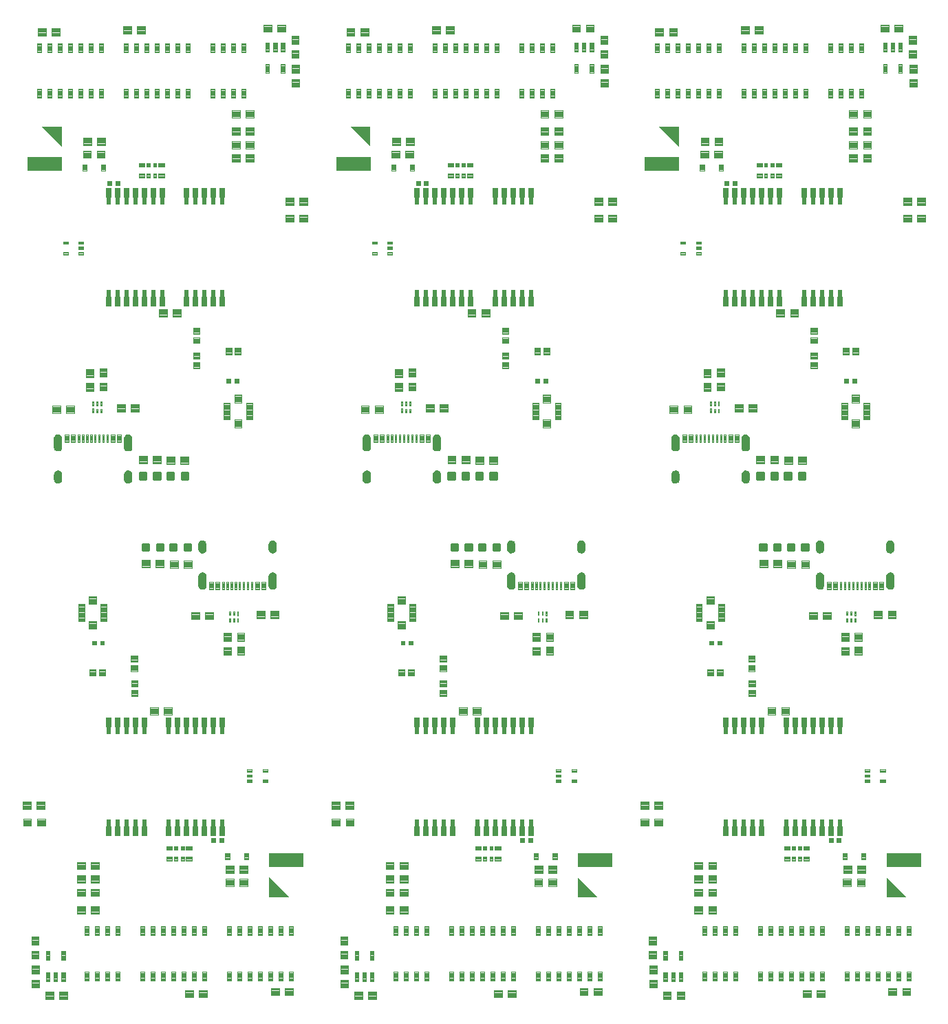
<source format=gtp>
G04 EAGLE Gerber RS-274X export*
G75*
%MOMM*%
%FSLAX34Y34*%
%LPD*%
%INSolderpaste Top*%
%IPPOS*%
%AMOC8*
5,1,8,0,0,1.08239X$1,22.5*%
G01*
%ADD10C,0.100000*%
%ADD11R,4.200000X1.700000*%
%ADD12C,0.300000*%
%ADD13C,0.100800*%
%ADD14C,0.099000*%
%ADD15R,0.800000X1.200000*%
%ADD16R,0.600000X0.900000*%
%ADD17C,0.102500*%
%ADD18C,0.102000*%

G36*
X819593Y1130578D02*
X819593Y1130578D01*
X819620Y1130580D01*
X819655Y1130606D01*
X819695Y1130624D01*
X819710Y1130647D01*
X819732Y1130663D01*
X819748Y1130704D01*
X819772Y1130741D01*
X819779Y1130784D01*
X819782Y1130793D01*
X819781Y1130800D01*
X819783Y1130814D01*
X819783Y1154814D01*
X819778Y1154830D01*
X819781Y1154847D01*
X819759Y1154897D01*
X819744Y1154948D01*
X819731Y1154959D01*
X819724Y1154975D01*
X819679Y1155005D01*
X819639Y1155040D01*
X819622Y1155043D01*
X819608Y1155052D01*
X819534Y1155063D01*
X795534Y1155063D01*
X795492Y1155051D01*
X795448Y1155048D01*
X795426Y1155032D01*
X795400Y1155024D01*
X795371Y1154991D01*
X795336Y1154965D01*
X795326Y1154939D01*
X795308Y1154919D01*
X795301Y1154875D01*
X795286Y1154835D01*
X795291Y1154808D01*
X795287Y1154781D01*
X795305Y1154740D01*
X795314Y1154698D01*
X795340Y1154662D01*
X795344Y1154653D01*
X795349Y1154649D01*
X795358Y1154638D01*
X819358Y1130638D01*
X819396Y1130617D01*
X819429Y1130588D01*
X819456Y1130584D01*
X819480Y1130571D01*
X819524Y1130574D01*
X819567Y1130567D01*
X819593Y1130578D01*
G37*
G36*
X439609Y1130578D02*
X439609Y1130578D01*
X439636Y1130580D01*
X439671Y1130606D01*
X439711Y1130624D01*
X439726Y1130647D01*
X439748Y1130663D01*
X439764Y1130704D01*
X439788Y1130741D01*
X439795Y1130784D01*
X439798Y1130793D01*
X439797Y1130800D01*
X439799Y1130814D01*
X439799Y1154814D01*
X439794Y1154830D01*
X439797Y1154847D01*
X439775Y1154897D01*
X439760Y1154948D01*
X439747Y1154959D01*
X439740Y1154975D01*
X439695Y1155005D01*
X439655Y1155040D01*
X439638Y1155043D01*
X439624Y1155052D01*
X439550Y1155063D01*
X415550Y1155063D01*
X415508Y1155051D01*
X415464Y1155048D01*
X415442Y1155032D01*
X415416Y1155024D01*
X415387Y1154991D01*
X415352Y1154965D01*
X415342Y1154939D01*
X415324Y1154919D01*
X415317Y1154875D01*
X415302Y1154835D01*
X415307Y1154808D01*
X415303Y1154781D01*
X415321Y1154740D01*
X415330Y1154698D01*
X415356Y1154662D01*
X415360Y1154653D01*
X415365Y1154649D01*
X415374Y1154638D01*
X439374Y1130638D01*
X439412Y1130617D01*
X439445Y1130588D01*
X439472Y1130584D01*
X439496Y1130571D01*
X439540Y1130574D01*
X439583Y1130567D01*
X439609Y1130578D01*
G37*
G36*
X59625Y1130578D02*
X59625Y1130578D01*
X59652Y1130580D01*
X59687Y1130606D01*
X59727Y1130624D01*
X59742Y1130647D01*
X59764Y1130663D01*
X59780Y1130704D01*
X59804Y1130741D01*
X59811Y1130784D01*
X59814Y1130793D01*
X59813Y1130800D01*
X59815Y1130814D01*
X59815Y1154814D01*
X59810Y1154830D01*
X59813Y1154847D01*
X59791Y1154897D01*
X59776Y1154948D01*
X59763Y1154959D01*
X59756Y1154975D01*
X59711Y1155005D01*
X59671Y1155040D01*
X59654Y1155043D01*
X59640Y1155052D01*
X59566Y1155063D01*
X35566Y1155063D01*
X35524Y1155051D01*
X35480Y1155048D01*
X35458Y1155032D01*
X35432Y1155024D01*
X35403Y1154991D01*
X35368Y1154965D01*
X35358Y1154939D01*
X35340Y1154919D01*
X35333Y1154875D01*
X35318Y1154835D01*
X35323Y1154808D01*
X35319Y1154781D01*
X35337Y1154740D01*
X35346Y1154698D01*
X35372Y1154662D01*
X35376Y1154653D01*
X35381Y1154649D01*
X35390Y1154638D01*
X59390Y1130638D01*
X59428Y1130617D01*
X59461Y1130588D01*
X59488Y1130584D01*
X59512Y1130571D01*
X59556Y1130574D01*
X59599Y1130567D01*
X59625Y1130578D01*
G37*
G36*
X1099348Y207405D02*
X1099348Y207405D01*
X1099392Y207408D01*
X1099414Y207424D01*
X1099440Y207432D01*
X1099469Y207465D01*
X1099504Y207491D01*
X1099514Y207517D01*
X1099532Y207537D01*
X1099539Y207581D01*
X1099554Y207621D01*
X1099549Y207648D01*
X1099553Y207675D01*
X1099535Y207716D01*
X1099526Y207758D01*
X1099500Y207794D01*
X1099496Y207803D01*
X1099491Y207807D01*
X1099482Y207818D01*
X1075482Y231818D01*
X1075444Y231839D01*
X1075411Y231868D01*
X1075384Y231872D01*
X1075360Y231885D01*
X1075316Y231882D01*
X1075273Y231889D01*
X1075248Y231878D01*
X1075220Y231876D01*
X1075185Y231850D01*
X1075145Y231832D01*
X1075130Y231809D01*
X1075108Y231793D01*
X1075092Y231752D01*
X1075068Y231716D01*
X1075061Y231672D01*
X1075058Y231663D01*
X1075059Y231656D01*
X1075057Y231642D01*
X1075057Y207642D01*
X1075062Y207626D01*
X1075059Y207609D01*
X1075081Y207559D01*
X1075096Y207508D01*
X1075109Y207497D01*
X1075116Y207481D01*
X1075161Y207451D01*
X1075201Y207416D01*
X1075218Y207413D01*
X1075233Y207404D01*
X1075306Y207393D01*
X1099306Y207393D01*
X1099348Y207405D01*
G37*
G36*
X719364Y207405D02*
X719364Y207405D01*
X719408Y207408D01*
X719430Y207424D01*
X719456Y207432D01*
X719485Y207465D01*
X719520Y207491D01*
X719530Y207517D01*
X719548Y207537D01*
X719555Y207581D01*
X719570Y207621D01*
X719565Y207648D01*
X719569Y207675D01*
X719551Y207716D01*
X719542Y207758D01*
X719516Y207794D01*
X719512Y207803D01*
X719507Y207807D01*
X719498Y207818D01*
X695498Y231818D01*
X695460Y231839D01*
X695427Y231868D01*
X695400Y231872D01*
X695376Y231885D01*
X695332Y231882D01*
X695289Y231889D01*
X695264Y231878D01*
X695236Y231876D01*
X695201Y231850D01*
X695161Y231832D01*
X695146Y231809D01*
X695124Y231793D01*
X695108Y231752D01*
X695084Y231716D01*
X695077Y231672D01*
X695074Y231663D01*
X695075Y231656D01*
X695073Y231642D01*
X695073Y207642D01*
X695078Y207626D01*
X695075Y207609D01*
X695097Y207559D01*
X695112Y207508D01*
X695125Y207497D01*
X695132Y207481D01*
X695177Y207451D01*
X695217Y207416D01*
X695234Y207413D01*
X695249Y207404D01*
X695322Y207393D01*
X719322Y207393D01*
X719364Y207405D01*
G37*
G36*
X339380Y207405D02*
X339380Y207405D01*
X339424Y207408D01*
X339446Y207424D01*
X339472Y207432D01*
X339501Y207465D01*
X339536Y207491D01*
X339546Y207517D01*
X339564Y207537D01*
X339571Y207581D01*
X339586Y207621D01*
X339581Y207648D01*
X339585Y207675D01*
X339567Y207716D01*
X339558Y207758D01*
X339532Y207794D01*
X339528Y207803D01*
X339523Y207807D01*
X339514Y207818D01*
X315514Y231818D01*
X315476Y231839D01*
X315443Y231868D01*
X315416Y231872D01*
X315392Y231885D01*
X315348Y231882D01*
X315305Y231889D01*
X315280Y231878D01*
X315252Y231876D01*
X315217Y231850D01*
X315177Y231832D01*
X315162Y231809D01*
X315140Y231793D01*
X315124Y231752D01*
X315100Y231716D01*
X315093Y231672D01*
X315090Y231663D01*
X315091Y231656D01*
X315089Y231642D01*
X315089Y207642D01*
X315094Y207626D01*
X315091Y207609D01*
X315113Y207559D01*
X315128Y207508D01*
X315141Y207497D01*
X315148Y207481D01*
X315193Y207451D01*
X315233Y207416D01*
X315250Y207413D01*
X315265Y207404D01*
X315338Y207393D01*
X339338Y207393D01*
X339380Y207405D01*
G37*
G36*
X613340Y585703D02*
X613340Y585703D01*
X613343Y585699D01*
X614451Y585869D01*
X614457Y585875D01*
X614462Y585872D01*
X615504Y586284D01*
X615508Y586291D01*
X615513Y586289D01*
X616438Y586923D01*
X616440Y586931D01*
X616446Y586930D01*
X617206Y587754D01*
X617207Y587762D01*
X617213Y587762D01*
X617770Y588734D01*
X617770Y588738D01*
X617771Y588739D01*
X617769Y588741D01*
X617769Y588742D01*
X617775Y588744D01*
X618102Y589816D01*
X618101Y589821D01*
X618103Y589822D01*
X618101Y589825D01*
X618104Y589827D01*
X618185Y590944D01*
X618184Y590947D01*
X618185Y590948D01*
X618185Y602948D01*
X618180Y602955D01*
X618184Y602959D01*
X617965Y603903D01*
X617959Y603909D01*
X617961Y603914D01*
X617538Y604786D01*
X617530Y604789D01*
X617532Y604795D01*
X616925Y605551D01*
X616917Y605553D01*
X616917Y605559D01*
X616157Y606160D01*
X616148Y606160D01*
X616147Y606166D01*
X615272Y606584D01*
X615264Y606582D01*
X615262Y606587D01*
X614316Y606800D01*
X614309Y606796D01*
X614305Y606801D01*
X613336Y606797D01*
X613335Y606797D01*
X612267Y606778D01*
X612266Y606778D01*
X612260Y606774D01*
X612256Y606777D01*
X611219Y606521D01*
X611214Y606514D01*
X611208Y606517D01*
X610254Y606036D01*
X610251Y606029D01*
X610245Y606030D01*
X609422Y605349D01*
X609420Y605341D01*
X609414Y605341D01*
X608763Y604494D01*
X608763Y604486D01*
X608757Y604485D01*
X608310Y603514D01*
X608312Y603506D01*
X608307Y603504D01*
X608088Y602458D01*
X608091Y602451D01*
X608087Y602448D01*
X608087Y590448D01*
X608090Y590443D01*
X608087Y590440D01*
X608267Y589345D01*
X608273Y589339D01*
X608270Y589334D01*
X608689Y588306D01*
X608696Y588302D01*
X608694Y588297D01*
X609332Y587388D01*
X609339Y587386D01*
X609339Y587380D01*
X610162Y586636D01*
X610170Y586635D01*
X610171Y586629D01*
X611139Y586087D01*
X611148Y586088D01*
X611150Y586082D01*
X612214Y585769D01*
X612222Y585772D01*
X612225Y585767D01*
X613333Y585699D01*
X613340Y585703D01*
G37*
G36*
X233356Y585703D02*
X233356Y585703D01*
X233359Y585699D01*
X234467Y585869D01*
X234473Y585875D01*
X234478Y585872D01*
X235520Y586284D01*
X235524Y586291D01*
X235529Y586289D01*
X236454Y586923D01*
X236456Y586931D01*
X236462Y586930D01*
X237222Y587754D01*
X237223Y587762D01*
X237229Y587762D01*
X237786Y588734D01*
X237786Y588738D01*
X237787Y588739D01*
X237785Y588741D01*
X237785Y588742D01*
X237791Y588744D01*
X238118Y589816D01*
X238117Y589821D01*
X238119Y589822D01*
X238117Y589825D01*
X238120Y589827D01*
X238201Y590944D01*
X238200Y590947D01*
X238201Y590948D01*
X238201Y602948D01*
X238196Y602955D01*
X238200Y602959D01*
X237981Y603903D01*
X237975Y603909D01*
X237977Y603914D01*
X237554Y604786D01*
X237546Y604789D01*
X237548Y604795D01*
X236941Y605551D01*
X236933Y605553D01*
X236933Y605559D01*
X236173Y606160D01*
X236164Y606160D01*
X236163Y606166D01*
X235288Y606584D01*
X235280Y606582D01*
X235278Y606587D01*
X234332Y606800D01*
X234325Y606796D01*
X234321Y606801D01*
X233352Y606797D01*
X233351Y606797D01*
X232283Y606778D01*
X232282Y606778D01*
X232276Y606774D01*
X232272Y606777D01*
X231235Y606521D01*
X231230Y606514D01*
X231224Y606517D01*
X230270Y606036D01*
X230267Y606029D01*
X230261Y606030D01*
X229438Y605349D01*
X229436Y605341D01*
X229430Y605341D01*
X228779Y604494D01*
X228779Y604486D01*
X228773Y604485D01*
X228326Y603514D01*
X228328Y603506D01*
X228323Y603504D01*
X228104Y602458D01*
X228107Y602451D01*
X228103Y602448D01*
X228103Y590448D01*
X228106Y590443D01*
X228103Y590440D01*
X228283Y589345D01*
X228289Y589339D01*
X228286Y589334D01*
X228705Y588306D01*
X228712Y588302D01*
X228710Y588297D01*
X229348Y587388D01*
X229355Y587386D01*
X229355Y587380D01*
X230178Y586636D01*
X230186Y586635D01*
X230187Y586629D01*
X231155Y586087D01*
X231164Y586088D01*
X231166Y586082D01*
X232230Y585769D01*
X232238Y585772D01*
X232241Y585767D01*
X233349Y585699D01*
X233356Y585703D01*
G37*
G36*
X993324Y585703D02*
X993324Y585703D01*
X993327Y585699D01*
X994435Y585869D01*
X994441Y585875D01*
X994446Y585872D01*
X995488Y586284D01*
X995492Y586291D01*
X995497Y586289D01*
X996422Y586923D01*
X996424Y586931D01*
X996430Y586930D01*
X997190Y587754D01*
X997191Y587762D01*
X997197Y587762D01*
X997754Y588734D01*
X997754Y588738D01*
X997755Y588739D01*
X997753Y588741D01*
X997753Y588742D01*
X997759Y588744D01*
X998086Y589816D01*
X998085Y589821D01*
X998087Y589822D01*
X998085Y589825D01*
X998088Y589827D01*
X998169Y590944D01*
X998168Y590947D01*
X998169Y590948D01*
X998169Y602948D01*
X998164Y602955D01*
X998168Y602959D01*
X997949Y603903D01*
X997943Y603909D01*
X997945Y603914D01*
X997522Y604786D01*
X997514Y604789D01*
X997516Y604795D01*
X996909Y605551D01*
X996901Y605553D01*
X996901Y605559D01*
X996141Y606160D01*
X996132Y606160D01*
X996131Y606166D01*
X995256Y606584D01*
X995248Y606582D01*
X995246Y606587D01*
X994300Y606800D01*
X994293Y606796D01*
X994289Y606801D01*
X993320Y606797D01*
X993319Y606797D01*
X992251Y606778D01*
X992250Y606778D01*
X992244Y606774D01*
X992240Y606777D01*
X991203Y606521D01*
X991198Y606514D01*
X991192Y606517D01*
X990238Y606036D01*
X990235Y606029D01*
X990229Y606030D01*
X989406Y605349D01*
X989404Y605341D01*
X989398Y605341D01*
X988747Y604494D01*
X988747Y604486D01*
X988741Y604485D01*
X988294Y603514D01*
X988296Y603506D01*
X988291Y603504D01*
X988072Y602458D01*
X988075Y602451D01*
X988071Y602448D01*
X988071Y590448D01*
X988074Y590443D01*
X988071Y590440D01*
X988251Y589345D01*
X988257Y589339D01*
X988254Y589334D01*
X988673Y588306D01*
X988680Y588302D01*
X988678Y588297D01*
X989316Y587388D01*
X989323Y587386D01*
X989323Y587380D01*
X990146Y586636D01*
X990154Y586635D01*
X990155Y586629D01*
X991123Y586087D01*
X991132Y586088D01*
X991134Y586082D01*
X992198Y585769D01*
X992206Y585772D01*
X992209Y585767D01*
X993317Y585699D01*
X993324Y585703D01*
G37*
G36*
X521536Y755659D02*
X521536Y755659D01*
X521537Y755659D01*
X522605Y755678D01*
X522612Y755683D01*
X522616Y755679D01*
X523653Y755935D01*
X523658Y755942D01*
X523664Y755939D01*
X524618Y756420D01*
X524622Y756427D01*
X524627Y756426D01*
X525451Y757107D01*
X525452Y757115D01*
X525458Y757115D01*
X526109Y757962D01*
X526109Y757970D01*
X526115Y757971D01*
X526562Y758942D01*
X526560Y758950D01*
X526565Y758952D01*
X526784Y759998D01*
X526781Y760005D01*
X526785Y760008D01*
X526785Y772008D01*
X526782Y772013D01*
X526785Y772016D01*
X526605Y773111D01*
X526599Y773117D01*
X526602Y773122D01*
X526183Y774150D01*
X526176Y774154D01*
X526178Y774159D01*
X525541Y775068D01*
X525533Y775071D01*
X525533Y775076D01*
X524710Y775820D01*
X524702Y775821D01*
X524701Y775827D01*
X523733Y776369D01*
X523724Y776368D01*
X523722Y776374D01*
X522658Y776687D01*
X522653Y776685D01*
X522649Y776685D01*
X522647Y776689D01*
X521539Y776757D01*
X521533Y776753D01*
X521529Y776757D01*
X520421Y776587D01*
X520415Y776581D01*
X520410Y776584D01*
X519368Y776172D01*
X519364Y776165D01*
X519359Y776167D01*
X518434Y775533D01*
X518432Y775525D01*
X518426Y775526D01*
X517666Y774703D01*
X517665Y774694D01*
X517659Y774694D01*
X517102Y773722D01*
X517103Y773714D01*
X517097Y773712D01*
X516770Y772640D01*
X516773Y772632D01*
X516768Y772629D01*
X516687Y771512D01*
X516688Y771509D01*
X516687Y771508D01*
X516687Y759508D01*
X516692Y759501D01*
X516688Y759497D01*
X516907Y758553D01*
X516913Y758547D01*
X516911Y758542D01*
X517335Y757670D01*
X517342Y757667D01*
X517340Y757661D01*
X517947Y756905D01*
X517955Y756903D01*
X517955Y756897D01*
X518715Y756296D01*
X518724Y756296D01*
X518725Y756290D01*
X519600Y755872D01*
X519608Y755874D01*
X519610Y755869D01*
X520556Y755657D01*
X520563Y755660D01*
X520567Y755655D01*
X521536Y755659D01*
G37*
G36*
X901520Y755659D02*
X901520Y755659D01*
X901521Y755659D01*
X902589Y755678D01*
X902596Y755683D01*
X902600Y755679D01*
X903637Y755935D01*
X903642Y755942D01*
X903648Y755939D01*
X904602Y756420D01*
X904606Y756427D01*
X904611Y756426D01*
X905435Y757107D01*
X905436Y757115D01*
X905442Y757115D01*
X906093Y757962D01*
X906093Y757970D01*
X906099Y757971D01*
X906546Y758942D01*
X906544Y758950D01*
X906549Y758952D01*
X906768Y759998D01*
X906765Y760005D01*
X906769Y760008D01*
X906769Y772008D01*
X906766Y772013D01*
X906769Y772016D01*
X906589Y773111D01*
X906583Y773117D01*
X906586Y773122D01*
X906167Y774150D01*
X906160Y774154D01*
X906162Y774159D01*
X905525Y775068D01*
X905517Y775071D01*
X905517Y775076D01*
X904694Y775820D01*
X904686Y775821D01*
X904685Y775827D01*
X903717Y776369D01*
X903708Y776368D01*
X903706Y776374D01*
X902642Y776687D01*
X902637Y776685D01*
X902633Y776685D01*
X902631Y776689D01*
X901523Y776757D01*
X901517Y776753D01*
X901513Y776757D01*
X900405Y776587D01*
X900399Y776581D01*
X900394Y776584D01*
X899352Y776172D01*
X899348Y776165D01*
X899343Y776167D01*
X898418Y775533D01*
X898416Y775525D01*
X898410Y775526D01*
X897650Y774703D01*
X897649Y774694D01*
X897643Y774694D01*
X897086Y773722D01*
X897087Y773714D01*
X897081Y773712D01*
X896754Y772640D01*
X896757Y772632D01*
X896752Y772629D01*
X896671Y771512D01*
X896672Y771509D01*
X896671Y771508D01*
X896671Y759508D01*
X896676Y759501D01*
X896672Y759497D01*
X896891Y758553D01*
X896897Y758547D01*
X896895Y758542D01*
X897319Y757670D01*
X897326Y757667D01*
X897324Y757661D01*
X897931Y756905D01*
X897939Y756903D01*
X897939Y756897D01*
X898699Y756296D01*
X898708Y756296D01*
X898709Y756290D01*
X899584Y755872D01*
X899592Y755874D01*
X899594Y755869D01*
X900540Y755657D01*
X900547Y755660D01*
X900551Y755655D01*
X901520Y755659D01*
G37*
G36*
X141552Y755659D02*
X141552Y755659D01*
X141553Y755659D01*
X142621Y755678D01*
X142628Y755683D01*
X142632Y755679D01*
X143669Y755935D01*
X143674Y755942D01*
X143680Y755939D01*
X144634Y756420D01*
X144638Y756427D01*
X144643Y756426D01*
X145467Y757107D01*
X145468Y757115D01*
X145474Y757115D01*
X146125Y757962D01*
X146125Y757970D01*
X146131Y757971D01*
X146578Y758942D01*
X146576Y758950D01*
X146581Y758952D01*
X146800Y759998D01*
X146797Y760005D01*
X146801Y760008D01*
X146801Y772008D01*
X146798Y772013D01*
X146801Y772016D01*
X146621Y773111D01*
X146615Y773117D01*
X146618Y773122D01*
X146199Y774150D01*
X146192Y774154D01*
X146194Y774159D01*
X145557Y775068D01*
X145549Y775071D01*
X145549Y775076D01*
X144726Y775820D01*
X144718Y775821D01*
X144717Y775827D01*
X143749Y776369D01*
X143740Y776368D01*
X143738Y776374D01*
X142674Y776687D01*
X142669Y776685D01*
X142665Y776685D01*
X142663Y776689D01*
X141555Y776757D01*
X141549Y776753D01*
X141545Y776757D01*
X140437Y776587D01*
X140431Y776581D01*
X140426Y776584D01*
X139384Y776172D01*
X139380Y776165D01*
X139375Y776167D01*
X138450Y775533D01*
X138448Y775525D01*
X138442Y775526D01*
X137682Y774703D01*
X137681Y774694D01*
X137675Y774694D01*
X137118Y773722D01*
X137119Y773714D01*
X137113Y773712D01*
X136786Y772640D01*
X136789Y772632D01*
X136784Y772629D01*
X136703Y771512D01*
X136704Y771509D01*
X136703Y771508D01*
X136703Y759508D01*
X136708Y759501D01*
X136704Y759497D01*
X136923Y758553D01*
X136929Y758547D01*
X136927Y758542D01*
X137351Y757670D01*
X137358Y757667D01*
X137356Y757661D01*
X137963Y756905D01*
X137971Y756903D01*
X137971Y756897D01*
X138731Y756296D01*
X138740Y756296D01*
X138741Y756290D01*
X139616Y755872D01*
X139624Y755874D01*
X139626Y755869D01*
X140572Y755657D01*
X140579Y755660D01*
X140583Y755655D01*
X141552Y755659D01*
G37*
G36*
X1079822Y585702D02*
X1079822Y585702D01*
X1079826Y585699D01*
X1080871Y585817D01*
X1080877Y585823D01*
X1080882Y585819D01*
X1081876Y586167D01*
X1081880Y586174D01*
X1081885Y586172D01*
X1082777Y586732D01*
X1082780Y586739D01*
X1082785Y586739D01*
X1083529Y587483D01*
X1083531Y587491D01*
X1083536Y587491D01*
X1084096Y588383D01*
X1084096Y588390D01*
X1084097Y588391D01*
X1084101Y588392D01*
X1084449Y589386D01*
X1084446Y589394D01*
X1084451Y589397D01*
X1084569Y590443D01*
X1084567Y590446D01*
X1084569Y590448D01*
X1084569Y602448D01*
X1084566Y602453D01*
X1084569Y602456D01*
X1084411Y603452D01*
X1084405Y603458D01*
X1084408Y603463D01*
X1084033Y604399D01*
X1084026Y604403D01*
X1084028Y604409D01*
X1083454Y605238D01*
X1083446Y605241D01*
X1083447Y605246D01*
X1082703Y605927D01*
X1082694Y605928D01*
X1082694Y605934D01*
X1081817Y606432D01*
X1081809Y606431D01*
X1081806Y606436D01*
X1080841Y606727D01*
X1080833Y606724D01*
X1080830Y606729D01*
X1079823Y606797D01*
X1079821Y606796D01*
X1079820Y606797D01*
X1078739Y606788D01*
X1078732Y606783D01*
X1078728Y606787D01*
X1077676Y606538D01*
X1077671Y606531D01*
X1077666Y606534D01*
X1076696Y606057D01*
X1076693Y606049D01*
X1076687Y606051D01*
X1075848Y605370D01*
X1075846Y605362D01*
X1075840Y605362D01*
X1075174Y604512D01*
X1075173Y604503D01*
X1075168Y604502D01*
X1074707Y603525D01*
X1074709Y603517D01*
X1074704Y603514D01*
X1074472Y602459D01*
X1074475Y602451D01*
X1074471Y602448D01*
X1074471Y590448D01*
X1074475Y590443D01*
X1074471Y590440D01*
X1074664Y589334D01*
X1074670Y589329D01*
X1074667Y589324D01*
X1075100Y588289D01*
X1075107Y588285D01*
X1075105Y588280D01*
X1075758Y587367D01*
X1075766Y587365D01*
X1075765Y587359D01*
X1076604Y586615D01*
X1076613Y586614D01*
X1076613Y586609D01*
X1077597Y586070D01*
X1077605Y586071D01*
X1077607Y586066D01*
X1078686Y585759D01*
X1078694Y585762D01*
X1078697Y585757D01*
X1079817Y585699D01*
X1079822Y585702D01*
G37*
G36*
X319854Y585702D02*
X319854Y585702D01*
X319858Y585699D01*
X320903Y585817D01*
X320909Y585823D01*
X320914Y585819D01*
X321908Y586167D01*
X321912Y586174D01*
X321917Y586172D01*
X322809Y586732D01*
X322812Y586739D01*
X322817Y586739D01*
X323561Y587483D01*
X323563Y587491D01*
X323568Y587491D01*
X324128Y588383D01*
X324128Y588390D01*
X324129Y588391D01*
X324133Y588392D01*
X324481Y589386D01*
X324478Y589394D01*
X324483Y589397D01*
X324601Y590443D01*
X324599Y590446D01*
X324601Y590448D01*
X324601Y602448D01*
X324598Y602453D01*
X324601Y602456D01*
X324443Y603452D01*
X324437Y603458D01*
X324440Y603463D01*
X324065Y604399D01*
X324058Y604403D01*
X324060Y604409D01*
X323486Y605238D01*
X323478Y605241D01*
X323479Y605246D01*
X322735Y605927D01*
X322726Y605928D01*
X322726Y605934D01*
X321849Y606432D01*
X321841Y606431D01*
X321838Y606436D01*
X320873Y606727D01*
X320865Y606724D01*
X320862Y606729D01*
X319855Y606797D01*
X319853Y606796D01*
X319852Y606797D01*
X318771Y606788D01*
X318764Y606783D01*
X318760Y606787D01*
X317708Y606538D01*
X317703Y606531D01*
X317698Y606534D01*
X316728Y606057D01*
X316725Y606049D01*
X316719Y606051D01*
X315880Y605370D01*
X315878Y605362D01*
X315872Y605362D01*
X315206Y604512D01*
X315205Y604503D01*
X315200Y604502D01*
X314739Y603525D01*
X314741Y603517D01*
X314736Y603514D01*
X314504Y602459D01*
X314507Y602451D01*
X314503Y602448D01*
X314503Y590448D01*
X314507Y590443D01*
X314503Y590440D01*
X314696Y589334D01*
X314702Y589329D01*
X314699Y589324D01*
X315132Y588289D01*
X315139Y588285D01*
X315137Y588280D01*
X315790Y587367D01*
X315798Y587365D01*
X315797Y587359D01*
X316636Y586615D01*
X316645Y586614D01*
X316645Y586609D01*
X317629Y586070D01*
X317637Y586071D01*
X317639Y586066D01*
X318718Y585759D01*
X318726Y585762D01*
X318729Y585757D01*
X319849Y585699D01*
X319854Y585702D01*
G37*
G36*
X699838Y585702D02*
X699838Y585702D01*
X699842Y585699D01*
X700887Y585817D01*
X700893Y585823D01*
X700898Y585819D01*
X701892Y586167D01*
X701896Y586174D01*
X701901Y586172D01*
X702793Y586732D01*
X702796Y586739D01*
X702801Y586739D01*
X703545Y587483D01*
X703547Y587491D01*
X703552Y587491D01*
X704112Y588383D01*
X704112Y588390D01*
X704113Y588391D01*
X704117Y588392D01*
X704465Y589386D01*
X704462Y589394D01*
X704467Y589397D01*
X704585Y590443D01*
X704583Y590446D01*
X704585Y590448D01*
X704585Y602448D01*
X704582Y602453D01*
X704585Y602456D01*
X704427Y603452D01*
X704421Y603458D01*
X704424Y603463D01*
X704049Y604399D01*
X704042Y604403D01*
X704044Y604409D01*
X703470Y605238D01*
X703462Y605241D01*
X703463Y605246D01*
X702719Y605927D01*
X702710Y605928D01*
X702710Y605934D01*
X701833Y606432D01*
X701825Y606431D01*
X701822Y606436D01*
X700857Y606727D01*
X700849Y606724D01*
X700846Y606729D01*
X699839Y606797D01*
X699837Y606796D01*
X699836Y606797D01*
X698755Y606788D01*
X698748Y606783D01*
X698744Y606787D01*
X697692Y606538D01*
X697687Y606531D01*
X697682Y606534D01*
X696712Y606057D01*
X696709Y606049D01*
X696703Y606051D01*
X695864Y605370D01*
X695862Y605362D01*
X695856Y605362D01*
X695190Y604512D01*
X695189Y604503D01*
X695184Y604502D01*
X694723Y603525D01*
X694725Y603517D01*
X694720Y603514D01*
X694488Y602459D01*
X694491Y602451D01*
X694487Y602448D01*
X694487Y590448D01*
X694491Y590443D01*
X694487Y590440D01*
X694680Y589334D01*
X694686Y589329D01*
X694683Y589324D01*
X695116Y588289D01*
X695123Y588285D01*
X695121Y588280D01*
X695774Y587367D01*
X695782Y587365D01*
X695781Y587359D01*
X696620Y586615D01*
X696629Y586614D01*
X696629Y586609D01*
X697613Y586070D01*
X697621Y586071D01*
X697623Y586066D01*
X698702Y585759D01*
X698710Y585762D01*
X698713Y585757D01*
X699833Y585699D01*
X699838Y585702D01*
G37*
G36*
X56133Y755668D02*
X56133Y755668D01*
X56140Y755673D01*
X56144Y755669D01*
X57196Y755919D01*
X57201Y755925D01*
X57206Y755922D01*
X58176Y756399D01*
X58179Y756407D01*
X58185Y756405D01*
X59024Y757086D01*
X59026Y757094D01*
X59032Y757094D01*
X59698Y757945D01*
X59699Y757953D01*
X59704Y757954D01*
X60165Y758931D01*
X60163Y758939D01*
X60169Y758942D01*
X60400Y759997D01*
X60397Y760005D01*
X60401Y760008D01*
X60401Y772008D01*
X60397Y772013D01*
X60401Y772016D01*
X60208Y773122D01*
X60202Y773127D01*
X60205Y773132D01*
X59772Y774167D01*
X59765Y774171D01*
X59767Y774176D01*
X59114Y775089D01*
X59106Y775091D01*
X59107Y775097D01*
X58268Y775841D01*
X58259Y775842D01*
X58259Y775847D01*
X57275Y776386D01*
X57267Y776385D01*
X57265Y776390D01*
X56186Y776697D01*
X56178Y776694D01*
X56175Y776699D01*
X55055Y776757D01*
X55050Y776754D01*
X55047Y776757D01*
X54001Y776639D01*
X53995Y776633D01*
X53990Y776637D01*
X52996Y776289D01*
X52992Y776282D01*
X52987Y776284D01*
X52095Y775724D01*
X52093Y775717D01*
X52087Y775717D01*
X51343Y774973D01*
X51341Y774965D01*
X51336Y774965D01*
X50776Y774073D01*
X50776Y774065D01*
X50771Y774064D01*
X50423Y773070D01*
X50426Y773062D01*
X50421Y773059D01*
X50303Y772014D01*
X50305Y772010D01*
X50303Y772008D01*
X50303Y760008D01*
X50306Y760003D01*
X50303Y760000D01*
X50461Y759004D01*
X50467Y758998D01*
X50464Y758993D01*
X50839Y758057D01*
X50846Y758053D01*
X50844Y758047D01*
X51418Y757218D01*
X51426Y757215D01*
X51425Y757210D01*
X52169Y756529D01*
X52178Y756528D01*
X52178Y756522D01*
X53055Y756024D01*
X53064Y756025D01*
X53066Y756020D01*
X54031Y755729D01*
X54039Y755732D01*
X54042Y755727D01*
X55049Y755659D01*
X55051Y755660D01*
X55052Y755659D01*
X56133Y755668D01*
G37*
G36*
X436117Y755668D02*
X436117Y755668D01*
X436124Y755673D01*
X436128Y755669D01*
X437180Y755919D01*
X437185Y755925D01*
X437190Y755922D01*
X438160Y756399D01*
X438163Y756407D01*
X438169Y756405D01*
X439008Y757086D01*
X439010Y757094D01*
X439016Y757094D01*
X439682Y757945D01*
X439683Y757953D01*
X439688Y757954D01*
X440149Y758931D01*
X440147Y758939D01*
X440153Y758942D01*
X440384Y759997D01*
X440381Y760005D01*
X440385Y760008D01*
X440385Y772008D01*
X440381Y772013D01*
X440385Y772016D01*
X440192Y773122D01*
X440186Y773127D01*
X440189Y773132D01*
X439756Y774167D01*
X439749Y774171D01*
X439751Y774176D01*
X439098Y775089D01*
X439090Y775091D01*
X439091Y775097D01*
X438252Y775841D01*
X438243Y775842D01*
X438243Y775847D01*
X437259Y776386D01*
X437251Y776385D01*
X437249Y776390D01*
X436170Y776697D01*
X436162Y776694D01*
X436159Y776699D01*
X435039Y776757D01*
X435034Y776754D01*
X435031Y776757D01*
X433985Y776639D01*
X433979Y776633D01*
X433974Y776637D01*
X432980Y776289D01*
X432976Y776282D01*
X432971Y776284D01*
X432079Y775724D01*
X432077Y775717D01*
X432071Y775717D01*
X431327Y774973D01*
X431325Y774965D01*
X431320Y774965D01*
X430760Y774073D01*
X430760Y774065D01*
X430755Y774064D01*
X430407Y773070D01*
X430410Y773062D01*
X430405Y773059D01*
X430287Y772014D01*
X430289Y772010D01*
X430287Y772008D01*
X430287Y760008D01*
X430290Y760003D01*
X430287Y760000D01*
X430445Y759004D01*
X430451Y758998D01*
X430448Y758993D01*
X430823Y758057D01*
X430830Y758053D01*
X430828Y758047D01*
X431402Y757218D01*
X431410Y757215D01*
X431409Y757210D01*
X432153Y756529D01*
X432162Y756528D01*
X432162Y756522D01*
X433039Y756024D01*
X433048Y756025D01*
X433050Y756020D01*
X434015Y755729D01*
X434023Y755732D01*
X434026Y755727D01*
X435033Y755659D01*
X435035Y755660D01*
X435036Y755659D01*
X436117Y755668D01*
G37*
G36*
X816101Y755668D02*
X816101Y755668D01*
X816108Y755673D01*
X816112Y755669D01*
X817164Y755919D01*
X817169Y755925D01*
X817174Y755922D01*
X818144Y756399D01*
X818147Y756407D01*
X818153Y756405D01*
X818992Y757086D01*
X818994Y757094D01*
X819000Y757094D01*
X819666Y757945D01*
X819667Y757953D01*
X819672Y757954D01*
X820133Y758931D01*
X820131Y758939D01*
X820137Y758942D01*
X820368Y759997D01*
X820365Y760005D01*
X820369Y760008D01*
X820369Y772008D01*
X820365Y772013D01*
X820369Y772016D01*
X820176Y773122D01*
X820170Y773127D01*
X820173Y773132D01*
X819740Y774167D01*
X819733Y774171D01*
X819735Y774176D01*
X819082Y775089D01*
X819074Y775091D01*
X819075Y775097D01*
X818236Y775841D01*
X818227Y775842D01*
X818227Y775847D01*
X817243Y776386D01*
X817235Y776385D01*
X817233Y776390D01*
X816154Y776697D01*
X816146Y776694D01*
X816143Y776699D01*
X815023Y776757D01*
X815018Y776754D01*
X815015Y776757D01*
X813969Y776639D01*
X813963Y776633D01*
X813958Y776637D01*
X812964Y776289D01*
X812960Y776282D01*
X812955Y776284D01*
X812063Y775724D01*
X812061Y775717D01*
X812055Y775717D01*
X811311Y774973D01*
X811309Y774965D01*
X811304Y774965D01*
X810744Y774073D01*
X810744Y774065D01*
X810739Y774064D01*
X810391Y773070D01*
X810394Y773062D01*
X810389Y773059D01*
X810271Y772014D01*
X810273Y772010D01*
X810271Y772008D01*
X810271Y760008D01*
X810274Y760003D01*
X810271Y760000D01*
X810429Y759004D01*
X810435Y758998D01*
X810432Y758993D01*
X810807Y758057D01*
X810814Y758053D01*
X810812Y758047D01*
X811386Y757218D01*
X811394Y757215D01*
X811393Y757210D01*
X812137Y756529D01*
X812146Y756528D01*
X812146Y756522D01*
X813023Y756024D01*
X813032Y756025D01*
X813034Y756020D01*
X813999Y755729D01*
X814007Y755732D01*
X814010Y755727D01*
X815017Y755659D01*
X815019Y755660D01*
X815020Y755659D01*
X816101Y755668D01*
G37*
G36*
X522040Y716163D02*
X522040Y716163D01*
X522043Y716159D01*
X523119Y716314D01*
X523124Y716320D01*
X523129Y716317D01*
X524143Y716707D01*
X524147Y716714D01*
X524153Y716713D01*
X525055Y717319D01*
X525057Y717327D01*
X525063Y717326D01*
X525807Y718118D01*
X525808Y718126D01*
X525814Y718126D01*
X526363Y719064D01*
X526362Y719072D01*
X526368Y719074D01*
X526695Y720110D01*
X526692Y720118D01*
X526697Y720121D01*
X526785Y721204D01*
X526783Y721207D01*
X526785Y721208D01*
X526785Y727208D01*
X526782Y727212D01*
X526785Y727214D01*
X526635Y728347D01*
X526629Y728353D01*
X526632Y728358D01*
X526234Y729428D01*
X526227Y729432D01*
X526229Y729438D01*
X525602Y730393D01*
X525594Y730396D01*
X525595Y730401D01*
X524772Y731193D01*
X524764Y731194D01*
X524763Y731200D01*
X523784Y731789D01*
X523776Y731788D01*
X523774Y731793D01*
X522689Y732149D01*
X522681Y732147D01*
X522678Y732151D01*
X521541Y732257D01*
X521532Y732252D01*
X521527Y732256D01*
X520390Y732049D01*
X520384Y732043D01*
X520379Y732046D01*
X519317Y731591D01*
X519313Y731584D01*
X519307Y731586D01*
X518372Y730906D01*
X518370Y730898D01*
X518364Y730899D01*
X517604Y730028D01*
X517604Y730020D01*
X517598Y730019D01*
X517051Y729000D01*
X517052Y728992D01*
X517047Y728990D01*
X517043Y728977D01*
X517030Y728928D01*
X517029Y728928D01*
X517030Y728928D01*
X517016Y728879D01*
X517002Y728829D01*
X516989Y728780D01*
X516975Y728731D01*
X516962Y728682D01*
X516948Y728632D01*
X516935Y728583D01*
X516921Y728534D01*
X516907Y728485D01*
X516894Y728435D01*
X516880Y728386D01*
X516867Y728337D01*
X516853Y728288D01*
X516840Y728238D01*
X516826Y728189D01*
X516813Y728140D01*
X516812Y728140D01*
X516799Y728091D01*
X516785Y728041D01*
X516740Y727876D01*
X516743Y727868D01*
X516738Y727865D01*
X516687Y726710D01*
X516688Y726709D01*
X516687Y726708D01*
X516687Y720708D01*
X516691Y720702D01*
X516688Y720699D01*
X516900Y719618D01*
X516906Y719613D01*
X516903Y719608D01*
X517350Y718602D01*
X517357Y718598D01*
X517355Y718592D01*
X518015Y717711D01*
X518023Y717708D01*
X518023Y717703D01*
X518862Y716990D01*
X518870Y716990D01*
X518871Y716984D01*
X519848Y716476D01*
X519856Y716477D01*
X519858Y716472D01*
X520923Y716194D01*
X520931Y716197D01*
X520934Y716193D01*
X522035Y716159D01*
X522040Y716163D01*
G37*
G36*
X902024Y716163D02*
X902024Y716163D01*
X902027Y716159D01*
X903103Y716314D01*
X903108Y716320D01*
X903113Y716317D01*
X904127Y716707D01*
X904131Y716714D01*
X904137Y716713D01*
X905039Y717319D01*
X905041Y717327D01*
X905047Y717326D01*
X905791Y718118D01*
X905792Y718126D01*
X905798Y718126D01*
X906347Y719064D01*
X906346Y719072D01*
X906352Y719074D01*
X906679Y720110D01*
X906676Y720118D01*
X906681Y720121D01*
X906769Y721204D01*
X906767Y721207D01*
X906769Y721208D01*
X906769Y727208D01*
X906766Y727212D01*
X906769Y727214D01*
X906619Y728347D01*
X906613Y728353D01*
X906616Y728358D01*
X906218Y729428D01*
X906211Y729432D01*
X906213Y729438D01*
X905586Y730393D01*
X905578Y730396D01*
X905579Y730401D01*
X904756Y731193D01*
X904748Y731194D01*
X904747Y731200D01*
X903768Y731789D01*
X903760Y731788D01*
X903758Y731793D01*
X902673Y732149D01*
X902665Y732147D01*
X902662Y732151D01*
X901525Y732257D01*
X901516Y732252D01*
X901511Y732256D01*
X900374Y732049D01*
X900368Y732043D01*
X900363Y732046D01*
X899301Y731591D01*
X899297Y731584D01*
X899291Y731586D01*
X898356Y730906D01*
X898354Y730898D01*
X898348Y730899D01*
X897588Y730028D01*
X897588Y730020D01*
X897582Y730019D01*
X897035Y729000D01*
X897036Y728992D01*
X897031Y728990D01*
X897027Y728977D01*
X897014Y728928D01*
X897013Y728928D01*
X897014Y728928D01*
X897000Y728879D01*
X896986Y728829D01*
X896973Y728780D01*
X896959Y728731D01*
X896946Y728682D01*
X896932Y728632D01*
X896919Y728583D01*
X896905Y728534D01*
X896891Y728485D01*
X896878Y728435D01*
X896864Y728386D01*
X896851Y728337D01*
X896837Y728288D01*
X896824Y728238D01*
X896810Y728189D01*
X896797Y728140D01*
X896796Y728140D01*
X896783Y728091D01*
X896769Y728041D01*
X896724Y727876D01*
X896727Y727868D01*
X896722Y727865D01*
X896671Y726710D01*
X896672Y726709D01*
X896671Y726708D01*
X896671Y720708D01*
X896675Y720702D01*
X896672Y720699D01*
X896884Y719618D01*
X896890Y719613D01*
X896887Y719608D01*
X897334Y718602D01*
X897341Y718598D01*
X897339Y718592D01*
X897999Y717711D01*
X898007Y717708D01*
X898007Y717703D01*
X898846Y716990D01*
X898854Y716990D01*
X898855Y716984D01*
X899832Y716476D01*
X899840Y716477D01*
X899842Y716472D01*
X900907Y716194D01*
X900915Y716197D01*
X900918Y716193D01*
X902019Y716159D01*
X902024Y716163D01*
G37*
G36*
X142056Y716163D02*
X142056Y716163D01*
X142059Y716159D01*
X143135Y716314D01*
X143140Y716320D01*
X143145Y716317D01*
X144159Y716707D01*
X144163Y716714D01*
X144169Y716713D01*
X145071Y717319D01*
X145073Y717327D01*
X145079Y717326D01*
X145823Y718118D01*
X145824Y718126D01*
X145830Y718126D01*
X146379Y719064D01*
X146378Y719072D01*
X146384Y719074D01*
X146711Y720110D01*
X146708Y720118D01*
X146713Y720121D01*
X146801Y721204D01*
X146799Y721207D01*
X146801Y721208D01*
X146801Y727208D01*
X146798Y727212D01*
X146801Y727214D01*
X146651Y728347D01*
X146645Y728353D01*
X146648Y728358D01*
X146250Y729428D01*
X146243Y729432D01*
X146245Y729438D01*
X145618Y730393D01*
X145610Y730396D01*
X145611Y730401D01*
X144788Y731193D01*
X144780Y731194D01*
X144779Y731200D01*
X143800Y731789D01*
X143792Y731788D01*
X143790Y731793D01*
X142705Y732149D01*
X142697Y732147D01*
X142694Y732151D01*
X141557Y732257D01*
X141548Y732252D01*
X141543Y732256D01*
X140406Y732049D01*
X140400Y732043D01*
X140395Y732046D01*
X139333Y731591D01*
X139329Y731584D01*
X139323Y731586D01*
X138388Y730906D01*
X138386Y730898D01*
X138380Y730899D01*
X137620Y730028D01*
X137620Y730020D01*
X137614Y730019D01*
X137067Y729000D01*
X137068Y728992D01*
X137063Y728990D01*
X137059Y728977D01*
X137046Y728928D01*
X137045Y728928D01*
X137046Y728928D01*
X137032Y728879D01*
X137018Y728829D01*
X137005Y728780D01*
X136991Y728731D01*
X136978Y728682D01*
X136964Y728632D01*
X136951Y728583D01*
X136937Y728534D01*
X136923Y728485D01*
X136910Y728435D01*
X136896Y728386D01*
X136883Y728337D01*
X136869Y728288D01*
X136856Y728238D01*
X136842Y728189D01*
X136829Y728140D01*
X136828Y728140D01*
X136815Y728091D01*
X136801Y728041D01*
X136756Y727876D01*
X136759Y727868D01*
X136754Y727865D01*
X136703Y726710D01*
X136704Y726709D01*
X136703Y726708D01*
X136703Y720708D01*
X136707Y720702D01*
X136704Y720699D01*
X136916Y719618D01*
X136922Y719613D01*
X136919Y719608D01*
X137366Y718602D01*
X137373Y718598D01*
X137371Y718592D01*
X138031Y717711D01*
X138039Y717708D01*
X138039Y717703D01*
X138878Y716990D01*
X138886Y716990D01*
X138887Y716984D01*
X139864Y716476D01*
X139872Y716477D01*
X139874Y716472D01*
X140939Y716194D01*
X140947Y716197D01*
X140950Y716193D01*
X142051Y716159D01*
X142056Y716163D01*
G37*
G36*
X613340Y630204D02*
X613340Y630204D01*
X613345Y630200D01*
X614482Y630407D01*
X614488Y630413D01*
X614493Y630410D01*
X615555Y630865D01*
X615559Y630872D01*
X615565Y630870D01*
X616500Y631550D01*
X616502Y631558D01*
X616508Y631557D01*
X617268Y632428D01*
X617268Y632436D01*
X617274Y632437D01*
X617821Y633456D01*
X617820Y633464D01*
X617825Y633466D01*
X617831Y633485D01*
X617844Y633534D01*
X617858Y633584D01*
X617871Y633633D01*
X617885Y633682D01*
X617898Y633731D01*
X617899Y633731D01*
X617898Y633731D01*
X617912Y633781D01*
X617926Y633830D01*
X617939Y633879D01*
X617953Y633928D01*
X617966Y633978D01*
X617980Y634027D01*
X617993Y634076D01*
X618007Y634125D01*
X618021Y634175D01*
X618034Y634224D01*
X618048Y634273D01*
X618132Y634580D01*
X618129Y634588D01*
X618134Y634591D01*
X618185Y635746D01*
X618184Y635747D01*
X618185Y635748D01*
X618185Y641748D01*
X618181Y641754D01*
X618184Y641757D01*
X617972Y642838D01*
X617966Y642843D01*
X617969Y642848D01*
X617522Y643854D01*
X617515Y643858D01*
X617517Y643864D01*
X616857Y644745D01*
X616849Y644748D01*
X616849Y644753D01*
X616010Y645466D01*
X616002Y645466D01*
X616001Y645472D01*
X615024Y645980D01*
X615016Y645979D01*
X615014Y645984D01*
X613949Y646262D01*
X613941Y646259D01*
X613938Y646263D01*
X612838Y646297D01*
X612832Y646294D01*
X612829Y646297D01*
X611754Y646142D01*
X611748Y646136D01*
X611743Y646139D01*
X610729Y645749D01*
X610725Y645742D01*
X610719Y645744D01*
X609817Y645137D01*
X609815Y645129D01*
X609809Y645130D01*
X609065Y644338D01*
X609064Y644330D01*
X609058Y644330D01*
X608509Y643392D01*
X608510Y643384D01*
X608504Y643382D01*
X608177Y642346D01*
X608180Y642338D01*
X608175Y642335D01*
X608087Y641252D01*
X608089Y641249D01*
X608087Y641248D01*
X608087Y635248D01*
X608090Y635244D01*
X608087Y635242D01*
X608237Y634109D01*
X608243Y634103D01*
X608240Y634098D01*
X608638Y633028D01*
X608645Y633024D01*
X608643Y633018D01*
X609270Y632063D01*
X609278Y632060D01*
X609277Y632055D01*
X610100Y631263D01*
X610108Y631262D01*
X610109Y631256D01*
X611088Y630667D01*
X611096Y630668D01*
X611098Y630663D01*
X612183Y630307D01*
X612191Y630310D01*
X612194Y630305D01*
X613331Y630199D01*
X613340Y630204D01*
G37*
G36*
X233356Y630204D02*
X233356Y630204D01*
X233361Y630200D01*
X234498Y630407D01*
X234504Y630413D01*
X234509Y630410D01*
X235571Y630865D01*
X235575Y630872D01*
X235581Y630870D01*
X236516Y631550D01*
X236518Y631558D01*
X236524Y631557D01*
X237284Y632428D01*
X237284Y632436D01*
X237290Y632437D01*
X237837Y633456D01*
X237836Y633464D01*
X237841Y633466D01*
X237847Y633485D01*
X237860Y633534D01*
X237874Y633584D01*
X237887Y633633D01*
X237901Y633682D01*
X237914Y633731D01*
X237915Y633731D01*
X237914Y633731D01*
X237928Y633781D01*
X237942Y633830D01*
X237955Y633879D01*
X237969Y633928D01*
X237982Y633978D01*
X237996Y634027D01*
X238009Y634076D01*
X238023Y634125D01*
X238037Y634175D01*
X238050Y634224D01*
X238064Y634273D01*
X238148Y634580D01*
X238145Y634588D01*
X238150Y634591D01*
X238201Y635746D01*
X238200Y635747D01*
X238201Y635748D01*
X238201Y641748D01*
X238197Y641754D01*
X238200Y641757D01*
X237988Y642838D01*
X237982Y642843D01*
X237985Y642848D01*
X237538Y643854D01*
X237531Y643858D01*
X237533Y643864D01*
X236873Y644745D01*
X236865Y644748D01*
X236865Y644753D01*
X236026Y645466D01*
X236018Y645466D01*
X236017Y645472D01*
X235040Y645980D01*
X235032Y645979D01*
X235030Y645984D01*
X233965Y646262D01*
X233957Y646259D01*
X233954Y646263D01*
X232854Y646297D01*
X232848Y646294D01*
X232845Y646297D01*
X231770Y646142D01*
X231764Y646136D01*
X231759Y646139D01*
X230745Y645749D01*
X230741Y645742D01*
X230735Y645744D01*
X229833Y645137D01*
X229831Y645129D01*
X229825Y645130D01*
X229081Y644338D01*
X229080Y644330D01*
X229074Y644330D01*
X228525Y643392D01*
X228526Y643384D01*
X228520Y643382D01*
X228193Y642346D01*
X228196Y642338D01*
X228191Y642335D01*
X228103Y641252D01*
X228105Y641249D01*
X228103Y641248D01*
X228103Y635248D01*
X228106Y635244D01*
X228103Y635242D01*
X228253Y634109D01*
X228259Y634103D01*
X228256Y634098D01*
X228654Y633028D01*
X228661Y633024D01*
X228659Y633018D01*
X229286Y632063D01*
X229294Y632060D01*
X229293Y632055D01*
X230116Y631263D01*
X230124Y631262D01*
X230125Y631256D01*
X231104Y630667D01*
X231112Y630668D01*
X231114Y630663D01*
X232199Y630307D01*
X232207Y630310D01*
X232210Y630305D01*
X233347Y630199D01*
X233356Y630204D01*
G37*
G36*
X993324Y630204D02*
X993324Y630204D01*
X993329Y630200D01*
X994466Y630407D01*
X994472Y630413D01*
X994477Y630410D01*
X995539Y630865D01*
X995543Y630872D01*
X995549Y630870D01*
X996484Y631550D01*
X996486Y631558D01*
X996492Y631557D01*
X997252Y632428D01*
X997252Y632436D01*
X997258Y632437D01*
X997805Y633456D01*
X997804Y633464D01*
X997809Y633466D01*
X997815Y633485D01*
X997828Y633534D01*
X997842Y633584D01*
X997855Y633633D01*
X997869Y633682D01*
X997882Y633731D01*
X997883Y633731D01*
X997882Y633731D01*
X997896Y633781D01*
X997910Y633830D01*
X997923Y633879D01*
X997937Y633928D01*
X997950Y633978D01*
X997964Y634027D01*
X997977Y634076D01*
X997991Y634125D01*
X998005Y634175D01*
X998018Y634224D01*
X998032Y634273D01*
X998116Y634580D01*
X998113Y634588D01*
X998118Y634591D01*
X998169Y635746D01*
X998168Y635747D01*
X998169Y635748D01*
X998169Y641748D01*
X998165Y641754D01*
X998168Y641757D01*
X997956Y642838D01*
X997950Y642843D01*
X997953Y642848D01*
X997506Y643854D01*
X997499Y643858D01*
X997501Y643864D01*
X996841Y644745D01*
X996833Y644748D01*
X996833Y644753D01*
X995994Y645466D01*
X995986Y645466D01*
X995985Y645472D01*
X995008Y645980D01*
X995000Y645979D01*
X994998Y645984D01*
X993933Y646262D01*
X993925Y646259D01*
X993922Y646263D01*
X992822Y646297D01*
X992816Y646294D01*
X992813Y646297D01*
X991738Y646142D01*
X991732Y646136D01*
X991727Y646139D01*
X990713Y645749D01*
X990709Y645742D01*
X990703Y645744D01*
X989801Y645137D01*
X989799Y645129D01*
X989793Y645130D01*
X989049Y644338D01*
X989048Y644330D01*
X989042Y644330D01*
X988493Y643392D01*
X988494Y643384D01*
X988488Y643382D01*
X988161Y642346D01*
X988164Y642338D01*
X988159Y642335D01*
X988071Y641252D01*
X988073Y641249D01*
X988071Y641248D01*
X988071Y635248D01*
X988074Y635244D01*
X988071Y635242D01*
X988221Y634109D01*
X988227Y634103D01*
X988224Y634098D01*
X988622Y633028D01*
X988629Y633024D01*
X988627Y633018D01*
X989254Y632063D01*
X989262Y632060D01*
X989261Y632055D01*
X990084Y631263D01*
X990092Y631262D01*
X990093Y631256D01*
X991072Y630667D01*
X991080Y630668D01*
X991082Y630663D01*
X992167Y630307D01*
X992175Y630310D01*
X992178Y630305D01*
X993315Y630199D01*
X993324Y630204D01*
G37*
G36*
X55554Y716163D02*
X55554Y716163D01*
X55559Y716159D01*
X56646Y716304D01*
X56652Y716310D01*
X56657Y716307D01*
X57685Y716691D01*
X57690Y716697D01*
X57695Y716696D01*
X58612Y717298D01*
X58615Y717306D01*
X58621Y717305D01*
X59381Y718097D01*
X59382Y718105D01*
X59388Y718106D01*
X59952Y719047D01*
X59952Y719050D01*
X59953Y719051D01*
X59952Y719053D01*
X59951Y719055D01*
X59957Y719057D01*
X60298Y720100D01*
X60296Y720108D01*
X60300Y720111D01*
X60401Y721204D01*
X60399Y721206D01*
X60401Y721208D01*
X60401Y727208D01*
X60399Y727211D01*
X60401Y727213D01*
X60300Y728305D01*
X60295Y728311D01*
X60298Y728316D01*
X59957Y729359D01*
X59950Y729364D01*
X59952Y729369D01*
X59388Y730310D01*
X59380Y730313D01*
X59381Y730319D01*
X58621Y731111D01*
X58613Y731112D01*
X58612Y731118D01*
X57695Y731721D01*
X57687Y731720D01*
X57685Y731726D01*
X56657Y732109D01*
X56649Y732107D01*
X56646Y732112D01*
X55559Y732257D01*
X55551Y732253D01*
X55547Y732257D01*
X54410Y732151D01*
X54404Y732146D01*
X54399Y732149D01*
X53314Y731793D01*
X53309Y731786D01*
X53304Y731789D01*
X52325Y731200D01*
X52322Y731192D01*
X52316Y731193D01*
X51493Y730401D01*
X51492Y730393D01*
X51486Y730393D01*
X50859Y729438D01*
X50860Y729430D01*
X50854Y729428D01*
X50456Y728358D01*
X50458Y728350D01*
X50453Y728347D01*
X50303Y727214D01*
X50306Y727210D01*
X50303Y727208D01*
X50303Y721208D01*
X50306Y721204D01*
X50303Y721202D01*
X50453Y720069D01*
X50459Y720063D01*
X50456Y720058D01*
X50854Y718988D01*
X50861Y718984D01*
X50859Y718978D01*
X51486Y718023D01*
X51494Y718020D01*
X51493Y718015D01*
X52316Y717223D01*
X52324Y717222D01*
X52325Y717216D01*
X53304Y716627D01*
X53312Y716628D01*
X53314Y716623D01*
X54399Y716267D01*
X54407Y716270D01*
X54410Y716265D01*
X55547Y716159D01*
X55554Y716163D01*
G37*
G36*
X435538Y716163D02*
X435538Y716163D01*
X435543Y716159D01*
X436630Y716304D01*
X436636Y716310D01*
X436641Y716307D01*
X437669Y716691D01*
X437674Y716697D01*
X437679Y716696D01*
X438596Y717298D01*
X438599Y717306D01*
X438605Y717305D01*
X439365Y718097D01*
X439366Y718105D01*
X439372Y718106D01*
X439936Y719047D01*
X439936Y719050D01*
X439937Y719051D01*
X439936Y719053D01*
X439935Y719055D01*
X439941Y719057D01*
X440282Y720100D01*
X440280Y720108D01*
X440284Y720111D01*
X440385Y721204D01*
X440383Y721206D01*
X440385Y721208D01*
X440385Y727208D01*
X440383Y727211D01*
X440385Y727213D01*
X440284Y728305D01*
X440279Y728311D01*
X440282Y728316D01*
X439941Y729359D01*
X439934Y729364D01*
X439936Y729369D01*
X439372Y730310D01*
X439364Y730313D01*
X439365Y730319D01*
X438605Y731111D01*
X438597Y731112D01*
X438596Y731118D01*
X437679Y731721D01*
X437671Y731720D01*
X437669Y731726D01*
X436641Y732109D01*
X436633Y732107D01*
X436630Y732112D01*
X435543Y732257D01*
X435535Y732253D01*
X435531Y732257D01*
X434394Y732151D01*
X434388Y732146D01*
X434383Y732149D01*
X433298Y731793D01*
X433293Y731786D01*
X433288Y731789D01*
X432309Y731200D01*
X432306Y731192D01*
X432300Y731193D01*
X431477Y730401D01*
X431476Y730393D01*
X431470Y730393D01*
X430843Y729438D01*
X430844Y729430D01*
X430838Y729428D01*
X430440Y728358D01*
X430442Y728350D01*
X430437Y728347D01*
X430287Y727214D01*
X430290Y727210D01*
X430287Y727208D01*
X430287Y721208D01*
X430290Y721204D01*
X430287Y721202D01*
X430437Y720069D01*
X430443Y720063D01*
X430440Y720058D01*
X430838Y718988D01*
X430845Y718984D01*
X430843Y718978D01*
X431470Y718023D01*
X431478Y718020D01*
X431477Y718015D01*
X432300Y717223D01*
X432308Y717222D01*
X432309Y717216D01*
X433288Y716627D01*
X433296Y716628D01*
X433298Y716623D01*
X434383Y716267D01*
X434391Y716270D01*
X434394Y716265D01*
X435531Y716159D01*
X435538Y716163D01*
G37*
G36*
X815522Y716163D02*
X815522Y716163D01*
X815527Y716159D01*
X816614Y716304D01*
X816620Y716310D01*
X816625Y716307D01*
X817653Y716691D01*
X817658Y716697D01*
X817663Y716696D01*
X818580Y717298D01*
X818583Y717306D01*
X818589Y717305D01*
X819349Y718097D01*
X819350Y718105D01*
X819356Y718106D01*
X819920Y719047D01*
X819920Y719050D01*
X819921Y719051D01*
X819920Y719053D01*
X819919Y719055D01*
X819925Y719057D01*
X820266Y720100D01*
X820264Y720108D01*
X820268Y720111D01*
X820369Y721204D01*
X820367Y721206D01*
X820369Y721208D01*
X820369Y727208D01*
X820367Y727211D01*
X820369Y727213D01*
X820268Y728305D01*
X820263Y728311D01*
X820266Y728316D01*
X819925Y729359D01*
X819918Y729364D01*
X819920Y729369D01*
X819356Y730310D01*
X819348Y730313D01*
X819349Y730319D01*
X818589Y731111D01*
X818581Y731112D01*
X818580Y731118D01*
X817663Y731721D01*
X817655Y731720D01*
X817653Y731726D01*
X816625Y732109D01*
X816617Y732107D01*
X816614Y732112D01*
X815527Y732257D01*
X815519Y732253D01*
X815515Y732257D01*
X814378Y732151D01*
X814372Y732146D01*
X814367Y732149D01*
X813282Y731793D01*
X813277Y731786D01*
X813272Y731789D01*
X812293Y731200D01*
X812290Y731192D01*
X812284Y731193D01*
X811461Y730401D01*
X811460Y730393D01*
X811454Y730393D01*
X810827Y729438D01*
X810828Y729430D01*
X810822Y729428D01*
X810424Y728358D01*
X810426Y728350D01*
X810421Y728347D01*
X810271Y727214D01*
X810274Y727210D01*
X810271Y727208D01*
X810271Y721208D01*
X810274Y721204D01*
X810271Y721202D01*
X810421Y720069D01*
X810427Y720063D01*
X810424Y720058D01*
X810822Y718988D01*
X810829Y718984D01*
X810827Y718978D01*
X811454Y718023D01*
X811462Y718020D01*
X811461Y718015D01*
X812284Y717223D01*
X812292Y717222D01*
X812293Y717216D01*
X813272Y716627D01*
X813280Y716628D01*
X813282Y716623D01*
X814367Y716267D01*
X814375Y716270D01*
X814378Y716265D01*
X815515Y716159D01*
X815522Y716163D01*
G37*
G36*
X1080462Y630305D02*
X1080462Y630305D01*
X1080468Y630310D01*
X1080473Y630307D01*
X1081558Y630663D01*
X1081563Y630670D01*
X1081568Y630667D01*
X1082547Y631256D01*
X1082550Y631264D01*
X1082556Y631263D01*
X1083379Y632055D01*
X1083380Y632063D01*
X1083386Y632063D01*
X1084013Y633018D01*
X1084012Y633026D01*
X1084018Y633028D01*
X1084416Y634098D01*
X1084414Y634106D01*
X1084419Y634109D01*
X1084569Y635242D01*
X1084566Y635246D01*
X1084569Y635248D01*
X1084569Y641248D01*
X1084566Y641252D01*
X1084569Y641254D01*
X1084419Y642387D01*
X1084413Y642393D01*
X1084416Y642398D01*
X1084018Y643468D01*
X1084011Y643472D01*
X1084013Y643478D01*
X1083386Y644433D01*
X1083378Y644436D01*
X1083379Y644441D01*
X1082556Y645233D01*
X1082548Y645234D01*
X1082547Y645240D01*
X1081568Y645829D01*
X1081560Y645828D01*
X1081558Y645833D01*
X1080473Y646189D01*
X1080465Y646187D01*
X1080462Y646191D01*
X1079325Y646297D01*
X1079318Y646293D01*
X1079314Y646297D01*
X1078226Y646152D01*
X1078220Y646146D01*
X1078215Y646149D01*
X1077187Y645766D01*
X1077182Y645759D01*
X1077177Y645761D01*
X1076260Y645158D01*
X1076257Y645150D01*
X1076251Y645151D01*
X1075491Y644359D01*
X1075490Y644351D01*
X1075484Y644350D01*
X1074920Y643409D01*
X1074921Y643401D01*
X1074915Y643399D01*
X1074574Y642356D01*
X1074576Y642348D01*
X1074572Y642345D01*
X1074471Y641253D01*
X1074473Y641250D01*
X1074471Y641248D01*
X1074471Y635248D01*
X1074473Y635245D01*
X1074471Y635244D01*
X1074572Y634151D01*
X1074577Y634145D01*
X1074574Y634140D01*
X1074915Y633097D01*
X1074922Y633092D01*
X1074920Y633087D01*
X1075484Y632146D01*
X1075492Y632143D01*
X1075491Y632137D01*
X1076251Y631345D01*
X1076259Y631344D01*
X1076260Y631338D01*
X1077177Y630736D01*
X1077185Y630736D01*
X1077187Y630731D01*
X1078215Y630347D01*
X1078223Y630349D01*
X1078226Y630344D01*
X1079314Y630199D01*
X1079321Y630203D01*
X1079325Y630199D01*
X1080462Y630305D01*
G37*
G36*
X700478Y630305D02*
X700478Y630305D01*
X700484Y630310D01*
X700489Y630307D01*
X701574Y630663D01*
X701579Y630670D01*
X701584Y630667D01*
X702563Y631256D01*
X702566Y631264D01*
X702572Y631263D01*
X703395Y632055D01*
X703396Y632063D01*
X703402Y632063D01*
X704029Y633018D01*
X704028Y633026D01*
X704034Y633028D01*
X704432Y634098D01*
X704430Y634106D01*
X704435Y634109D01*
X704585Y635242D01*
X704582Y635246D01*
X704585Y635248D01*
X704585Y641248D01*
X704582Y641252D01*
X704585Y641254D01*
X704435Y642387D01*
X704429Y642393D01*
X704432Y642398D01*
X704034Y643468D01*
X704027Y643472D01*
X704029Y643478D01*
X703402Y644433D01*
X703394Y644436D01*
X703395Y644441D01*
X702572Y645233D01*
X702564Y645234D01*
X702563Y645240D01*
X701584Y645829D01*
X701576Y645828D01*
X701574Y645833D01*
X700489Y646189D01*
X700481Y646187D01*
X700478Y646191D01*
X699341Y646297D01*
X699334Y646293D01*
X699330Y646297D01*
X698242Y646152D01*
X698236Y646146D01*
X698231Y646149D01*
X697203Y645766D01*
X697198Y645759D01*
X697193Y645761D01*
X696276Y645158D01*
X696273Y645150D01*
X696267Y645151D01*
X695507Y644359D01*
X695506Y644351D01*
X695500Y644350D01*
X694936Y643409D01*
X694937Y643401D01*
X694931Y643399D01*
X694590Y642356D01*
X694592Y642348D01*
X694588Y642345D01*
X694487Y641253D01*
X694489Y641250D01*
X694487Y641248D01*
X694487Y635248D01*
X694489Y635245D01*
X694487Y635244D01*
X694588Y634151D01*
X694593Y634145D01*
X694590Y634140D01*
X694931Y633097D01*
X694938Y633092D01*
X694936Y633087D01*
X695500Y632146D01*
X695508Y632143D01*
X695507Y632137D01*
X696267Y631345D01*
X696275Y631344D01*
X696276Y631338D01*
X697193Y630736D01*
X697201Y630736D01*
X697203Y630731D01*
X698231Y630347D01*
X698239Y630349D01*
X698242Y630344D01*
X699330Y630199D01*
X699337Y630203D01*
X699341Y630199D01*
X700478Y630305D01*
G37*
G36*
X320494Y630305D02*
X320494Y630305D01*
X320500Y630310D01*
X320505Y630307D01*
X321590Y630663D01*
X321595Y630670D01*
X321600Y630667D01*
X322579Y631256D01*
X322582Y631264D01*
X322588Y631263D01*
X323411Y632055D01*
X323412Y632063D01*
X323418Y632063D01*
X324045Y633018D01*
X324044Y633026D01*
X324050Y633028D01*
X324448Y634098D01*
X324446Y634106D01*
X324451Y634109D01*
X324601Y635242D01*
X324598Y635246D01*
X324601Y635248D01*
X324601Y641248D01*
X324598Y641252D01*
X324601Y641254D01*
X324451Y642387D01*
X324445Y642393D01*
X324448Y642398D01*
X324050Y643468D01*
X324043Y643472D01*
X324045Y643478D01*
X323418Y644433D01*
X323410Y644436D01*
X323411Y644441D01*
X322588Y645233D01*
X322580Y645234D01*
X322579Y645240D01*
X321600Y645829D01*
X321592Y645828D01*
X321590Y645833D01*
X320505Y646189D01*
X320497Y646187D01*
X320494Y646191D01*
X319357Y646297D01*
X319350Y646293D01*
X319346Y646297D01*
X318258Y646152D01*
X318252Y646146D01*
X318247Y646149D01*
X317219Y645766D01*
X317214Y645759D01*
X317209Y645761D01*
X316292Y645158D01*
X316289Y645150D01*
X316283Y645151D01*
X315523Y644359D01*
X315522Y644351D01*
X315516Y644350D01*
X314952Y643409D01*
X314953Y643401D01*
X314947Y643399D01*
X314606Y642356D01*
X314608Y642348D01*
X314604Y642345D01*
X314503Y641253D01*
X314505Y641250D01*
X314503Y641248D01*
X314503Y635248D01*
X314505Y635245D01*
X314503Y635244D01*
X314604Y634151D01*
X314609Y634145D01*
X314606Y634140D01*
X314947Y633097D01*
X314954Y633092D01*
X314952Y633087D01*
X315516Y632146D01*
X315524Y632143D01*
X315523Y632137D01*
X316283Y631345D01*
X316291Y631344D01*
X316292Y631338D01*
X317209Y630736D01*
X317217Y630736D01*
X317219Y630731D01*
X318247Y630347D01*
X318255Y630349D01*
X318258Y630344D01*
X319346Y630199D01*
X319353Y630203D01*
X319357Y630199D01*
X320494Y630305D01*
G37*
D10*
X271568Y221306D02*
X261568Y221306D01*
X261568Y230306D01*
X271568Y230306D01*
X271568Y221306D01*
X271568Y222256D02*
X261568Y222256D01*
X261568Y223206D02*
X271568Y223206D01*
X271568Y224156D02*
X261568Y224156D01*
X261568Y225106D02*
X271568Y225106D01*
X271568Y226056D02*
X261568Y226056D01*
X261568Y227006D02*
X271568Y227006D01*
X271568Y227956D02*
X261568Y227956D01*
X261568Y228906D02*
X271568Y228906D01*
X271568Y229856D02*
X261568Y229856D01*
X278568Y221306D02*
X288568Y221306D01*
X278568Y221306D02*
X278568Y230306D01*
X288568Y230306D01*
X288568Y221306D01*
X288568Y222256D02*
X278568Y222256D01*
X278568Y223206D02*
X288568Y223206D01*
X288568Y224156D02*
X278568Y224156D01*
X278568Y225106D02*
X288568Y225106D01*
X288568Y226056D02*
X278568Y226056D01*
X278568Y227006D02*
X288568Y227006D01*
X288568Y227956D02*
X278568Y227956D01*
X278568Y228906D02*
X288568Y228906D01*
X288568Y229856D02*
X278568Y229856D01*
D11*
X336138Y252942D03*
D10*
X105702Y234370D02*
X95702Y234370D01*
X105702Y234370D02*
X105702Y225370D01*
X95702Y225370D01*
X95702Y234370D01*
X95702Y226320D02*
X105702Y226320D01*
X105702Y227270D02*
X95702Y227270D01*
X95702Y228220D02*
X105702Y228220D01*
X105702Y229170D02*
X95702Y229170D01*
X95702Y230120D02*
X105702Y230120D01*
X105702Y231070D02*
X95702Y231070D01*
X95702Y232020D02*
X105702Y232020D01*
X105702Y232970D02*
X95702Y232970D01*
X95702Y233920D02*
X105702Y233920D01*
X88702Y234370D02*
X78702Y234370D01*
X88702Y234370D02*
X88702Y225370D01*
X78702Y225370D01*
X78702Y234370D01*
X78702Y226320D02*
X88702Y226320D01*
X88702Y227270D02*
X78702Y227270D01*
X78702Y228220D02*
X88702Y228220D01*
X88702Y229170D02*
X78702Y229170D01*
X78702Y230120D02*
X88702Y230120D01*
X88702Y231070D02*
X78702Y231070D01*
X78702Y232020D02*
X88702Y232020D01*
X88702Y232970D02*
X78702Y232970D01*
X78702Y233920D02*
X88702Y233920D01*
X95702Y250880D02*
X105702Y250880D01*
X105702Y241880D01*
X95702Y241880D01*
X95702Y250880D01*
X95702Y242830D02*
X105702Y242830D01*
X105702Y243780D02*
X95702Y243780D01*
X95702Y244730D02*
X105702Y244730D01*
X105702Y245680D02*
X95702Y245680D01*
X95702Y246630D02*
X105702Y246630D01*
X105702Y247580D02*
X95702Y247580D01*
X95702Y248530D02*
X105702Y248530D01*
X105702Y249480D02*
X95702Y249480D01*
X95702Y250430D02*
X105702Y250430D01*
X88702Y250880D02*
X78702Y250880D01*
X88702Y250880D02*
X88702Y241880D01*
X78702Y241880D01*
X78702Y250880D01*
X78702Y242830D02*
X88702Y242830D01*
X88702Y243780D02*
X78702Y243780D01*
X78702Y244730D02*
X88702Y244730D01*
X88702Y245680D02*
X78702Y245680D01*
X78702Y246630D02*
X88702Y246630D01*
X88702Y247580D02*
X78702Y247580D01*
X78702Y248530D02*
X88702Y248530D01*
X88702Y249480D02*
X78702Y249480D01*
X78702Y250430D02*
X88702Y250430D01*
D12*
X166942Y633786D02*
X166942Y640786D01*
X166942Y633786D02*
X159942Y633786D01*
X159942Y640786D01*
X166942Y640786D01*
X166942Y636636D02*
X159942Y636636D01*
X159942Y639486D02*
X166942Y639486D01*
X184482Y640786D02*
X184482Y633786D01*
X177482Y633786D01*
X177482Y640786D01*
X184482Y640786D01*
X184482Y636636D02*
X177482Y636636D01*
X177482Y639486D02*
X184482Y639486D01*
D13*
X284176Y261456D02*
X289468Y261456D01*
X289468Y254164D01*
X284176Y254164D01*
X284176Y261456D01*
X284176Y255122D02*
X289468Y255122D01*
X289468Y256080D02*
X284176Y256080D01*
X284176Y257038D02*
X289468Y257038D01*
X289468Y257996D02*
X284176Y257996D01*
X284176Y258954D02*
X289468Y258954D01*
X289468Y259912D02*
X284176Y259912D01*
X284176Y260870D02*
X289468Y260870D01*
X266468Y261456D02*
X261176Y261456D01*
X266468Y261456D02*
X266468Y254164D01*
X261176Y254164D01*
X261176Y261456D01*
X261176Y255122D02*
X266468Y255122D01*
X266468Y256080D02*
X261176Y256080D01*
X261176Y257038D02*
X266468Y257038D01*
X266468Y257996D02*
X261176Y257996D01*
X261176Y258954D02*
X266468Y258954D01*
X266468Y259912D02*
X261176Y259912D01*
X261176Y260870D02*
X266468Y260870D01*
D10*
X261822Y237054D02*
X271822Y237054D01*
X261822Y237054D02*
X261822Y246054D01*
X271822Y246054D01*
X271822Y237054D01*
X271822Y238004D02*
X261822Y238004D01*
X261822Y238954D02*
X271822Y238954D01*
X271822Y239904D02*
X261822Y239904D01*
X261822Y240854D02*
X271822Y240854D01*
X271822Y241804D02*
X261822Y241804D01*
X261822Y242754D02*
X271822Y242754D01*
X271822Y243704D02*
X261822Y243704D01*
X261822Y244654D02*
X271822Y244654D01*
X271822Y245604D02*
X261822Y245604D01*
X278822Y237054D02*
X288822Y237054D01*
X278822Y237054D02*
X278822Y246054D01*
X288822Y246054D01*
X288822Y237054D01*
X288822Y238004D02*
X278822Y238004D01*
X278822Y238954D02*
X288822Y238954D01*
X288822Y239904D02*
X278822Y239904D01*
X278822Y240854D02*
X288822Y240854D01*
X288822Y241804D02*
X278822Y241804D01*
X278822Y242754D02*
X288822Y242754D01*
X288822Y243704D02*
X278822Y243704D01*
X278822Y244654D02*
X288822Y244654D01*
X288822Y245604D02*
X278822Y245604D01*
X185712Y622228D02*
X175712Y622228D01*
X185712Y622228D02*
X185712Y613228D01*
X175712Y613228D01*
X175712Y622228D01*
X175712Y614178D02*
X185712Y614178D01*
X185712Y615128D02*
X175712Y615128D01*
X175712Y616078D02*
X185712Y616078D01*
X185712Y617028D02*
X175712Y617028D01*
X175712Y617978D02*
X185712Y617978D01*
X185712Y618928D02*
X175712Y618928D01*
X175712Y619878D02*
X185712Y619878D01*
X185712Y620828D02*
X175712Y620828D01*
X175712Y621778D02*
X185712Y621778D01*
X168712Y622228D02*
X158712Y622228D01*
X168712Y622228D02*
X168712Y613228D01*
X158712Y613228D01*
X158712Y622228D01*
X158712Y614178D02*
X168712Y614178D01*
X168712Y615128D02*
X158712Y615128D01*
X158712Y616078D02*
X168712Y616078D01*
X168712Y617028D02*
X158712Y617028D01*
X158712Y617978D02*
X168712Y617978D01*
X168712Y618928D02*
X158712Y618928D01*
X158712Y619878D02*
X168712Y619878D01*
X168712Y620828D02*
X158712Y620828D01*
X158712Y621778D02*
X168712Y621778D01*
X31678Y141788D02*
X31678Y131788D01*
X22678Y131788D01*
X22678Y141788D01*
X31678Y141788D01*
X31678Y132738D02*
X22678Y132738D01*
X22678Y133688D02*
X31678Y133688D01*
X31678Y134638D02*
X22678Y134638D01*
X22678Y135588D02*
X31678Y135588D01*
X31678Y136538D02*
X22678Y136538D01*
X22678Y137488D02*
X31678Y137488D01*
X31678Y138438D02*
X22678Y138438D01*
X22678Y139388D02*
X31678Y139388D01*
X31678Y140338D02*
X22678Y140338D01*
X22678Y141288D02*
X31678Y141288D01*
X31678Y148788D02*
X31678Y158788D01*
X31678Y148788D02*
X22678Y148788D01*
X22678Y158788D01*
X31678Y158788D01*
X31678Y149738D02*
X22678Y149738D01*
X22678Y150688D02*
X31678Y150688D01*
X31678Y151638D02*
X22678Y151638D01*
X22678Y152588D02*
X31678Y152588D01*
X31678Y153538D02*
X22678Y153538D01*
X22678Y154488D02*
X31678Y154488D01*
X31678Y155438D02*
X22678Y155438D01*
X22678Y156388D02*
X31678Y156388D01*
X31678Y157338D02*
X22678Y157338D01*
X22678Y158288D02*
X31678Y158288D01*
D12*
X200978Y633786D02*
X200978Y640786D01*
X200978Y633786D02*
X193978Y633786D01*
X193978Y640786D01*
X200978Y640786D01*
X200978Y636636D02*
X193978Y636636D01*
X193978Y639486D02*
X200978Y639486D01*
X218518Y640786D02*
X218518Y633786D01*
X211518Y633786D01*
X211518Y640786D01*
X218518Y640786D01*
X218518Y636636D02*
X211518Y636636D01*
X211518Y639486D02*
X218518Y639486D01*
D10*
X220002Y621466D02*
X210002Y621466D01*
X220002Y621466D02*
X220002Y612466D01*
X210002Y612466D01*
X210002Y621466D01*
X210002Y613416D02*
X220002Y613416D01*
X220002Y614366D02*
X210002Y614366D01*
X210002Y615316D02*
X220002Y615316D01*
X220002Y616266D02*
X210002Y616266D01*
X210002Y617216D02*
X220002Y617216D01*
X220002Y618166D02*
X210002Y618166D01*
X210002Y619116D02*
X220002Y619116D01*
X220002Y620066D02*
X210002Y620066D01*
X210002Y621016D02*
X220002Y621016D01*
X203002Y621466D02*
X193002Y621466D01*
X203002Y621466D02*
X203002Y612466D01*
X193002Y612466D01*
X193002Y621466D01*
X193002Y613416D02*
X203002Y613416D01*
X203002Y614366D02*
X193002Y614366D01*
X193002Y615316D02*
X203002Y615316D01*
X203002Y616266D02*
X193002Y616266D01*
X193002Y617216D02*
X203002Y617216D01*
X203002Y618166D02*
X193002Y618166D01*
X193002Y619116D02*
X203002Y619116D01*
X203002Y620066D02*
X193002Y620066D01*
X193002Y621016D02*
X203002Y621016D01*
D14*
X45079Y104176D02*
X40569Y104176D01*
X40569Y115186D01*
X45079Y115186D01*
X45079Y104176D01*
X45079Y105116D02*
X40569Y105116D01*
X40569Y106056D02*
X45079Y106056D01*
X45079Y106996D02*
X40569Y106996D01*
X40569Y107936D02*
X45079Y107936D01*
X45079Y108876D02*
X40569Y108876D01*
X40569Y109816D02*
X45079Y109816D01*
X45079Y110756D02*
X40569Y110756D01*
X40569Y111696D02*
X45079Y111696D01*
X45079Y112636D02*
X40569Y112636D01*
X40569Y113576D02*
X45079Y113576D01*
X45079Y114516D02*
X40569Y114516D01*
X50069Y104176D02*
X54579Y104176D01*
X50069Y104176D02*
X50069Y115186D01*
X54579Y115186D01*
X54579Y104176D01*
X54579Y105116D02*
X50069Y105116D01*
X50069Y106056D02*
X54579Y106056D01*
X54579Y106996D02*
X50069Y106996D01*
X50069Y107936D02*
X54579Y107936D01*
X54579Y108876D02*
X50069Y108876D01*
X50069Y109816D02*
X54579Y109816D01*
X54579Y110756D02*
X50069Y110756D01*
X50069Y111696D02*
X54579Y111696D01*
X54579Y112636D02*
X50069Y112636D01*
X50069Y113576D02*
X54579Y113576D01*
X54579Y114516D02*
X50069Y114516D01*
X59569Y104176D02*
X64079Y104176D01*
X59569Y104176D02*
X59569Y115186D01*
X64079Y115186D01*
X64079Y104176D01*
X64079Y105116D02*
X59569Y105116D01*
X59569Y106056D02*
X64079Y106056D01*
X64079Y106996D02*
X59569Y106996D01*
X59569Y107936D02*
X64079Y107936D01*
X64079Y108876D02*
X59569Y108876D01*
X59569Y109816D02*
X64079Y109816D01*
X64079Y110756D02*
X59569Y110756D01*
X59569Y111696D02*
X64079Y111696D01*
X64079Y112636D02*
X59569Y112636D01*
X59569Y113576D02*
X64079Y113576D01*
X64079Y114516D02*
X59569Y114516D01*
X59569Y130178D02*
X64079Y130178D01*
X59569Y130178D02*
X59569Y141188D01*
X64079Y141188D01*
X64079Y130178D01*
X64079Y131118D02*
X59569Y131118D01*
X59569Y132058D02*
X64079Y132058D01*
X64079Y132998D02*
X59569Y132998D01*
X59569Y133938D02*
X64079Y133938D01*
X64079Y134878D02*
X59569Y134878D01*
X59569Y135818D02*
X64079Y135818D01*
X64079Y136758D02*
X59569Y136758D01*
X59569Y137698D02*
X64079Y137698D01*
X64079Y138638D02*
X59569Y138638D01*
X59569Y139578D02*
X64079Y139578D01*
X64079Y140518D02*
X59569Y140518D01*
X45079Y130178D02*
X40569Y130178D01*
X40569Y141188D01*
X45079Y141188D01*
X45079Y130178D01*
X45079Y131118D02*
X40569Y131118D01*
X40569Y132058D02*
X45079Y132058D01*
X45079Y132998D02*
X40569Y132998D01*
X40569Y133938D02*
X45079Y133938D01*
X45079Y134878D02*
X40569Y134878D01*
X40569Y135818D02*
X45079Y135818D01*
X45079Y136758D02*
X40569Y136758D01*
X40569Y137698D02*
X45079Y137698D01*
X45079Y138638D02*
X40569Y138638D01*
X40569Y139578D02*
X45079Y139578D01*
X45079Y140518D02*
X40569Y140518D01*
D10*
X23186Y123228D02*
X23186Y113228D01*
X23186Y123228D02*
X32186Y123228D01*
X32186Y113228D01*
X23186Y113228D01*
X23186Y114178D02*
X32186Y114178D01*
X32186Y115128D02*
X23186Y115128D01*
X23186Y116078D02*
X32186Y116078D01*
X32186Y117028D02*
X23186Y117028D01*
X23186Y117978D02*
X32186Y117978D01*
X32186Y118928D02*
X23186Y118928D01*
X23186Y119878D02*
X32186Y119878D01*
X32186Y120828D02*
X23186Y120828D01*
X23186Y121778D02*
X32186Y121778D01*
X32186Y122728D02*
X23186Y122728D01*
X23186Y106228D02*
X23186Y96228D01*
X23186Y106228D02*
X32186Y106228D01*
X32186Y96228D01*
X23186Y96228D01*
X23186Y97178D02*
X32186Y97178D01*
X32186Y98128D02*
X23186Y98128D01*
X23186Y99078D02*
X32186Y99078D01*
X32186Y100028D02*
X23186Y100028D01*
X23186Y100978D02*
X32186Y100978D01*
X32186Y101928D02*
X23186Y101928D01*
X23186Y102878D02*
X32186Y102878D01*
X32186Y103828D02*
X23186Y103828D01*
X23186Y104778D02*
X32186Y104778D01*
X32186Y105728D02*
X23186Y105728D01*
X259406Y522168D02*
X259406Y532168D01*
X268406Y532168D01*
X268406Y522168D01*
X259406Y522168D01*
X259406Y523118D02*
X268406Y523118D01*
X268406Y524068D02*
X259406Y524068D01*
X259406Y525018D02*
X268406Y525018D01*
X268406Y525968D02*
X259406Y525968D01*
X259406Y526918D02*
X268406Y526918D01*
X268406Y527868D02*
X259406Y527868D01*
X259406Y528818D02*
X268406Y528818D01*
X268406Y529768D02*
X259406Y529768D01*
X259406Y530718D02*
X268406Y530718D01*
X268406Y531668D02*
X259406Y531668D01*
X259406Y515168D02*
X259406Y505168D01*
X259406Y515168D02*
X268406Y515168D01*
X268406Y505168D01*
X259406Y505168D01*
X259406Y506118D02*
X268406Y506118D01*
X268406Y507068D02*
X259406Y507068D01*
X259406Y508018D02*
X268406Y508018D01*
X268406Y508968D02*
X259406Y508968D01*
X259406Y509918D02*
X268406Y509918D01*
X268406Y510868D02*
X259406Y510868D01*
X259406Y511818D02*
X268406Y511818D01*
X268406Y512768D02*
X259406Y512768D01*
X259406Y513718D02*
X268406Y513718D01*
X268406Y514668D02*
X259406Y514668D01*
X275916Y522676D02*
X275916Y532676D01*
X284916Y532676D01*
X284916Y522676D01*
X275916Y522676D01*
X275916Y523626D02*
X284916Y523626D01*
X284916Y524576D02*
X275916Y524576D01*
X275916Y525526D02*
X284916Y525526D01*
X284916Y526476D02*
X275916Y526476D01*
X275916Y527426D02*
X284916Y527426D01*
X284916Y528376D02*
X275916Y528376D01*
X275916Y529326D02*
X284916Y529326D01*
X284916Y530276D02*
X275916Y530276D01*
X275916Y531226D02*
X284916Y531226D01*
X284916Y532176D02*
X275916Y532176D01*
X275916Y515676D02*
X275916Y505676D01*
X275916Y515676D02*
X284916Y515676D01*
X284916Y505676D01*
X275916Y505676D01*
X275916Y506626D02*
X284916Y506626D01*
X284916Y507576D02*
X275916Y507576D01*
X275916Y508526D02*
X284916Y508526D01*
X284916Y509476D02*
X275916Y509476D01*
X275916Y510426D02*
X284916Y510426D01*
X284916Y511376D02*
X275916Y511376D01*
X275916Y512326D02*
X284916Y512326D01*
X284916Y513276D02*
X275916Y513276D01*
X275916Y514226D02*
X284916Y514226D01*
X284916Y515176D02*
X275916Y515176D01*
X178502Y432138D02*
X168502Y432138D01*
X168502Y441138D01*
X178502Y441138D01*
X178502Y432138D01*
X178502Y433088D02*
X168502Y433088D01*
X168502Y434038D02*
X178502Y434038D01*
X178502Y434988D02*
X168502Y434988D01*
X168502Y435938D02*
X178502Y435938D01*
X178502Y436888D02*
X168502Y436888D01*
X168502Y437838D02*
X178502Y437838D01*
X178502Y438788D02*
X168502Y438788D01*
X168502Y439738D02*
X178502Y439738D01*
X178502Y440688D02*
X168502Y440688D01*
X185502Y432138D02*
X195502Y432138D01*
X185502Y432138D02*
X185502Y441138D01*
X195502Y441138D01*
X195502Y432138D01*
X195502Y433088D02*
X185502Y433088D01*
X185502Y434038D02*
X195502Y434038D01*
X195502Y434988D02*
X185502Y434988D01*
X185502Y435938D02*
X195502Y435938D01*
X195502Y436888D02*
X185502Y436888D01*
X185502Y437838D02*
X195502Y437838D01*
X195502Y438788D02*
X185502Y438788D01*
X185502Y439738D02*
X195502Y439738D01*
X195502Y440688D02*
X185502Y440688D01*
D15*
X257452Y422600D03*
D16*
X257452Y412100D03*
D15*
X246452Y422600D03*
D16*
X246452Y412100D03*
D15*
X235452Y422600D03*
D16*
X235452Y412100D03*
D15*
X224452Y422600D03*
D16*
X224452Y412100D03*
D15*
X213452Y422600D03*
D16*
X213452Y412100D03*
D15*
X202452Y422600D03*
D16*
X202452Y412100D03*
D15*
X191452Y422600D03*
D16*
X191452Y412100D03*
D15*
X161452Y422600D03*
D16*
X161452Y412100D03*
D15*
X150452Y422600D03*
D16*
X150452Y412100D03*
D15*
X139452Y422600D03*
D16*
X139452Y412100D03*
D15*
X128452Y422600D03*
D16*
X128452Y412100D03*
D15*
X117452Y422600D03*
D16*
X117452Y412100D03*
D15*
X191452Y288600D03*
D16*
X191452Y299100D03*
D15*
X202452Y288600D03*
D16*
X202452Y299100D03*
D15*
X213452Y288600D03*
D16*
X213452Y299100D03*
D15*
X224452Y288600D03*
D16*
X224452Y299100D03*
D15*
X235452Y288600D03*
D16*
X235452Y299100D03*
D15*
X246452Y288600D03*
D16*
X246452Y299100D03*
D15*
X257452Y288600D03*
D16*
X257452Y299100D03*
D15*
X117452Y288600D03*
D16*
X117452Y299100D03*
D15*
X128452Y288600D03*
D16*
X128452Y299100D03*
D15*
X139452Y288600D03*
D16*
X139452Y299100D03*
D15*
X150452Y288600D03*
D16*
X150452Y299100D03*
D15*
X161452Y288600D03*
D16*
X161452Y299100D03*
D17*
X275788Y553962D02*
X275788Y559038D01*
X277264Y559038D01*
X277264Y553962D01*
X275788Y553962D01*
X275788Y554936D02*
X277264Y554936D01*
X277264Y555910D02*
X275788Y555910D01*
X275788Y556884D02*
X277264Y556884D01*
X277264Y557858D02*
X275788Y557858D01*
X275788Y558832D02*
X277264Y558832D01*
X270788Y559038D02*
X270788Y554462D01*
X270788Y559038D02*
X272264Y559038D01*
X272264Y554462D01*
X270788Y554462D01*
X270788Y555436D02*
X272264Y555436D01*
X272264Y556410D02*
X270788Y556410D01*
X270788Y557384D02*
X272264Y557384D01*
X272264Y558358D02*
X270788Y558358D01*
X265788Y559038D02*
X265788Y554462D01*
X265788Y559038D02*
X267264Y559038D01*
X267264Y554462D01*
X265788Y554462D01*
X265788Y555436D02*
X267264Y555436D01*
X267264Y556410D02*
X265788Y556410D01*
X265788Y557384D02*
X267264Y557384D01*
X267264Y558358D02*
X265788Y558358D01*
X267264Y550438D02*
X267264Y545862D01*
X265788Y545862D01*
X265788Y550438D01*
X267264Y550438D01*
X267264Y546836D02*
X265788Y546836D01*
X265788Y547810D02*
X267264Y547810D01*
X267264Y548784D02*
X265788Y548784D01*
X265788Y549758D02*
X267264Y549758D01*
X272264Y550438D02*
X272264Y545862D01*
X270788Y545862D01*
X270788Y550438D01*
X272264Y550438D01*
X272264Y546836D02*
X270788Y546836D01*
X270788Y547810D02*
X272264Y547810D01*
X272264Y548784D02*
X270788Y548784D01*
X270788Y549758D02*
X272264Y549758D01*
X277264Y550438D02*
X277264Y545862D01*
X275788Y545862D01*
X275788Y550438D01*
X277264Y550438D01*
X277264Y546836D02*
X275788Y546836D01*
X275788Y547810D02*
X277264Y547810D01*
X277264Y548784D02*
X275788Y548784D01*
X275788Y549758D02*
X277264Y549758D01*
D18*
X269842Y595138D02*
X267862Y595138D01*
X269842Y595138D02*
X269842Y586158D01*
X267862Y586158D01*
X267862Y595138D01*
X267862Y587127D02*
X269842Y587127D01*
X269842Y588096D02*
X267862Y588096D01*
X267862Y589065D02*
X269842Y589065D01*
X269842Y590034D02*
X267862Y590034D01*
X267862Y591003D02*
X269842Y591003D01*
X269842Y591972D02*
X267862Y591972D01*
X267862Y592941D02*
X269842Y592941D01*
X269842Y593910D02*
X267862Y593910D01*
X267862Y594879D02*
X269842Y594879D01*
X272862Y595138D02*
X274842Y595138D01*
X274842Y586158D01*
X272862Y586158D01*
X272862Y595138D01*
X272862Y587127D02*
X274842Y587127D01*
X274842Y588096D02*
X272862Y588096D01*
X272862Y589065D02*
X274842Y589065D01*
X274842Y590034D02*
X272862Y590034D01*
X272862Y591003D02*
X274842Y591003D01*
X274842Y591972D02*
X272862Y591972D01*
X272862Y592941D02*
X274842Y592941D01*
X274842Y593910D02*
X272862Y593910D01*
X272862Y594879D02*
X274842Y594879D01*
X246592Y595138D02*
X241612Y595138D01*
X246592Y595138D02*
X246592Y586158D01*
X241612Y586158D01*
X241612Y595138D01*
X241612Y587127D02*
X246592Y587127D01*
X246592Y588096D02*
X241612Y588096D01*
X241612Y589065D02*
X246592Y589065D01*
X246592Y590034D02*
X241612Y590034D01*
X241612Y591003D02*
X246592Y591003D01*
X246592Y591972D02*
X241612Y591972D01*
X241612Y592941D02*
X246592Y592941D01*
X246592Y593910D02*
X241612Y593910D01*
X241612Y594879D02*
X246592Y594879D01*
X249362Y595138D02*
X254342Y595138D01*
X254342Y586158D01*
X249362Y586158D01*
X249362Y595138D01*
X249362Y587127D02*
X254342Y587127D01*
X254342Y588096D02*
X249362Y588096D01*
X249362Y589065D02*
X254342Y589065D01*
X254342Y590034D02*
X249362Y590034D01*
X249362Y591003D02*
X254342Y591003D01*
X254342Y591972D02*
X249362Y591972D01*
X249362Y592941D02*
X254342Y592941D01*
X254342Y593910D02*
X249362Y593910D01*
X249362Y594879D02*
X254342Y594879D01*
X257862Y595138D02*
X259842Y595138D01*
X259842Y586158D01*
X257862Y586158D01*
X257862Y595138D01*
X257862Y587127D02*
X259842Y587127D01*
X259842Y588096D02*
X257862Y588096D01*
X257862Y589065D02*
X259842Y589065D01*
X259842Y590034D02*
X257862Y590034D01*
X257862Y591003D02*
X259842Y591003D01*
X259842Y591972D02*
X257862Y591972D01*
X257862Y592941D02*
X259842Y592941D01*
X259842Y593910D02*
X257862Y593910D01*
X257862Y594879D02*
X259842Y594879D01*
X262862Y595138D02*
X264842Y595138D01*
X264842Y586158D01*
X262862Y586158D01*
X262862Y595138D01*
X262862Y587127D02*
X264842Y587127D01*
X264842Y588096D02*
X262862Y588096D01*
X262862Y589065D02*
X264842Y589065D01*
X264842Y590034D02*
X262862Y590034D01*
X262862Y591003D02*
X264842Y591003D01*
X264842Y591972D02*
X262862Y591972D01*
X262862Y592941D02*
X264842Y592941D01*
X264842Y593910D02*
X262862Y593910D01*
X262862Y594879D02*
X264842Y594879D01*
X282862Y586158D02*
X284842Y586158D01*
X282862Y586158D02*
X282862Y595138D01*
X284842Y595138D01*
X284842Y586158D01*
X284842Y587127D02*
X282862Y587127D01*
X282862Y588096D02*
X284842Y588096D01*
X284842Y589065D02*
X282862Y589065D01*
X282862Y590034D02*
X284842Y590034D01*
X284842Y591003D02*
X282862Y591003D01*
X282862Y591972D02*
X284842Y591972D01*
X284842Y592941D02*
X282862Y592941D01*
X282862Y593910D02*
X284842Y593910D01*
X284842Y594879D02*
X282862Y594879D01*
X279842Y586158D02*
X277862Y586158D01*
X277862Y595138D01*
X279842Y595138D01*
X279842Y586158D01*
X279842Y587127D02*
X277862Y587127D01*
X277862Y588096D02*
X279842Y588096D01*
X279842Y589065D02*
X277862Y589065D01*
X277862Y590034D02*
X279842Y590034D01*
X279842Y591003D02*
X277862Y591003D01*
X277862Y591972D02*
X279842Y591972D01*
X279842Y592941D02*
X277862Y592941D01*
X277862Y593910D02*
X279842Y593910D01*
X279842Y594879D02*
X277862Y594879D01*
X306112Y586158D02*
X311092Y586158D01*
X306112Y586158D02*
X306112Y595138D01*
X311092Y595138D01*
X311092Y586158D01*
X311092Y587127D02*
X306112Y587127D01*
X306112Y588096D02*
X311092Y588096D01*
X311092Y589065D02*
X306112Y589065D01*
X306112Y590034D02*
X311092Y590034D01*
X311092Y591003D02*
X306112Y591003D01*
X306112Y591972D02*
X311092Y591972D01*
X311092Y592941D02*
X306112Y592941D01*
X306112Y593910D02*
X311092Y593910D01*
X311092Y594879D02*
X306112Y594879D01*
X303342Y586158D02*
X298362Y586158D01*
X298362Y595138D01*
X303342Y595138D01*
X303342Y586158D01*
X303342Y587127D02*
X298362Y587127D01*
X298362Y588096D02*
X303342Y588096D01*
X303342Y589065D02*
X298362Y589065D01*
X298362Y590034D02*
X303342Y590034D01*
X303342Y591003D02*
X298362Y591003D01*
X298362Y591972D02*
X303342Y591972D01*
X303342Y592941D02*
X298362Y592941D01*
X298362Y593910D02*
X303342Y593910D01*
X303342Y594879D02*
X298362Y594879D01*
X294842Y586158D02*
X292862Y586158D01*
X292862Y595138D01*
X294842Y595138D01*
X294842Y586158D01*
X294842Y587127D02*
X292862Y587127D01*
X292862Y588096D02*
X294842Y588096D01*
X294842Y589065D02*
X292862Y589065D01*
X292862Y590034D02*
X294842Y590034D01*
X294842Y591003D02*
X292862Y591003D01*
X292862Y591972D02*
X294842Y591972D01*
X294842Y592941D02*
X292862Y592941D01*
X292862Y593910D02*
X294842Y593910D01*
X294842Y594879D02*
X292862Y594879D01*
X289842Y586158D02*
X287862Y586158D01*
X287862Y595138D01*
X289842Y595138D01*
X289842Y586158D01*
X289842Y587127D02*
X287862Y587127D01*
X287862Y588096D02*
X289842Y588096D01*
X289842Y589065D02*
X287862Y589065D01*
X287862Y590034D02*
X289842Y590034D01*
X289842Y591003D02*
X287862Y591003D01*
X287862Y591972D02*
X289842Y591972D01*
X289842Y592941D02*
X287862Y592941D01*
X287862Y593910D02*
X289842Y593910D01*
X289842Y594879D02*
X287862Y594879D01*
X108000Y567766D02*
X108000Y546786D01*
X108000Y567766D02*
X115480Y567766D01*
X115480Y546786D01*
X108000Y546786D01*
X108000Y547755D02*
X115480Y547755D01*
X115480Y548724D02*
X108000Y548724D01*
X108000Y549693D02*
X115480Y549693D01*
X115480Y550662D02*
X108000Y550662D01*
X108000Y551631D02*
X115480Y551631D01*
X115480Y552600D02*
X108000Y552600D01*
X108000Y553569D02*
X115480Y553569D01*
X115480Y554538D02*
X108000Y554538D01*
X108000Y555507D02*
X115480Y555507D01*
X115480Y556476D02*
X108000Y556476D01*
X108000Y557445D02*
X115480Y557445D01*
X115480Y558414D02*
X108000Y558414D01*
X108000Y559383D02*
X115480Y559383D01*
X115480Y560352D02*
X108000Y560352D01*
X108000Y561321D02*
X115480Y561321D01*
X115480Y562290D02*
X108000Y562290D01*
X108000Y563259D02*
X115480Y563259D01*
X115480Y564228D02*
X108000Y564228D01*
X108000Y565197D02*
X115480Y565197D01*
X115480Y566166D02*
X108000Y566166D01*
X108000Y567135D02*
X115480Y567135D01*
X80500Y567766D02*
X80500Y546786D01*
X80500Y567766D02*
X87980Y567766D01*
X87980Y546786D01*
X80500Y546786D01*
X80500Y547755D02*
X87980Y547755D01*
X87980Y548724D02*
X80500Y548724D01*
X80500Y549693D02*
X87980Y549693D01*
X87980Y550662D02*
X80500Y550662D01*
X80500Y551631D02*
X87980Y551631D01*
X87980Y552600D02*
X80500Y552600D01*
X80500Y553569D02*
X87980Y553569D01*
X87980Y554538D02*
X80500Y554538D01*
X80500Y555507D02*
X87980Y555507D01*
X87980Y556476D02*
X80500Y556476D01*
X80500Y557445D02*
X87980Y557445D01*
X87980Y558414D02*
X80500Y558414D01*
X80500Y559383D02*
X87980Y559383D01*
X87980Y560352D02*
X80500Y560352D01*
X80500Y561321D02*
X87980Y561321D01*
X87980Y562290D02*
X80500Y562290D01*
X80500Y563259D02*
X87980Y563259D01*
X87980Y564228D02*
X80500Y564228D01*
X80500Y565197D02*
X87980Y565197D01*
X87980Y566166D02*
X80500Y566166D01*
X80500Y567135D02*
X87980Y567135D01*
D10*
X93490Y546776D02*
X93490Y537276D01*
X93490Y546776D02*
X102490Y546776D01*
X102490Y537276D01*
X93490Y537276D01*
X93490Y538226D02*
X102490Y538226D01*
X102490Y539176D02*
X93490Y539176D01*
X93490Y540126D02*
X102490Y540126D01*
X102490Y541076D02*
X93490Y541076D01*
X93490Y542026D02*
X102490Y542026D01*
X102490Y542976D02*
X93490Y542976D01*
X93490Y543926D02*
X102490Y543926D01*
X102490Y544876D02*
X93490Y544876D01*
X93490Y545826D02*
X102490Y545826D01*
X102490Y546776D02*
X93490Y546776D01*
X93490Y567776D02*
X93490Y577276D01*
X102490Y577276D01*
X102490Y567776D01*
X93490Y567776D01*
X93490Y568726D02*
X102490Y568726D01*
X102490Y569676D02*
X93490Y569676D01*
X93490Y570626D02*
X102490Y570626D01*
X102490Y571576D02*
X93490Y571576D01*
X93490Y572526D02*
X102490Y572526D01*
X102490Y573476D02*
X93490Y573476D01*
X93490Y574426D02*
X102490Y574426D01*
X102490Y575376D02*
X93490Y575376D01*
X93490Y576326D02*
X102490Y576326D01*
X102490Y577276D02*
X93490Y577276D01*
D18*
X94348Y479784D02*
X101828Y479784D01*
X94348Y479784D02*
X94348Y487764D01*
X101828Y487764D01*
X101828Y479784D01*
X101828Y480753D02*
X94348Y480753D01*
X94348Y481722D02*
X101828Y481722D01*
X101828Y482691D02*
X94348Y482691D01*
X94348Y483660D02*
X101828Y483660D01*
X101828Y484629D02*
X94348Y484629D01*
X94348Y485598D02*
X101828Y485598D01*
X101828Y486567D02*
X94348Y486567D01*
X94348Y487536D02*
X101828Y487536D01*
X105948Y479784D02*
X113428Y479784D01*
X105948Y479784D02*
X105948Y487764D01*
X113428Y487764D01*
X113428Y479784D01*
X113428Y480753D02*
X105948Y480753D01*
X105948Y481722D02*
X113428Y481722D01*
X113428Y482691D02*
X105948Y482691D01*
X105948Y483660D02*
X113428Y483660D01*
X113428Y484629D02*
X105948Y484629D01*
X105948Y485598D02*
X113428Y485598D01*
X113428Y486567D02*
X105948Y486567D01*
X105948Y487536D02*
X113428Y487536D01*
X153142Y485476D02*
X153142Y492956D01*
X153142Y485476D02*
X145162Y485476D01*
X145162Y492956D01*
X153142Y492956D01*
X153142Y486445D02*
X145162Y486445D01*
X145162Y487414D02*
X153142Y487414D01*
X153142Y488383D02*
X145162Y488383D01*
X145162Y489352D02*
X153142Y489352D01*
X153142Y490321D02*
X145162Y490321D01*
X145162Y491290D02*
X153142Y491290D01*
X153142Y492259D02*
X145162Y492259D01*
X153142Y497076D02*
X153142Y504556D01*
X153142Y497076D02*
X145162Y497076D01*
X145162Y504556D01*
X153142Y504556D01*
X153142Y498045D02*
X145162Y498045D01*
X145162Y499014D02*
X153142Y499014D01*
X153142Y499983D02*
X145162Y499983D01*
X145162Y500952D02*
X153142Y500952D01*
X153142Y501921D02*
X145162Y501921D01*
X145162Y502890D02*
X153142Y502890D01*
X153142Y503859D02*
X145162Y503859D01*
X145262Y473880D02*
X145262Y466400D01*
X145262Y473880D02*
X153242Y473880D01*
X153242Y466400D01*
X145262Y466400D01*
X145262Y467369D02*
X153242Y467369D01*
X153242Y468338D02*
X145262Y468338D01*
X145262Y469307D02*
X153242Y469307D01*
X153242Y470276D02*
X145262Y470276D01*
X145262Y471245D02*
X153242Y471245D01*
X153242Y472214D02*
X145262Y472214D01*
X145262Y473183D02*
X153242Y473183D01*
X145262Y462280D02*
X145262Y454800D01*
X145262Y462280D02*
X153242Y462280D01*
X153242Y454800D01*
X145262Y454800D01*
X145262Y455769D02*
X153242Y455769D01*
X153242Y456738D02*
X145262Y456738D01*
X145262Y457707D02*
X153242Y457707D01*
X153242Y458676D02*
X145262Y458676D01*
X145262Y459645D02*
X153242Y459645D01*
X153242Y460614D02*
X145262Y460614D01*
X145262Y461583D02*
X153242Y461583D01*
D10*
X66840Y91114D02*
X56840Y91114D01*
X66840Y91114D02*
X66840Y82114D01*
X56840Y82114D01*
X56840Y91114D01*
X56840Y83064D02*
X66840Y83064D01*
X66840Y84014D02*
X56840Y84014D01*
X56840Y84964D02*
X66840Y84964D01*
X66840Y85914D02*
X56840Y85914D01*
X56840Y86864D02*
X66840Y86864D01*
X66840Y87814D02*
X56840Y87814D01*
X56840Y88764D02*
X66840Y88764D01*
X66840Y89714D02*
X56840Y89714D01*
X56840Y90664D02*
X66840Y90664D01*
X49840Y91114D02*
X39840Y91114D01*
X49840Y91114D02*
X49840Y82114D01*
X39840Y82114D01*
X39840Y91114D01*
X39840Y83064D02*
X49840Y83064D01*
X49840Y84014D02*
X39840Y84014D01*
X39840Y84964D02*
X49840Y84964D01*
X49840Y85914D02*
X39840Y85914D01*
X39840Y86864D02*
X49840Y86864D01*
X49840Y87814D02*
X39840Y87814D01*
X39840Y88764D02*
X49840Y88764D01*
X49840Y89714D02*
X39840Y89714D01*
X39840Y90664D02*
X49840Y90664D01*
D14*
X212965Y270075D02*
X219975Y270075D01*
X219975Y265565D01*
X212965Y265565D01*
X212965Y270075D01*
X212965Y266505D02*
X219975Y266505D01*
X219975Y267445D02*
X212965Y267445D01*
X212965Y268385D02*
X219975Y268385D01*
X219975Y269325D02*
X212965Y269325D01*
D10*
X210470Y270070D02*
X206470Y270070D01*
X210470Y270070D02*
X210470Y265570D01*
X206470Y265570D01*
X206470Y270070D01*
X206470Y266520D02*
X210470Y266520D01*
X210470Y267470D02*
X206470Y267470D01*
X206470Y268420D02*
X210470Y268420D01*
X210470Y269370D02*
X206470Y269370D01*
X202470Y270070D02*
X198470Y270070D01*
X202470Y270070D02*
X202470Y265570D01*
X198470Y265570D01*
X198470Y270070D01*
X198470Y266520D02*
X202470Y266520D01*
X202470Y267470D02*
X198470Y267470D01*
X198470Y268420D02*
X202470Y268420D01*
X202470Y269370D02*
X198470Y269370D01*
D14*
X195975Y270075D02*
X188965Y270075D01*
X195975Y270075D02*
X195975Y265565D01*
X188965Y265565D01*
X188965Y270075D01*
X188965Y266505D02*
X195975Y266505D01*
X195975Y267445D02*
X188965Y267445D01*
X188965Y268385D02*
X195975Y268385D01*
X195975Y269325D02*
X188965Y269325D01*
X188965Y257075D02*
X195975Y257075D01*
X195975Y252565D01*
X188965Y252565D01*
X188965Y257075D01*
X188965Y253505D02*
X195975Y253505D01*
X195975Y254445D02*
X188965Y254445D01*
X188965Y255385D02*
X195975Y255385D01*
X195975Y256325D02*
X188965Y256325D01*
D10*
X198470Y257070D02*
X202470Y257070D01*
X202470Y252570D01*
X198470Y252570D01*
X198470Y257070D01*
X198470Y253520D02*
X202470Y253520D01*
X202470Y254470D02*
X198470Y254470D01*
X198470Y255420D02*
X202470Y255420D01*
X202470Y256370D02*
X198470Y256370D01*
X206470Y257070D02*
X210470Y257070D01*
X210470Y252570D01*
X206470Y252570D01*
X206470Y257070D01*
X206470Y253520D02*
X210470Y253520D01*
X210470Y254470D02*
X206470Y254470D01*
X206470Y255420D02*
X210470Y255420D01*
X210470Y256370D02*
X206470Y256370D01*
D14*
X212965Y257075D02*
X219975Y257075D01*
X219975Y252565D01*
X212965Y252565D01*
X212965Y257075D01*
X212965Y253505D02*
X219975Y253505D01*
X219975Y254445D02*
X212965Y254445D01*
X212965Y255385D02*
X219975Y255385D01*
X219975Y256325D02*
X212965Y256325D01*
D10*
X39262Y324690D02*
X29262Y324690D01*
X39262Y324690D02*
X39262Y315690D01*
X29262Y315690D01*
X29262Y324690D01*
X29262Y316640D02*
X39262Y316640D01*
X39262Y317590D02*
X29262Y317590D01*
X29262Y318540D02*
X39262Y318540D01*
X39262Y319490D02*
X29262Y319490D01*
X29262Y320440D02*
X39262Y320440D01*
X39262Y321390D02*
X29262Y321390D01*
X29262Y322340D02*
X39262Y322340D01*
X39262Y323290D02*
X29262Y323290D01*
X29262Y324240D02*
X39262Y324240D01*
X22262Y324690D02*
X12262Y324690D01*
X22262Y324690D02*
X22262Y315690D01*
X12262Y315690D01*
X12262Y324690D01*
X12262Y316640D02*
X22262Y316640D01*
X22262Y317590D02*
X12262Y317590D01*
X12262Y318540D02*
X22262Y318540D01*
X22262Y319490D02*
X12262Y319490D01*
X12262Y320440D02*
X22262Y320440D01*
X22262Y321390D02*
X12262Y321390D01*
X12262Y322340D02*
X22262Y322340D01*
X22262Y323290D02*
X12262Y323290D01*
X12262Y324240D02*
X22262Y324240D01*
D18*
X243970Y274878D02*
X248950Y274878D01*
X243970Y274878D02*
X243970Y279858D01*
X248950Y279858D01*
X248950Y274878D01*
X248950Y275847D02*
X243970Y275847D01*
X243970Y276816D02*
X248950Y276816D01*
X248950Y277785D02*
X243970Y277785D01*
X243970Y278754D02*
X248950Y278754D01*
X248950Y279723D02*
X243970Y279723D01*
X253970Y274878D02*
X258950Y274878D01*
X253970Y274878D02*
X253970Y279858D01*
X258950Y279858D01*
X258950Y274878D01*
X258950Y275847D02*
X253970Y275847D01*
X253970Y276816D02*
X258950Y276816D01*
X258950Y277785D02*
X253970Y277785D01*
X253970Y278754D02*
X258950Y278754D01*
X258950Y279723D02*
X253970Y279723D01*
X93422Y104940D02*
X88442Y104940D01*
X88442Y115920D01*
X93422Y115920D01*
X93422Y104940D01*
X93422Y105909D02*
X88442Y105909D01*
X88442Y106878D02*
X93422Y106878D01*
X93422Y107847D02*
X88442Y107847D01*
X88442Y108816D02*
X93422Y108816D01*
X93422Y109785D02*
X88442Y109785D01*
X88442Y110754D02*
X93422Y110754D01*
X93422Y111723D02*
X88442Y111723D01*
X88442Y112692D02*
X93422Y112692D01*
X93422Y113661D02*
X88442Y113661D01*
X88442Y114630D02*
X93422Y114630D01*
X93422Y115599D02*
X88442Y115599D01*
X101142Y104940D02*
X106122Y104940D01*
X101142Y104940D02*
X101142Y115920D01*
X106122Y115920D01*
X106122Y104940D01*
X106122Y105909D02*
X101142Y105909D01*
X101142Y106878D02*
X106122Y106878D01*
X106122Y107847D02*
X101142Y107847D01*
X101142Y108816D02*
X106122Y108816D01*
X106122Y109785D02*
X101142Y109785D01*
X101142Y110754D02*
X106122Y110754D01*
X106122Y111723D02*
X101142Y111723D01*
X101142Y112692D02*
X106122Y112692D01*
X106122Y113661D02*
X101142Y113661D01*
X101142Y114630D02*
X106122Y114630D01*
X106122Y115599D02*
X101142Y115599D01*
X113842Y104940D02*
X118822Y104940D01*
X113842Y104940D02*
X113842Y115920D01*
X118822Y115920D01*
X118822Y104940D01*
X118822Y105909D02*
X113842Y105909D01*
X113842Y106878D02*
X118822Y106878D01*
X118822Y107847D02*
X113842Y107847D01*
X113842Y108816D02*
X118822Y108816D01*
X118822Y109785D02*
X113842Y109785D01*
X113842Y110754D02*
X118822Y110754D01*
X118822Y111723D02*
X113842Y111723D01*
X113842Y112692D02*
X118822Y112692D01*
X118822Y113661D02*
X113842Y113661D01*
X113842Y114630D02*
X118822Y114630D01*
X118822Y115599D02*
X113842Y115599D01*
X126542Y104940D02*
X131522Y104940D01*
X126542Y104940D02*
X126542Y115920D01*
X131522Y115920D01*
X131522Y104940D01*
X131522Y105909D02*
X126542Y105909D01*
X126542Y106878D02*
X131522Y106878D01*
X131522Y107847D02*
X126542Y107847D01*
X126542Y108816D02*
X131522Y108816D01*
X131522Y109785D02*
X126542Y109785D01*
X126542Y110754D02*
X131522Y110754D01*
X131522Y111723D02*
X126542Y111723D01*
X126542Y112692D02*
X131522Y112692D01*
X131522Y113661D02*
X126542Y113661D01*
X126542Y114630D02*
X131522Y114630D01*
X131522Y115599D02*
X126542Y115599D01*
X126542Y160940D02*
X131522Y160940D01*
X126542Y160940D02*
X126542Y171920D01*
X131522Y171920D01*
X131522Y160940D01*
X131522Y161909D02*
X126542Y161909D01*
X126542Y162878D02*
X131522Y162878D01*
X131522Y163847D02*
X126542Y163847D01*
X126542Y164816D02*
X131522Y164816D01*
X131522Y165785D02*
X126542Y165785D01*
X126542Y166754D02*
X131522Y166754D01*
X131522Y167723D02*
X126542Y167723D01*
X126542Y168692D02*
X131522Y168692D01*
X131522Y169661D02*
X126542Y169661D01*
X126542Y170630D02*
X131522Y170630D01*
X131522Y171599D02*
X126542Y171599D01*
X118822Y160940D02*
X113842Y160940D01*
X113842Y171920D01*
X118822Y171920D01*
X118822Y160940D01*
X118822Y161909D02*
X113842Y161909D01*
X113842Y162878D02*
X118822Y162878D01*
X118822Y163847D02*
X113842Y163847D01*
X113842Y164816D02*
X118822Y164816D01*
X118822Y165785D02*
X113842Y165785D01*
X113842Y166754D02*
X118822Y166754D01*
X118822Y167723D02*
X113842Y167723D01*
X113842Y168692D02*
X118822Y168692D01*
X118822Y169661D02*
X113842Y169661D01*
X113842Y170630D02*
X118822Y170630D01*
X118822Y171599D02*
X113842Y171599D01*
X106122Y160940D02*
X101142Y160940D01*
X101142Y171920D01*
X106122Y171920D01*
X106122Y160940D01*
X106122Y161909D02*
X101142Y161909D01*
X101142Y162878D02*
X106122Y162878D01*
X106122Y163847D02*
X101142Y163847D01*
X101142Y164816D02*
X106122Y164816D01*
X106122Y165785D02*
X101142Y165785D01*
X101142Y166754D02*
X106122Y166754D01*
X106122Y167723D02*
X101142Y167723D01*
X101142Y168692D02*
X106122Y168692D01*
X106122Y169661D02*
X101142Y169661D01*
X101142Y170630D02*
X106122Y170630D01*
X106122Y171599D02*
X101142Y171599D01*
X93422Y160940D02*
X88442Y160940D01*
X88442Y171920D01*
X93422Y171920D01*
X93422Y160940D01*
X93422Y161909D02*
X88442Y161909D01*
X88442Y162878D02*
X93422Y162878D01*
X93422Y163847D02*
X88442Y163847D01*
X88442Y164816D02*
X93422Y164816D01*
X93422Y165785D02*
X88442Y165785D01*
X88442Y166754D02*
X93422Y166754D01*
X93422Y167723D02*
X88442Y167723D01*
X88442Y168692D02*
X93422Y168692D01*
X93422Y169661D02*
X88442Y169661D01*
X88442Y170630D02*
X93422Y170630D01*
X93422Y171599D02*
X88442Y171599D01*
X107174Y522772D02*
X112154Y522772D01*
X112154Y517792D01*
X107174Y517792D01*
X107174Y522772D01*
X107174Y518761D02*
X112154Y518761D01*
X112154Y519730D02*
X107174Y519730D01*
X107174Y520699D02*
X112154Y520699D01*
X112154Y521668D02*
X107174Y521668D01*
X107174Y522637D02*
X112154Y522637D01*
X102154Y522772D02*
X97174Y522772D01*
X102154Y522772D02*
X102154Y517792D01*
X97174Y517792D01*
X97174Y522772D01*
X97174Y518761D02*
X102154Y518761D01*
X102154Y519730D02*
X97174Y519730D01*
X97174Y520699D02*
X102154Y520699D01*
X102154Y521668D02*
X97174Y521668D01*
X97174Y522637D02*
X102154Y522637D01*
D10*
X219672Y549220D02*
X229672Y549220D01*
X219672Y549220D02*
X219672Y558220D01*
X229672Y558220D01*
X229672Y549220D01*
X229672Y550170D02*
X219672Y550170D01*
X219672Y551120D02*
X229672Y551120D01*
X229672Y552070D02*
X219672Y552070D01*
X219672Y553020D02*
X229672Y553020D01*
X229672Y553970D02*
X219672Y553970D01*
X219672Y554920D02*
X229672Y554920D01*
X229672Y555870D02*
X219672Y555870D01*
X219672Y556820D02*
X229672Y556820D01*
X229672Y557770D02*
X219672Y557770D01*
X236672Y549220D02*
X246672Y549220D01*
X236672Y549220D02*
X236672Y558220D01*
X246672Y558220D01*
X246672Y549220D01*
X246672Y550170D02*
X236672Y550170D01*
X236672Y551120D02*
X246672Y551120D01*
X246672Y552070D02*
X236672Y552070D01*
X236672Y553020D02*
X246672Y553020D01*
X246672Y553970D02*
X236672Y553970D01*
X236672Y554920D02*
X246672Y554920D01*
X246672Y555870D02*
X236672Y555870D01*
X236672Y556820D02*
X246672Y556820D01*
X246672Y557770D02*
X236672Y557770D01*
X316682Y559490D02*
X326682Y559490D01*
X326682Y550490D01*
X316682Y550490D01*
X316682Y559490D01*
X316682Y551440D02*
X326682Y551440D01*
X326682Y552390D02*
X316682Y552390D01*
X316682Y553340D02*
X326682Y553340D01*
X326682Y554290D02*
X316682Y554290D01*
X316682Y555240D02*
X326682Y555240D01*
X326682Y556190D02*
X316682Y556190D01*
X316682Y557140D02*
X326682Y557140D01*
X326682Y558090D02*
X316682Y558090D01*
X316682Y559040D02*
X326682Y559040D01*
X309682Y559490D02*
X299682Y559490D01*
X309682Y559490D02*
X309682Y550490D01*
X299682Y550490D01*
X299682Y559490D01*
X299682Y551440D02*
X309682Y551440D01*
X309682Y552390D02*
X299682Y552390D01*
X299682Y553340D02*
X309682Y553340D01*
X309682Y554290D02*
X299682Y554290D01*
X299682Y555240D02*
X309682Y555240D01*
X309682Y556190D02*
X299682Y556190D01*
X299682Y557140D02*
X309682Y557140D01*
X309682Y558090D02*
X299682Y558090D01*
X299682Y559040D02*
X309682Y559040D01*
D18*
X238202Y171920D02*
X233222Y171920D01*
X238202Y171920D02*
X238202Y160940D01*
X233222Y160940D01*
X233222Y171920D01*
X233222Y161909D02*
X238202Y161909D01*
X238202Y162878D02*
X233222Y162878D01*
X233222Y163847D02*
X238202Y163847D01*
X238202Y164816D02*
X233222Y164816D01*
X233222Y165785D02*
X238202Y165785D01*
X238202Y166754D02*
X233222Y166754D01*
X233222Y167723D02*
X238202Y167723D01*
X238202Y168692D02*
X233222Y168692D01*
X233222Y169661D02*
X238202Y169661D01*
X238202Y170630D02*
X233222Y170630D01*
X233222Y171599D02*
X238202Y171599D01*
X225502Y171920D02*
X220522Y171920D01*
X225502Y171920D02*
X225502Y160940D01*
X220522Y160940D01*
X220522Y171920D01*
X220522Y161909D02*
X225502Y161909D01*
X225502Y162878D02*
X220522Y162878D01*
X220522Y163847D02*
X225502Y163847D01*
X225502Y164816D02*
X220522Y164816D01*
X220522Y165785D02*
X225502Y165785D01*
X225502Y166754D02*
X220522Y166754D01*
X220522Y167723D02*
X225502Y167723D01*
X225502Y168692D02*
X220522Y168692D01*
X220522Y169661D02*
X225502Y169661D01*
X225502Y170630D02*
X220522Y170630D01*
X220522Y171599D02*
X225502Y171599D01*
X212802Y171920D02*
X207822Y171920D01*
X212802Y171920D02*
X212802Y160940D01*
X207822Y160940D01*
X207822Y171920D01*
X207822Y161909D02*
X212802Y161909D01*
X212802Y162878D02*
X207822Y162878D01*
X207822Y163847D02*
X212802Y163847D01*
X212802Y164816D02*
X207822Y164816D01*
X207822Y165785D02*
X212802Y165785D01*
X212802Y166754D02*
X207822Y166754D01*
X207822Y167723D02*
X212802Y167723D01*
X212802Y168692D02*
X207822Y168692D01*
X207822Y169661D02*
X212802Y169661D01*
X212802Y170630D02*
X207822Y170630D01*
X207822Y171599D02*
X212802Y171599D01*
X200102Y171920D02*
X195122Y171920D01*
X200102Y171920D02*
X200102Y160940D01*
X195122Y160940D01*
X195122Y171920D01*
X195122Y161909D02*
X200102Y161909D01*
X200102Y162878D02*
X195122Y162878D01*
X195122Y163847D02*
X200102Y163847D01*
X200102Y164816D02*
X195122Y164816D01*
X195122Y165785D02*
X200102Y165785D01*
X200102Y166754D02*
X195122Y166754D01*
X195122Y167723D02*
X200102Y167723D01*
X200102Y168692D02*
X195122Y168692D01*
X195122Y169661D02*
X200102Y169661D01*
X200102Y170630D02*
X195122Y170630D01*
X195122Y171599D02*
X200102Y171599D01*
X187402Y171920D02*
X182422Y171920D01*
X187402Y171920D02*
X187402Y160940D01*
X182422Y160940D01*
X182422Y171920D01*
X182422Y161909D02*
X187402Y161909D01*
X187402Y162878D02*
X182422Y162878D01*
X182422Y163847D02*
X187402Y163847D01*
X187402Y164816D02*
X182422Y164816D01*
X182422Y165785D02*
X187402Y165785D01*
X187402Y166754D02*
X182422Y166754D01*
X182422Y167723D02*
X187402Y167723D01*
X187402Y168692D02*
X182422Y168692D01*
X182422Y169661D02*
X187402Y169661D01*
X187402Y170630D02*
X182422Y170630D01*
X182422Y171599D02*
X187402Y171599D01*
X174702Y171920D02*
X169722Y171920D01*
X174702Y171920D02*
X174702Y160940D01*
X169722Y160940D01*
X169722Y171920D01*
X169722Y161909D02*
X174702Y161909D01*
X174702Y162878D02*
X169722Y162878D01*
X169722Y163847D02*
X174702Y163847D01*
X174702Y164816D02*
X169722Y164816D01*
X169722Y165785D02*
X174702Y165785D01*
X174702Y166754D02*
X169722Y166754D01*
X169722Y167723D02*
X174702Y167723D01*
X174702Y168692D02*
X169722Y168692D01*
X169722Y169661D02*
X174702Y169661D01*
X174702Y170630D02*
X169722Y170630D01*
X169722Y171599D02*
X174702Y171599D01*
X162002Y171920D02*
X157022Y171920D01*
X162002Y171920D02*
X162002Y160940D01*
X157022Y160940D01*
X157022Y171920D01*
X157022Y161909D02*
X162002Y161909D01*
X162002Y162878D02*
X157022Y162878D01*
X157022Y163847D02*
X162002Y163847D01*
X162002Y164816D02*
X157022Y164816D01*
X157022Y165785D02*
X162002Y165785D01*
X162002Y166754D02*
X157022Y166754D01*
X157022Y167723D02*
X162002Y167723D01*
X162002Y168692D02*
X157022Y168692D01*
X157022Y169661D02*
X162002Y169661D01*
X162002Y170630D02*
X157022Y170630D01*
X157022Y171599D02*
X162002Y171599D01*
X162002Y115920D02*
X157022Y115920D01*
X162002Y115920D02*
X162002Y104940D01*
X157022Y104940D01*
X157022Y115920D01*
X157022Y105909D02*
X162002Y105909D01*
X162002Y106878D02*
X157022Y106878D01*
X157022Y107847D02*
X162002Y107847D01*
X162002Y108816D02*
X157022Y108816D01*
X157022Y109785D02*
X162002Y109785D01*
X162002Y110754D02*
X157022Y110754D01*
X157022Y111723D02*
X162002Y111723D01*
X162002Y112692D02*
X157022Y112692D01*
X157022Y113661D02*
X162002Y113661D01*
X162002Y114630D02*
X157022Y114630D01*
X157022Y115599D02*
X162002Y115599D01*
X169722Y115920D02*
X174702Y115920D01*
X174702Y104940D01*
X169722Y104940D01*
X169722Y115920D01*
X169722Y105909D02*
X174702Y105909D01*
X174702Y106878D02*
X169722Y106878D01*
X169722Y107847D02*
X174702Y107847D01*
X174702Y108816D02*
X169722Y108816D01*
X169722Y109785D02*
X174702Y109785D01*
X174702Y110754D02*
X169722Y110754D01*
X169722Y111723D02*
X174702Y111723D01*
X174702Y112692D02*
X169722Y112692D01*
X169722Y113661D02*
X174702Y113661D01*
X174702Y114630D02*
X169722Y114630D01*
X169722Y115599D02*
X174702Y115599D01*
X182422Y115920D02*
X187402Y115920D01*
X187402Y104940D01*
X182422Y104940D01*
X182422Y115920D01*
X182422Y105909D02*
X187402Y105909D01*
X187402Y106878D02*
X182422Y106878D01*
X182422Y107847D02*
X187402Y107847D01*
X187402Y108816D02*
X182422Y108816D01*
X182422Y109785D02*
X187402Y109785D01*
X187402Y110754D02*
X182422Y110754D01*
X182422Y111723D02*
X187402Y111723D01*
X187402Y112692D02*
X182422Y112692D01*
X182422Y113661D02*
X187402Y113661D01*
X187402Y114630D02*
X182422Y114630D01*
X182422Y115599D02*
X187402Y115599D01*
X195122Y115920D02*
X200102Y115920D01*
X200102Y104940D01*
X195122Y104940D01*
X195122Y115920D01*
X195122Y105909D02*
X200102Y105909D01*
X200102Y106878D02*
X195122Y106878D01*
X195122Y107847D02*
X200102Y107847D01*
X200102Y108816D02*
X195122Y108816D01*
X195122Y109785D02*
X200102Y109785D01*
X200102Y110754D02*
X195122Y110754D01*
X195122Y111723D02*
X200102Y111723D01*
X200102Y112692D02*
X195122Y112692D01*
X195122Y113661D02*
X200102Y113661D01*
X200102Y114630D02*
X195122Y114630D01*
X195122Y115599D02*
X200102Y115599D01*
X207822Y115920D02*
X212802Y115920D01*
X212802Y104940D01*
X207822Y104940D01*
X207822Y115920D01*
X207822Y105909D02*
X212802Y105909D01*
X212802Y106878D02*
X207822Y106878D01*
X207822Y107847D02*
X212802Y107847D01*
X212802Y108816D02*
X207822Y108816D01*
X207822Y109785D02*
X212802Y109785D01*
X212802Y110754D02*
X207822Y110754D01*
X207822Y111723D02*
X212802Y111723D01*
X212802Y112692D02*
X207822Y112692D01*
X207822Y113661D02*
X212802Y113661D01*
X212802Y114630D02*
X207822Y114630D01*
X207822Y115599D02*
X212802Y115599D01*
X220522Y115920D02*
X225502Y115920D01*
X225502Y104940D01*
X220522Y104940D01*
X220522Y115920D01*
X220522Y105909D02*
X225502Y105909D01*
X225502Y106878D02*
X220522Y106878D01*
X220522Y107847D02*
X225502Y107847D01*
X225502Y108816D02*
X220522Y108816D01*
X220522Y109785D02*
X225502Y109785D01*
X225502Y110754D02*
X220522Y110754D01*
X220522Y111723D02*
X225502Y111723D01*
X225502Y112692D02*
X220522Y112692D01*
X220522Y113661D02*
X225502Y113661D01*
X225502Y114630D02*
X220522Y114630D01*
X220522Y115599D02*
X225502Y115599D01*
X233222Y115920D02*
X238202Y115920D01*
X238202Y104940D01*
X233222Y104940D01*
X233222Y115920D01*
X233222Y105909D02*
X238202Y105909D01*
X238202Y106878D02*
X233222Y106878D01*
X233222Y107847D02*
X238202Y107847D01*
X238202Y108816D02*
X233222Y108816D01*
X233222Y109785D02*
X238202Y109785D01*
X238202Y110754D02*
X233222Y110754D01*
X233222Y111723D02*
X238202Y111723D01*
X238202Y112692D02*
X233222Y112692D01*
X233222Y113661D02*
X238202Y113661D01*
X238202Y114630D02*
X233222Y114630D01*
X233222Y115599D02*
X238202Y115599D01*
X339902Y171920D02*
X344882Y171920D01*
X344882Y160940D01*
X339902Y160940D01*
X339902Y171920D01*
X339902Y161909D02*
X344882Y161909D01*
X344882Y162878D02*
X339902Y162878D01*
X339902Y163847D02*
X344882Y163847D01*
X344882Y164816D02*
X339902Y164816D01*
X339902Y165785D02*
X344882Y165785D01*
X344882Y166754D02*
X339902Y166754D01*
X339902Y167723D02*
X344882Y167723D01*
X344882Y168692D02*
X339902Y168692D01*
X339902Y169661D02*
X344882Y169661D01*
X344882Y170630D02*
X339902Y170630D01*
X339902Y171599D02*
X344882Y171599D01*
X332182Y171920D02*
X327202Y171920D01*
X332182Y171920D02*
X332182Y160940D01*
X327202Y160940D01*
X327202Y171920D01*
X327202Y161909D02*
X332182Y161909D01*
X332182Y162878D02*
X327202Y162878D01*
X327202Y163847D02*
X332182Y163847D01*
X332182Y164816D02*
X327202Y164816D01*
X327202Y165785D02*
X332182Y165785D01*
X332182Y166754D02*
X327202Y166754D01*
X327202Y167723D02*
X332182Y167723D01*
X332182Y168692D02*
X327202Y168692D01*
X327202Y169661D02*
X332182Y169661D01*
X332182Y170630D02*
X327202Y170630D01*
X327202Y171599D02*
X332182Y171599D01*
X319482Y171920D02*
X314502Y171920D01*
X319482Y171920D02*
X319482Y160940D01*
X314502Y160940D01*
X314502Y171920D01*
X314502Y161909D02*
X319482Y161909D01*
X319482Y162878D02*
X314502Y162878D01*
X314502Y163847D02*
X319482Y163847D01*
X319482Y164816D02*
X314502Y164816D01*
X314502Y165785D02*
X319482Y165785D01*
X319482Y166754D02*
X314502Y166754D01*
X314502Y167723D02*
X319482Y167723D01*
X319482Y168692D02*
X314502Y168692D01*
X314502Y169661D02*
X319482Y169661D01*
X319482Y170630D02*
X314502Y170630D01*
X314502Y171599D02*
X319482Y171599D01*
X306782Y171920D02*
X301802Y171920D01*
X306782Y171920D02*
X306782Y160940D01*
X301802Y160940D01*
X301802Y171920D01*
X301802Y161909D02*
X306782Y161909D01*
X306782Y162878D02*
X301802Y162878D01*
X301802Y163847D02*
X306782Y163847D01*
X306782Y164816D02*
X301802Y164816D01*
X301802Y165785D02*
X306782Y165785D01*
X306782Y166754D02*
X301802Y166754D01*
X301802Y167723D02*
X306782Y167723D01*
X306782Y168692D02*
X301802Y168692D01*
X301802Y169661D02*
X306782Y169661D01*
X306782Y170630D02*
X301802Y170630D01*
X301802Y171599D02*
X306782Y171599D01*
X294082Y171920D02*
X289102Y171920D01*
X294082Y171920D02*
X294082Y160940D01*
X289102Y160940D01*
X289102Y171920D01*
X289102Y161909D02*
X294082Y161909D01*
X294082Y162878D02*
X289102Y162878D01*
X289102Y163847D02*
X294082Y163847D01*
X294082Y164816D02*
X289102Y164816D01*
X289102Y165785D02*
X294082Y165785D01*
X294082Y166754D02*
X289102Y166754D01*
X289102Y167723D02*
X294082Y167723D01*
X294082Y168692D02*
X289102Y168692D01*
X289102Y169661D02*
X294082Y169661D01*
X294082Y170630D02*
X289102Y170630D01*
X289102Y171599D02*
X294082Y171599D01*
X281382Y171920D02*
X276402Y171920D01*
X281382Y171920D02*
X281382Y160940D01*
X276402Y160940D01*
X276402Y171920D01*
X276402Y161909D02*
X281382Y161909D01*
X281382Y162878D02*
X276402Y162878D01*
X276402Y163847D02*
X281382Y163847D01*
X281382Y164816D02*
X276402Y164816D01*
X276402Y165785D02*
X281382Y165785D01*
X281382Y166754D02*
X276402Y166754D01*
X276402Y167723D02*
X281382Y167723D01*
X281382Y168692D02*
X276402Y168692D01*
X276402Y169661D02*
X281382Y169661D01*
X281382Y170630D02*
X276402Y170630D01*
X276402Y171599D02*
X281382Y171599D01*
X268682Y171920D02*
X263702Y171920D01*
X268682Y171920D02*
X268682Y160940D01*
X263702Y160940D01*
X263702Y171920D01*
X263702Y161909D02*
X268682Y161909D01*
X268682Y162878D02*
X263702Y162878D01*
X263702Y163847D02*
X268682Y163847D01*
X268682Y164816D02*
X263702Y164816D01*
X263702Y165785D02*
X268682Y165785D01*
X268682Y166754D02*
X263702Y166754D01*
X263702Y167723D02*
X268682Y167723D01*
X268682Y168692D02*
X263702Y168692D01*
X263702Y169661D02*
X268682Y169661D01*
X268682Y170630D02*
X263702Y170630D01*
X263702Y171599D02*
X268682Y171599D01*
X268682Y115920D02*
X263702Y115920D01*
X268682Y115920D02*
X268682Y104940D01*
X263702Y104940D01*
X263702Y115920D01*
X263702Y105909D02*
X268682Y105909D01*
X268682Y106878D02*
X263702Y106878D01*
X263702Y107847D02*
X268682Y107847D01*
X268682Y108816D02*
X263702Y108816D01*
X263702Y109785D02*
X268682Y109785D01*
X268682Y110754D02*
X263702Y110754D01*
X263702Y111723D02*
X268682Y111723D01*
X268682Y112692D02*
X263702Y112692D01*
X263702Y113661D02*
X268682Y113661D01*
X268682Y114630D02*
X263702Y114630D01*
X263702Y115599D02*
X268682Y115599D01*
X276402Y115920D02*
X281382Y115920D01*
X281382Y104940D01*
X276402Y104940D01*
X276402Y115920D01*
X276402Y105909D02*
X281382Y105909D01*
X281382Y106878D02*
X276402Y106878D01*
X276402Y107847D02*
X281382Y107847D01*
X281382Y108816D02*
X276402Y108816D01*
X276402Y109785D02*
X281382Y109785D01*
X281382Y110754D02*
X276402Y110754D01*
X276402Y111723D02*
X281382Y111723D01*
X281382Y112692D02*
X276402Y112692D01*
X276402Y113661D02*
X281382Y113661D01*
X281382Y114630D02*
X276402Y114630D01*
X276402Y115599D02*
X281382Y115599D01*
X289102Y115920D02*
X294082Y115920D01*
X294082Y104940D01*
X289102Y104940D01*
X289102Y115920D01*
X289102Y105909D02*
X294082Y105909D01*
X294082Y106878D02*
X289102Y106878D01*
X289102Y107847D02*
X294082Y107847D01*
X294082Y108816D02*
X289102Y108816D01*
X289102Y109785D02*
X294082Y109785D01*
X294082Y110754D02*
X289102Y110754D01*
X289102Y111723D02*
X294082Y111723D01*
X294082Y112692D02*
X289102Y112692D01*
X289102Y113661D02*
X294082Y113661D01*
X294082Y114630D02*
X289102Y114630D01*
X289102Y115599D02*
X294082Y115599D01*
X301802Y115920D02*
X306782Y115920D01*
X306782Y104940D01*
X301802Y104940D01*
X301802Y115920D01*
X301802Y105909D02*
X306782Y105909D01*
X306782Y106878D02*
X301802Y106878D01*
X301802Y107847D02*
X306782Y107847D01*
X306782Y108816D02*
X301802Y108816D01*
X301802Y109785D02*
X306782Y109785D01*
X306782Y110754D02*
X301802Y110754D01*
X301802Y111723D02*
X306782Y111723D01*
X306782Y112692D02*
X301802Y112692D01*
X301802Y113661D02*
X306782Y113661D01*
X306782Y114630D02*
X301802Y114630D01*
X301802Y115599D02*
X306782Y115599D01*
X314502Y115920D02*
X319482Y115920D01*
X319482Y104940D01*
X314502Y104940D01*
X314502Y115920D01*
X314502Y105909D02*
X319482Y105909D01*
X319482Y106878D02*
X314502Y106878D01*
X314502Y107847D02*
X319482Y107847D01*
X319482Y108816D02*
X314502Y108816D01*
X314502Y109785D02*
X319482Y109785D01*
X319482Y110754D02*
X314502Y110754D01*
X314502Y111723D02*
X319482Y111723D01*
X319482Y112692D02*
X314502Y112692D01*
X314502Y113661D02*
X319482Y113661D01*
X319482Y114630D02*
X314502Y114630D01*
X314502Y115599D02*
X319482Y115599D01*
X327202Y115920D02*
X332182Y115920D01*
X332182Y104940D01*
X327202Y104940D01*
X327202Y115920D01*
X327202Y105909D02*
X332182Y105909D01*
X332182Y106878D02*
X327202Y106878D01*
X327202Y107847D02*
X332182Y107847D01*
X332182Y108816D02*
X327202Y108816D01*
X327202Y109785D02*
X332182Y109785D01*
X332182Y110754D02*
X327202Y110754D01*
X327202Y111723D02*
X332182Y111723D01*
X332182Y112692D02*
X327202Y112692D01*
X327202Y113661D02*
X332182Y113661D01*
X332182Y114630D02*
X327202Y114630D01*
X327202Y115599D02*
X332182Y115599D01*
X339902Y115920D02*
X344882Y115920D01*
X344882Y104940D01*
X339902Y104940D01*
X339902Y115920D01*
X339902Y105909D02*
X344882Y105909D01*
X344882Y106878D02*
X339902Y106878D01*
X339902Y107847D02*
X344882Y107847D01*
X344882Y108816D02*
X339902Y108816D01*
X339902Y109785D02*
X344882Y109785D01*
X344882Y110754D02*
X339902Y110754D01*
X339902Y111723D02*
X344882Y111723D01*
X344882Y112692D02*
X339902Y112692D01*
X339902Y113661D02*
X344882Y113661D01*
X344882Y114630D02*
X339902Y114630D01*
X339902Y115599D02*
X344882Y115599D01*
D13*
X307256Y361704D02*
X307256Y364896D01*
X313248Y364896D01*
X313248Y361704D01*
X307256Y361704D01*
X307256Y362662D02*
X313248Y362662D01*
X313248Y363620D02*
X307256Y363620D01*
X307256Y364578D02*
X313248Y364578D01*
X307256Y351896D02*
X307256Y348704D01*
X307256Y351896D02*
X313248Y351896D01*
X313248Y348704D01*
X307256Y348704D01*
X307256Y349662D02*
X313248Y349662D01*
X313248Y350620D02*
X307256Y350620D01*
X307256Y351578D02*
X313248Y351578D01*
X288256Y361704D02*
X288256Y364896D01*
X294248Y364896D01*
X294248Y361704D01*
X288256Y361704D01*
X288256Y362662D02*
X294248Y362662D01*
X294248Y363620D02*
X288256Y363620D01*
X288256Y364578D02*
X294248Y364578D01*
X288256Y351896D02*
X288256Y348704D01*
X288256Y351896D02*
X294248Y351896D01*
X294248Y348704D01*
X288256Y348704D01*
X288256Y349662D02*
X294248Y349662D01*
X294248Y350620D02*
X288256Y350620D01*
X288256Y351578D02*
X294248Y351578D01*
X288256Y355204D02*
X288256Y358396D01*
X294248Y358396D01*
X294248Y355204D01*
X288256Y355204D01*
X288256Y356162D02*
X294248Y356162D01*
X294248Y357120D02*
X288256Y357120D01*
X288256Y358078D02*
X294248Y358078D01*
D10*
X39452Y304050D02*
X29452Y304050D01*
X39452Y304050D02*
X39452Y295050D01*
X29452Y295050D01*
X29452Y304050D01*
X29452Y296000D02*
X39452Y296000D01*
X39452Y296950D02*
X29452Y296950D01*
X29452Y297900D02*
X39452Y297900D01*
X39452Y298850D02*
X29452Y298850D01*
X29452Y299800D02*
X39452Y299800D01*
X39452Y300750D02*
X29452Y300750D01*
X29452Y301700D02*
X39452Y301700D01*
X39452Y302650D02*
X29452Y302650D01*
X29452Y303600D02*
X39452Y303600D01*
X22452Y304050D02*
X12452Y304050D01*
X22452Y304050D02*
X22452Y295050D01*
X12452Y295050D01*
X12452Y304050D01*
X12452Y296000D02*
X22452Y296000D01*
X22452Y296950D02*
X12452Y296950D01*
X12452Y297900D02*
X22452Y297900D01*
X22452Y298850D02*
X12452Y298850D01*
X12452Y299800D02*
X22452Y299800D01*
X22452Y300750D02*
X12452Y300750D01*
X12452Y301700D02*
X22452Y301700D01*
X22452Y302650D02*
X12452Y302650D01*
X12452Y303600D02*
X22452Y303600D01*
X229052Y93400D02*
X239052Y93400D01*
X239052Y84400D01*
X229052Y84400D01*
X229052Y93400D01*
X229052Y85350D02*
X239052Y85350D01*
X239052Y86300D02*
X229052Y86300D01*
X229052Y87250D02*
X239052Y87250D01*
X239052Y88200D02*
X229052Y88200D01*
X229052Y89150D02*
X239052Y89150D01*
X239052Y90100D02*
X229052Y90100D01*
X229052Y91050D02*
X239052Y91050D01*
X239052Y92000D02*
X229052Y92000D01*
X229052Y92950D02*
X239052Y92950D01*
X222052Y93400D02*
X212052Y93400D01*
X222052Y93400D02*
X222052Y84400D01*
X212052Y84400D01*
X212052Y93400D01*
X212052Y85350D02*
X222052Y85350D01*
X222052Y86300D02*
X212052Y86300D01*
X212052Y87250D02*
X222052Y87250D01*
X222052Y88200D02*
X212052Y88200D01*
X212052Y89150D02*
X222052Y89150D01*
X222052Y90100D02*
X212052Y90100D01*
X212052Y91050D02*
X222052Y91050D01*
X222052Y92000D02*
X212052Y92000D01*
X212052Y92950D02*
X222052Y92950D01*
X334462Y95940D02*
X344462Y95940D01*
X344462Y86940D01*
X334462Y86940D01*
X334462Y95940D01*
X334462Y87890D02*
X344462Y87890D01*
X344462Y88840D02*
X334462Y88840D01*
X334462Y89790D02*
X344462Y89790D01*
X344462Y90740D02*
X334462Y90740D01*
X334462Y91690D02*
X344462Y91690D01*
X344462Y92640D02*
X334462Y92640D01*
X334462Y93590D02*
X344462Y93590D01*
X344462Y94540D02*
X334462Y94540D01*
X334462Y95490D02*
X344462Y95490D01*
X327462Y95940D02*
X317462Y95940D01*
X327462Y95940D02*
X327462Y86940D01*
X317462Y86940D01*
X317462Y95940D01*
X317462Y87890D02*
X327462Y87890D01*
X327462Y88840D02*
X317462Y88840D01*
X317462Y89790D02*
X327462Y89790D01*
X327462Y90740D02*
X317462Y90740D01*
X317462Y91690D02*
X327462Y91690D01*
X327462Y92640D02*
X317462Y92640D01*
X317462Y93590D02*
X327462Y93590D01*
X327462Y94540D02*
X317462Y94540D01*
X317462Y95490D02*
X327462Y95490D01*
X105702Y217860D02*
X95702Y217860D01*
X105702Y217860D02*
X105702Y208860D01*
X95702Y208860D01*
X95702Y217860D01*
X95702Y209810D02*
X105702Y209810D01*
X105702Y210760D02*
X95702Y210760D01*
X95702Y211710D02*
X105702Y211710D01*
X105702Y212660D02*
X95702Y212660D01*
X95702Y213610D02*
X105702Y213610D01*
X105702Y214560D02*
X95702Y214560D01*
X95702Y215510D02*
X105702Y215510D01*
X105702Y216460D02*
X95702Y216460D01*
X95702Y217410D02*
X105702Y217410D01*
X88702Y217860D02*
X78702Y217860D01*
X88702Y217860D02*
X88702Y208860D01*
X78702Y208860D01*
X78702Y217860D01*
X78702Y209810D02*
X88702Y209810D01*
X88702Y210760D02*
X78702Y210760D01*
X78702Y211710D02*
X88702Y211710D01*
X88702Y212660D02*
X78702Y212660D01*
X78702Y213610D02*
X88702Y213610D01*
X88702Y214560D02*
X78702Y214560D01*
X78702Y215510D02*
X88702Y215510D01*
X88702Y216460D02*
X78702Y216460D01*
X78702Y217410D02*
X88702Y217410D01*
X88702Y187270D02*
X78702Y187270D01*
X78702Y196270D01*
X88702Y196270D01*
X88702Y187270D01*
X88702Y188220D02*
X78702Y188220D01*
X78702Y189170D02*
X88702Y189170D01*
X88702Y190120D02*
X78702Y190120D01*
X78702Y191070D02*
X88702Y191070D01*
X88702Y192020D02*
X78702Y192020D01*
X78702Y192970D02*
X88702Y192970D01*
X88702Y193920D02*
X78702Y193920D01*
X78702Y194870D02*
X88702Y194870D01*
X88702Y195820D02*
X78702Y195820D01*
X95702Y187270D02*
X105702Y187270D01*
X95702Y187270D02*
X95702Y196270D01*
X105702Y196270D01*
X105702Y187270D01*
X105702Y188220D02*
X95702Y188220D01*
X95702Y189170D02*
X105702Y189170D01*
X105702Y190120D02*
X95702Y190120D01*
X95702Y191070D02*
X105702Y191070D01*
X105702Y192020D02*
X95702Y192020D01*
X95702Y192970D02*
X105702Y192970D01*
X105702Y193920D02*
X95702Y193920D01*
X95702Y194870D02*
X105702Y194870D01*
X105702Y195820D02*
X95702Y195820D01*
X641552Y221306D02*
X651552Y221306D01*
X641552Y221306D02*
X641552Y230306D01*
X651552Y230306D01*
X651552Y221306D01*
X651552Y222256D02*
X641552Y222256D01*
X641552Y223206D02*
X651552Y223206D01*
X651552Y224156D02*
X641552Y224156D01*
X641552Y225106D02*
X651552Y225106D01*
X651552Y226056D02*
X641552Y226056D01*
X641552Y227006D02*
X651552Y227006D01*
X651552Y227956D02*
X641552Y227956D01*
X641552Y228906D02*
X651552Y228906D01*
X651552Y229856D02*
X641552Y229856D01*
X658552Y221306D02*
X668552Y221306D01*
X658552Y221306D02*
X658552Y230306D01*
X668552Y230306D01*
X668552Y221306D01*
X668552Y222256D02*
X658552Y222256D01*
X658552Y223206D02*
X668552Y223206D01*
X668552Y224156D02*
X658552Y224156D01*
X658552Y225106D02*
X668552Y225106D01*
X668552Y226056D02*
X658552Y226056D01*
X658552Y227006D02*
X668552Y227006D01*
X668552Y227956D02*
X658552Y227956D01*
X658552Y228906D02*
X668552Y228906D01*
X668552Y229856D02*
X658552Y229856D01*
D11*
X716122Y252942D03*
D10*
X485686Y234370D02*
X475686Y234370D01*
X485686Y234370D02*
X485686Y225370D01*
X475686Y225370D01*
X475686Y234370D01*
X475686Y226320D02*
X485686Y226320D01*
X485686Y227270D02*
X475686Y227270D01*
X475686Y228220D02*
X485686Y228220D01*
X485686Y229170D02*
X475686Y229170D01*
X475686Y230120D02*
X485686Y230120D01*
X485686Y231070D02*
X475686Y231070D01*
X475686Y232020D02*
X485686Y232020D01*
X485686Y232970D02*
X475686Y232970D01*
X475686Y233920D02*
X485686Y233920D01*
X468686Y234370D02*
X458686Y234370D01*
X468686Y234370D02*
X468686Y225370D01*
X458686Y225370D01*
X458686Y234370D01*
X458686Y226320D02*
X468686Y226320D01*
X468686Y227270D02*
X458686Y227270D01*
X458686Y228220D02*
X468686Y228220D01*
X468686Y229170D02*
X458686Y229170D01*
X458686Y230120D02*
X468686Y230120D01*
X468686Y231070D02*
X458686Y231070D01*
X458686Y232020D02*
X468686Y232020D01*
X468686Y232970D02*
X458686Y232970D01*
X458686Y233920D02*
X468686Y233920D01*
X475686Y250880D02*
X485686Y250880D01*
X485686Y241880D01*
X475686Y241880D01*
X475686Y250880D01*
X475686Y242830D02*
X485686Y242830D01*
X485686Y243780D02*
X475686Y243780D01*
X475686Y244730D02*
X485686Y244730D01*
X485686Y245680D02*
X475686Y245680D01*
X475686Y246630D02*
X485686Y246630D01*
X485686Y247580D02*
X475686Y247580D01*
X475686Y248530D02*
X485686Y248530D01*
X485686Y249480D02*
X475686Y249480D01*
X475686Y250430D02*
X485686Y250430D01*
X468686Y250880D02*
X458686Y250880D01*
X468686Y250880D02*
X468686Y241880D01*
X458686Y241880D01*
X458686Y250880D01*
X458686Y242830D02*
X468686Y242830D01*
X468686Y243780D02*
X458686Y243780D01*
X458686Y244730D02*
X468686Y244730D01*
X468686Y245680D02*
X458686Y245680D01*
X458686Y246630D02*
X468686Y246630D01*
X468686Y247580D02*
X458686Y247580D01*
X458686Y248530D02*
X468686Y248530D01*
X468686Y249480D02*
X458686Y249480D01*
X458686Y250430D02*
X468686Y250430D01*
D12*
X546926Y633786D02*
X546926Y640786D01*
X546926Y633786D02*
X539926Y633786D01*
X539926Y640786D01*
X546926Y640786D01*
X546926Y636636D02*
X539926Y636636D01*
X539926Y639486D02*
X546926Y639486D01*
X564466Y640786D02*
X564466Y633786D01*
X557466Y633786D01*
X557466Y640786D01*
X564466Y640786D01*
X564466Y636636D02*
X557466Y636636D01*
X557466Y639486D02*
X564466Y639486D01*
D13*
X664160Y261456D02*
X669452Y261456D01*
X669452Y254164D01*
X664160Y254164D01*
X664160Y261456D01*
X664160Y255122D02*
X669452Y255122D01*
X669452Y256080D02*
X664160Y256080D01*
X664160Y257038D02*
X669452Y257038D01*
X669452Y257996D02*
X664160Y257996D01*
X664160Y258954D02*
X669452Y258954D01*
X669452Y259912D02*
X664160Y259912D01*
X664160Y260870D02*
X669452Y260870D01*
X646452Y261456D02*
X641160Y261456D01*
X646452Y261456D02*
X646452Y254164D01*
X641160Y254164D01*
X641160Y261456D01*
X641160Y255122D02*
X646452Y255122D01*
X646452Y256080D02*
X641160Y256080D01*
X641160Y257038D02*
X646452Y257038D01*
X646452Y257996D02*
X641160Y257996D01*
X641160Y258954D02*
X646452Y258954D01*
X646452Y259912D02*
X641160Y259912D01*
X641160Y260870D02*
X646452Y260870D01*
D10*
X641806Y237054D02*
X651806Y237054D01*
X641806Y237054D02*
X641806Y246054D01*
X651806Y246054D01*
X651806Y237054D01*
X651806Y238004D02*
X641806Y238004D01*
X641806Y238954D02*
X651806Y238954D01*
X651806Y239904D02*
X641806Y239904D01*
X641806Y240854D02*
X651806Y240854D01*
X651806Y241804D02*
X641806Y241804D01*
X641806Y242754D02*
X651806Y242754D01*
X651806Y243704D02*
X641806Y243704D01*
X641806Y244654D02*
X651806Y244654D01*
X651806Y245604D02*
X641806Y245604D01*
X658806Y237054D02*
X668806Y237054D01*
X658806Y237054D02*
X658806Y246054D01*
X668806Y246054D01*
X668806Y237054D01*
X668806Y238004D02*
X658806Y238004D01*
X658806Y238954D02*
X668806Y238954D01*
X668806Y239904D02*
X658806Y239904D01*
X658806Y240854D02*
X668806Y240854D01*
X668806Y241804D02*
X658806Y241804D01*
X658806Y242754D02*
X668806Y242754D01*
X668806Y243704D02*
X658806Y243704D01*
X658806Y244654D02*
X668806Y244654D01*
X668806Y245604D02*
X658806Y245604D01*
X565696Y622228D02*
X555696Y622228D01*
X565696Y622228D02*
X565696Y613228D01*
X555696Y613228D01*
X555696Y622228D01*
X555696Y614178D02*
X565696Y614178D01*
X565696Y615128D02*
X555696Y615128D01*
X555696Y616078D02*
X565696Y616078D01*
X565696Y617028D02*
X555696Y617028D01*
X555696Y617978D02*
X565696Y617978D01*
X565696Y618928D02*
X555696Y618928D01*
X555696Y619878D02*
X565696Y619878D01*
X565696Y620828D02*
X555696Y620828D01*
X555696Y621778D02*
X565696Y621778D01*
X548696Y622228D02*
X538696Y622228D01*
X548696Y622228D02*
X548696Y613228D01*
X538696Y613228D01*
X538696Y622228D01*
X538696Y614178D02*
X548696Y614178D01*
X548696Y615128D02*
X538696Y615128D01*
X538696Y616078D02*
X548696Y616078D01*
X548696Y617028D02*
X538696Y617028D01*
X538696Y617978D02*
X548696Y617978D01*
X548696Y618928D02*
X538696Y618928D01*
X538696Y619878D02*
X548696Y619878D01*
X548696Y620828D02*
X538696Y620828D01*
X538696Y621778D02*
X548696Y621778D01*
X411662Y141788D02*
X411662Y131788D01*
X402662Y131788D01*
X402662Y141788D01*
X411662Y141788D01*
X411662Y132738D02*
X402662Y132738D01*
X402662Y133688D02*
X411662Y133688D01*
X411662Y134638D02*
X402662Y134638D01*
X402662Y135588D02*
X411662Y135588D01*
X411662Y136538D02*
X402662Y136538D01*
X402662Y137488D02*
X411662Y137488D01*
X411662Y138438D02*
X402662Y138438D01*
X402662Y139388D02*
X411662Y139388D01*
X411662Y140338D02*
X402662Y140338D01*
X402662Y141288D02*
X411662Y141288D01*
X411662Y148788D02*
X411662Y158788D01*
X411662Y148788D02*
X402662Y148788D01*
X402662Y158788D01*
X411662Y158788D01*
X411662Y149738D02*
X402662Y149738D01*
X402662Y150688D02*
X411662Y150688D01*
X411662Y151638D02*
X402662Y151638D01*
X402662Y152588D02*
X411662Y152588D01*
X411662Y153538D02*
X402662Y153538D01*
X402662Y154488D02*
X411662Y154488D01*
X411662Y155438D02*
X402662Y155438D01*
X402662Y156388D02*
X411662Y156388D01*
X411662Y157338D02*
X402662Y157338D01*
X402662Y158288D02*
X411662Y158288D01*
D12*
X580962Y633786D02*
X580962Y640786D01*
X580962Y633786D02*
X573962Y633786D01*
X573962Y640786D01*
X580962Y640786D01*
X580962Y636636D02*
X573962Y636636D01*
X573962Y639486D02*
X580962Y639486D01*
X598502Y640786D02*
X598502Y633786D01*
X591502Y633786D01*
X591502Y640786D01*
X598502Y640786D01*
X598502Y636636D02*
X591502Y636636D01*
X591502Y639486D02*
X598502Y639486D01*
D10*
X599986Y621466D02*
X589986Y621466D01*
X599986Y621466D02*
X599986Y612466D01*
X589986Y612466D01*
X589986Y621466D01*
X589986Y613416D02*
X599986Y613416D01*
X599986Y614366D02*
X589986Y614366D01*
X589986Y615316D02*
X599986Y615316D01*
X599986Y616266D02*
X589986Y616266D01*
X589986Y617216D02*
X599986Y617216D01*
X599986Y618166D02*
X589986Y618166D01*
X589986Y619116D02*
X599986Y619116D01*
X599986Y620066D02*
X589986Y620066D01*
X589986Y621016D02*
X599986Y621016D01*
X582986Y621466D02*
X572986Y621466D01*
X582986Y621466D02*
X582986Y612466D01*
X572986Y612466D01*
X572986Y621466D01*
X572986Y613416D02*
X582986Y613416D01*
X582986Y614366D02*
X572986Y614366D01*
X572986Y615316D02*
X582986Y615316D01*
X582986Y616266D02*
X572986Y616266D01*
X572986Y617216D02*
X582986Y617216D01*
X582986Y618166D02*
X572986Y618166D01*
X572986Y619116D02*
X582986Y619116D01*
X582986Y620066D02*
X572986Y620066D01*
X572986Y621016D02*
X582986Y621016D01*
D14*
X425063Y104176D02*
X420553Y104176D01*
X420553Y115186D01*
X425063Y115186D01*
X425063Y104176D01*
X425063Y105116D02*
X420553Y105116D01*
X420553Y106056D02*
X425063Y106056D01*
X425063Y106996D02*
X420553Y106996D01*
X420553Y107936D02*
X425063Y107936D01*
X425063Y108876D02*
X420553Y108876D01*
X420553Y109816D02*
X425063Y109816D01*
X425063Y110756D02*
X420553Y110756D01*
X420553Y111696D02*
X425063Y111696D01*
X425063Y112636D02*
X420553Y112636D01*
X420553Y113576D02*
X425063Y113576D01*
X425063Y114516D02*
X420553Y114516D01*
X430053Y104176D02*
X434563Y104176D01*
X430053Y104176D02*
X430053Y115186D01*
X434563Y115186D01*
X434563Y104176D01*
X434563Y105116D02*
X430053Y105116D01*
X430053Y106056D02*
X434563Y106056D01*
X434563Y106996D02*
X430053Y106996D01*
X430053Y107936D02*
X434563Y107936D01*
X434563Y108876D02*
X430053Y108876D01*
X430053Y109816D02*
X434563Y109816D01*
X434563Y110756D02*
X430053Y110756D01*
X430053Y111696D02*
X434563Y111696D01*
X434563Y112636D02*
X430053Y112636D01*
X430053Y113576D02*
X434563Y113576D01*
X434563Y114516D02*
X430053Y114516D01*
X439553Y104176D02*
X444063Y104176D01*
X439553Y104176D02*
X439553Y115186D01*
X444063Y115186D01*
X444063Y104176D01*
X444063Y105116D02*
X439553Y105116D01*
X439553Y106056D02*
X444063Y106056D01*
X444063Y106996D02*
X439553Y106996D01*
X439553Y107936D02*
X444063Y107936D01*
X444063Y108876D02*
X439553Y108876D01*
X439553Y109816D02*
X444063Y109816D01*
X444063Y110756D02*
X439553Y110756D01*
X439553Y111696D02*
X444063Y111696D01*
X444063Y112636D02*
X439553Y112636D01*
X439553Y113576D02*
X444063Y113576D01*
X444063Y114516D02*
X439553Y114516D01*
X439553Y130178D02*
X444063Y130178D01*
X439553Y130178D02*
X439553Y141188D01*
X444063Y141188D01*
X444063Y130178D01*
X444063Y131118D02*
X439553Y131118D01*
X439553Y132058D02*
X444063Y132058D01*
X444063Y132998D02*
X439553Y132998D01*
X439553Y133938D02*
X444063Y133938D01*
X444063Y134878D02*
X439553Y134878D01*
X439553Y135818D02*
X444063Y135818D01*
X444063Y136758D02*
X439553Y136758D01*
X439553Y137698D02*
X444063Y137698D01*
X444063Y138638D02*
X439553Y138638D01*
X439553Y139578D02*
X444063Y139578D01*
X444063Y140518D02*
X439553Y140518D01*
X425063Y130178D02*
X420553Y130178D01*
X420553Y141188D01*
X425063Y141188D01*
X425063Y130178D01*
X425063Y131118D02*
X420553Y131118D01*
X420553Y132058D02*
X425063Y132058D01*
X425063Y132998D02*
X420553Y132998D01*
X420553Y133938D02*
X425063Y133938D01*
X425063Y134878D02*
X420553Y134878D01*
X420553Y135818D02*
X425063Y135818D01*
X425063Y136758D02*
X420553Y136758D01*
X420553Y137698D02*
X425063Y137698D01*
X425063Y138638D02*
X420553Y138638D01*
X420553Y139578D02*
X425063Y139578D01*
X425063Y140518D02*
X420553Y140518D01*
D10*
X403170Y123228D02*
X403170Y113228D01*
X403170Y123228D02*
X412170Y123228D01*
X412170Y113228D01*
X403170Y113228D01*
X403170Y114178D02*
X412170Y114178D01*
X412170Y115128D02*
X403170Y115128D01*
X403170Y116078D02*
X412170Y116078D01*
X412170Y117028D02*
X403170Y117028D01*
X403170Y117978D02*
X412170Y117978D01*
X412170Y118928D02*
X403170Y118928D01*
X403170Y119878D02*
X412170Y119878D01*
X412170Y120828D02*
X403170Y120828D01*
X403170Y121778D02*
X412170Y121778D01*
X412170Y122728D02*
X403170Y122728D01*
X403170Y106228D02*
X403170Y96228D01*
X403170Y106228D02*
X412170Y106228D01*
X412170Y96228D01*
X403170Y96228D01*
X403170Y97178D02*
X412170Y97178D01*
X412170Y98128D02*
X403170Y98128D01*
X403170Y99078D02*
X412170Y99078D01*
X412170Y100028D02*
X403170Y100028D01*
X403170Y100978D02*
X412170Y100978D01*
X412170Y101928D02*
X403170Y101928D01*
X403170Y102878D02*
X412170Y102878D01*
X412170Y103828D02*
X403170Y103828D01*
X403170Y104778D02*
X412170Y104778D01*
X412170Y105728D02*
X403170Y105728D01*
X639390Y522168D02*
X639390Y532168D01*
X648390Y532168D01*
X648390Y522168D01*
X639390Y522168D01*
X639390Y523118D02*
X648390Y523118D01*
X648390Y524068D02*
X639390Y524068D01*
X639390Y525018D02*
X648390Y525018D01*
X648390Y525968D02*
X639390Y525968D01*
X639390Y526918D02*
X648390Y526918D01*
X648390Y527868D02*
X639390Y527868D01*
X639390Y528818D02*
X648390Y528818D01*
X648390Y529768D02*
X639390Y529768D01*
X639390Y530718D02*
X648390Y530718D01*
X648390Y531668D02*
X639390Y531668D01*
X639390Y515168D02*
X639390Y505168D01*
X639390Y515168D02*
X648390Y515168D01*
X648390Y505168D01*
X639390Y505168D01*
X639390Y506118D02*
X648390Y506118D01*
X648390Y507068D02*
X639390Y507068D01*
X639390Y508018D02*
X648390Y508018D01*
X648390Y508968D02*
X639390Y508968D01*
X639390Y509918D02*
X648390Y509918D01*
X648390Y510868D02*
X639390Y510868D01*
X639390Y511818D02*
X648390Y511818D01*
X648390Y512768D02*
X639390Y512768D01*
X639390Y513718D02*
X648390Y513718D01*
X648390Y514668D02*
X639390Y514668D01*
X655900Y522676D02*
X655900Y532676D01*
X664900Y532676D01*
X664900Y522676D01*
X655900Y522676D01*
X655900Y523626D02*
X664900Y523626D01*
X664900Y524576D02*
X655900Y524576D01*
X655900Y525526D02*
X664900Y525526D01*
X664900Y526476D02*
X655900Y526476D01*
X655900Y527426D02*
X664900Y527426D01*
X664900Y528376D02*
X655900Y528376D01*
X655900Y529326D02*
X664900Y529326D01*
X664900Y530276D02*
X655900Y530276D01*
X655900Y531226D02*
X664900Y531226D01*
X664900Y532176D02*
X655900Y532176D01*
X655900Y515676D02*
X655900Y505676D01*
X655900Y515676D02*
X664900Y515676D01*
X664900Y505676D01*
X655900Y505676D01*
X655900Y506626D02*
X664900Y506626D01*
X664900Y507576D02*
X655900Y507576D01*
X655900Y508526D02*
X664900Y508526D01*
X664900Y509476D02*
X655900Y509476D01*
X655900Y510426D02*
X664900Y510426D01*
X664900Y511376D02*
X655900Y511376D01*
X655900Y512326D02*
X664900Y512326D01*
X664900Y513276D02*
X655900Y513276D01*
X655900Y514226D02*
X664900Y514226D01*
X664900Y515176D02*
X655900Y515176D01*
X558486Y432138D02*
X548486Y432138D01*
X548486Y441138D01*
X558486Y441138D01*
X558486Y432138D01*
X558486Y433088D02*
X548486Y433088D01*
X548486Y434038D02*
X558486Y434038D01*
X558486Y434988D02*
X548486Y434988D01*
X548486Y435938D02*
X558486Y435938D01*
X558486Y436888D02*
X548486Y436888D01*
X548486Y437838D02*
X558486Y437838D01*
X558486Y438788D02*
X548486Y438788D01*
X548486Y439738D02*
X558486Y439738D01*
X558486Y440688D02*
X548486Y440688D01*
X565486Y432138D02*
X575486Y432138D01*
X565486Y432138D02*
X565486Y441138D01*
X575486Y441138D01*
X575486Y432138D01*
X575486Y433088D02*
X565486Y433088D01*
X565486Y434038D02*
X575486Y434038D01*
X575486Y434988D02*
X565486Y434988D01*
X565486Y435938D02*
X575486Y435938D01*
X575486Y436888D02*
X565486Y436888D01*
X565486Y437838D02*
X575486Y437838D01*
X575486Y438788D02*
X565486Y438788D01*
X565486Y439738D02*
X575486Y439738D01*
X575486Y440688D02*
X565486Y440688D01*
D15*
X637436Y422600D03*
D16*
X637436Y412100D03*
D15*
X626436Y422600D03*
D16*
X626436Y412100D03*
D15*
X615436Y422600D03*
D16*
X615436Y412100D03*
D15*
X604436Y422600D03*
D16*
X604436Y412100D03*
D15*
X593436Y422600D03*
D16*
X593436Y412100D03*
D15*
X582436Y422600D03*
D16*
X582436Y412100D03*
D15*
X571436Y422600D03*
D16*
X571436Y412100D03*
D15*
X541436Y422600D03*
D16*
X541436Y412100D03*
D15*
X530436Y422600D03*
D16*
X530436Y412100D03*
D15*
X519436Y422600D03*
D16*
X519436Y412100D03*
D15*
X508436Y422600D03*
D16*
X508436Y412100D03*
D15*
X497436Y422600D03*
D16*
X497436Y412100D03*
D15*
X571436Y288600D03*
D16*
X571436Y299100D03*
D15*
X582436Y288600D03*
D16*
X582436Y299100D03*
D15*
X593436Y288600D03*
D16*
X593436Y299100D03*
D15*
X604436Y288600D03*
D16*
X604436Y299100D03*
D15*
X615436Y288600D03*
D16*
X615436Y299100D03*
D15*
X626436Y288600D03*
D16*
X626436Y299100D03*
D15*
X637436Y288600D03*
D16*
X637436Y299100D03*
D15*
X497436Y288600D03*
D16*
X497436Y299100D03*
D15*
X508436Y288600D03*
D16*
X508436Y299100D03*
D15*
X519436Y288600D03*
D16*
X519436Y299100D03*
D15*
X530436Y288600D03*
D16*
X530436Y299100D03*
D15*
X541436Y288600D03*
D16*
X541436Y299100D03*
D17*
X655772Y553962D02*
X655772Y559038D01*
X657248Y559038D01*
X657248Y553962D01*
X655772Y553962D01*
X655772Y554936D02*
X657248Y554936D01*
X657248Y555910D02*
X655772Y555910D01*
X655772Y556884D02*
X657248Y556884D01*
X657248Y557858D02*
X655772Y557858D01*
X655772Y558832D02*
X657248Y558832D01*
X650772Y559038D02*
X650772Y554462D01*
X650772Y559038D02*
X652248Y559038D01*
X652248Y554462D01*
X650772Y554462D01*
X650772Y555436D02*
X652248Y555436D01*
X652248Y556410D02*
X650772Y556410D01*
X650772Y557384D02*
X652248Y557384D01*
X652248Y558358D02*
X650772Y558358D01*
X645772Y559038D02*
X645772Y554462D01*
X645772Y559038D02*
X647248Y559038D01*
X647248Y554462D01*
X645772Y554462D01*
X645772Y555436D02*
X647248Y555436D01*
X647248Y556410D02*
X645772Y556410D01*
X645772Y557384D02*
X647248Y557384D01*
X647248Y558358D02*
X645772Y558358D01*
X647248Y550438D02*
X647248Y545862D01*
X645772Y545862D01*
X645772Y550438D01*
X647248Y550438D01*
X647248Y546836D02*
X645772Y546836D01*
X645772Y547810D02*
X647248Y547810D01*
X647248Y548784D02*
X645772Y548784D01*
X645772Y549758D02*
X647248Y549758D01*
X652248Y550438D02*
X652248Y545862D01*
X650772Y545862D01*
X650772Y550438D01*
X652248Y550438D01*
X652248Y546836D02*
X650772Y546836D01*
X650772Y547810D02*
X652248Y547810D01*
X652248Y548784D02*
X650772Y548784D01*
X650772Y549758D02*
X652248Y549758D01*
X657248Y550438D02*
X657248Y545862D01*
X655772Y545862D01*
X655772Y550438D01*
X657248Y550438D01*
X657248Y546836D02*
X655772Y546836D01*
X655772Y547810D02*
X657248Y547810D01*
X657248Y548784D02*
X655772Y548784D01*
X655772Y549758D02*
X657248Y549758D01*
D18*
X649826Y595138D02*
X647846Y595138D01*
X649826Y595138D02*
X649826Y586158D01*
X647846Y586158D01*
X647846Y595138D01*
X647846Y587127D02*
X649826Y587127D01*
X649826Y588096D02*
X647846Y588096D01*
X647846Y589065D02*
X649826Y589065D01*
X649826Y590034D02*
X647846Y590034D01*
X647846Y591003D02*
X649826Y591003D01*
X649826Y591972D02*
X647846Y591972D01*
X647846Y592941D02*
X649826Y592941D01*
X649826Y593910D02*
X647846Y593910D01*
X647846Y594879D02*
X649826Y594879D01*
X652846Y595138D02*
X654826Y595138D01*
X654826Y586158D01*
X652846Y586158D01*
X652846Y595138D01*
X652846Y587127D02*
X654826Y587127D01*
X654826Y588096D02*
X652846Y588096D01*
X652846Y589065D02*
X654826Y589065D01*
X654826Y590034D02*
X652846Y590034D01*
X652846Y591003D02*
X654826Y591003D01*
X654826Y591972D02*
X652846Y591972D01*
X652846Y592941D02*
X654826Y592941D01*
X654826Y593910D02*
X652846Y593910D01*
X652846Y594879D02*
X654826Y594879D01*
X626576Y595138D02*
X621596Y595138D01*
X626576Y595138D02*
X626576Y586158D01*
X621596Y586158D01*
X621596Y595138D01*
X621596Y587127D02*
X626576Y587127D01*
X626576Y588096D02*
X621596Y588096D01*
X621596Y589065D02*
X626576Y589065D01*
X626576Y590034D02*
X621596Y590034D01*
X621596Y591003D02*
X626576Y591003D01*
X626576Y591972D02*
X621596Y591972D01*
X621596Y592941D02*
X626576Y592941D01*
X626576Y593910D02*
X621596Y593910D01*
X621596Y594879D02*
X626576Y594879D01*
X629346Y595138D02*
X634326Y595138D01*
X634326Y586158D01*
X629346Y586158D01*
X629346Y595138D01*
X629346Y587127D02*
X634326Y587127D01*
X634326Y588096D02*
X629346Y588096D01*
X629346Y589065D02*
X634326Y589065D01*
X634326Y590034D02*
X629346Y590034D01*
X629346Y591003D02*
X634326Y591003D01*
X634326Y591972D02*
X629346Y591972D01*
X629346Y592941D02*
X634326Y592941D01*
X634326Y593910D02*
X629346Y593910D01*
X629346Y594879D02*
X634326Y594879D01*
X637846Y595138D02*
X639826Y595138D01*
X639826Y586158D01*
X637846Y586158D01*
X637846Y595138D01*
X637846Y587127D02*
X639826Y587127D01*
X639826Y588096D02*
X637846Y588096D01*
X637846Y589065D02*
X639826Y589065D01*
X639826Y590034D02*
X637846Y590034D01*
X637846Y591003D02*
X639826Y591003D01*
X639826Y591972D02*
X637846Y591972D01*
X637846Y592941D02*
X639826Y592941D01*
X639826Y593910D02*
X637846Y593910D01*
X637846Y594879D02*
X639826Y594879D01*
X642846Y595138D02*
X644826Y595138D01*
X644826Y586158D01*
X642846Y586158D01*
X642846Y595138D01*
X642846Y587127D02*
X644826Y587127D01*
X644826Y588096D02*
X642846Y588096D01*
X642846Y589065D02*
X644826Y589065D01*
X644826Y590034D02*
X642846Y590034D01*
X642846Y591003D02*
X644826Y591003D01*
X644826Y591972D02*
X642846Y591972D01*
X642846Y592941D02*
X644826Y592941D01*
X644826Y593910D02*
X642846Y593910D01*
X642846Y594879D02*
X644826Y594879D01*
X662846Y586158D02*
X664826Y586158D01*
X662846Y586158D02*
X662846Y595138D01*
X664826Y595138D01*
X664826Y586158D01*
X664826Y587127D02*
X662846Y587127D01*
X662846Y588096D02*
X664826Y588096D01*
X664826Y589065D02*
X662846Y589065D01*
X662846Y590034D02*
X664826Y590034D01*
X664826Y591003D02*
X662846Y591003D01*
X662846Y591972D02*
X664826Y591972D01*
X664826Y592941D02*
X662846Y592941D01*
X662846Y593910D02*
X664826Y593910D01*
X664826Y594879D02*
X662846Y594879D01*
X659826Y586158D02*
X657846Y586158D01*
X657846Y595138D01*
X659826Y595138D01*
X659826Y586158D01*
X659826Y587127D02*
X657846Y587127D01*
X657846Y588096D02*
X659826Y588096D01*
X659826Y589065D02*
X657846Y589065D01*
X657846Y590034D02*
X659826Y590034D01*
X659826Y591003D02*
X657846Y591003D01*
X657846Y591972D02*
X659826Y591972D01*
X659826Y592941D02*
X657846Y592941D01*
X657846Y593910D02*
X659826Y593910D01*
X659826Y594879D02*
X657846Y594879D01*
X686096Y586158D02*
X691076Y586158D01*
X686096Y586158D02*
X686096Y595138D01*
X691076Y595138D01*
X691076Y586158D01*
X691076Y587127D02*
X686096Y587127D01*
X686096Y588096D02*
X691076Y588096D01*
X691076Y589065D02*
X686096Y589065D01*
X686096Y590034D02*
X691076Y590034D01*
X691076Y591003D02*
X686096Y591003D01*
X686096Y591972D02*
X691076Y591972D01*
X691076Y592941D02*
X686096Y592941D01*
X686096Y593910D02*
X691076Y593910D01*
X691076Y594879D02*
X686096Y594879D01*
X683326Y586158D02*
X678346Y586158D01*
X678346Y595138D01*
X683326Y595138D01*
X683326Y586158D01*
X683326Y587127D02*
X678346Y587127D01*
X678346Y588096D02*
X683326Y588096D01*
X683326Y589065D02*
X678346Y589065D01*
X678346Y590034D02*
X683326Y590034D01*
X683326Y591003D02*
X678346Y591003D01*
X678346Y591972D02*
X683326Y591972D01*
X683326Y592941D02*
X678346Y592941D01*
X678346Y593910D02*
X683326Y593910D01*
X683326Y594879D02*
X678346Y594879D01*
X674826Y586158D02*
X672846Y586158D01*
X672846Y595138D01*
X674826Y595138D01*
X674826Y586158D01*
X674826Y587127D02*
X672846Y587127D01*
X672846Y588096D02*
X674826Y588096D01*
X674826Y589065D02*
X672846Y589065D01*
X672846Y590034D02*
X674826Y590034D01*
X674826Y591003D02*
X672846Y591003D01*
X672846Y591972D02*
X674826Y591972D01*
X674826Y592941D02*
X672846Y592941D01*
X672846Y593910D02*
X674826Y593910D01*
X674826Y594879D02*
X672846Y594879D01*
X669826Y586158D02*
X667846Y586158D01*
X667846Y595138D01*
X669826Y595138D01*
X669826Y586158D01*
X669826Y587127D02*
X667846Y587127D01*
X667846Y588096D02*
X669826Y588096D01*
X669826Y589065D02*
X667846Y589065D01*
X667846Y590034D02*
X669826Y590034D01*
X669826Y591003D02*
X667846Y591003D01*
X667846Y591972D02*
X669826Y591972D01*
X669826Y592941D02*
X667846Y592941D01*
X667846Y593910D02*
X669826Y593910D01*
X669826Y594879D02*
X667846Y594879D01*
X487984Y567766D02*
X487984Y546786D01*
X487984Y567766D02*
X495464Y567766D01*
X495464Y546786D01*
X487984Y546786D01*
X487984Y547755D02*
X495464Y547755D01*
X495464Y548724D02*
X487984Y548724D01*
X487984Y549693D02*
X495464Y549693D01*
X495464Y550662D02*
X487984Y550662D01*
X487984Y551631D02*
X495464Y551631D01*
X495464Y552600D02*
X487984Y552600D01*
X487984Y553569D02*
X495464Y553569D01*
X495464Y554538D02*
X487984Y554538D01*
X487984Y555507D02*
X495464Y555507D01*
X495464Y556476D02*
X487984Y556476D01*
X487984Y557445D02*
X495464Y557445D01*
X495464Y558414D02*
X487984Y558414D01*
X487984Y559383D02*
X495464Y559383D01*
X495464Y560352D02*
X487984Y560352D01*
X487984Y561321D02*
X495464Y561321D01*
X495464Y562290D02*
X487984Y562290D01*
X487984Y563259D02*
X495464Y563259D01*
X495464Y564228D02*
X487984Y564228D01*
X487984Y565197D02*
X495464Y565197D01*
X495464Y566166D02*
X487984Y566166D01*
X487984Y567135D02*
X495464Y567135D01*
X460484Y567766D02*
X460484Y546786D01*
X460484Y567766D02*
X467964Y567766D01*
X467964Y546786D01*
X460484Y546786D01*
X460484Y547755D02*
X467964Y547755D01*
X467964Y548724D02*
X460484Y548724D01*
X460484Y549693D02*
X467964Y549693D01*
X467964Y550662D02*
X460484Y550662D01*
X460484Y551631D02*
X467964Y551631D01*
X467964Y552600D02*
X460484Y552600D01*
X460484Y553569D02*
X467964Y553569D01*
X467964Y554538D02*
X460484Y554538D01*
X460484Y555507D02*
X467964Y555507D01*
X467964Y556476D02*
X460484Y556476D01*
X460484Y557445D02*
X467964Y557445D01*
X467964Y558414D02*
X460484Y558414D01*
X460484Y559383D02*
X467964Y559383D01*
X467964Y560352D02*
X460484Y560352D01*
X460484Y561321D02*
X467964Y561321D01*
X467964Y562290D02*
X460484Y562290D01*
X460484Y563259D02*
X467964Y563259D01*
X467964Y564228D02*
X460484Y564228D01*
X460484Y565197D02*
X467964Y565197D01*
X467964Y566166D02*
X460484Y566166D01*
X460484Y567135D02*
X467964Y567135D01*
D10*
X473474Y546776D02*
X473474Y537276D01*
X473474Y546776D02*
X482474Y546776D01*
X482474Y537276D01*
X473474Y537276D01*
X473474Y538226D02*
X482474Y538226D01*
X482474Y539176D02*
X473474Y539176D01*
X473474Y540126D02*
X482474Y540126D01*
X482474Y541076D02*
X473474Y541076D01*
X473474Y542026D02*
X482474Y542026D01*
X482474Y542976D02*
X473474Y542976D01*
X473474Y543926D02*
X482474Y543926D01*
X482474Y544876D02*
X473474Y544876D01*
X473474Y545826D02*
X482474Y545826D01*
X482474Y546776D02*
X473474Y546776D01*
X473474Y567776D02*
X473474Y577276D01*
X482474Y577276D01*
X482474Y567776D01*
X473474Y567776D01*
X473474Y568726D02*
X482474Y568726D01*
X482474Y569676D02*
X473474Y569676D01*
X473474Y570626D02*
X482474Y570626D01*
X482474Y571576D02*
X473474Y571576D01*
X473474Y572526D02*
X482474Y572526D01*
X482474Y573476D02*
X473474Y573476D01*
X473474Y574426D02*
X482474Y574426D01*
X482474Y575376D02*
X473474Y575376D01*
X473474Y576326D02*
X482474Y576326D01*
X482474Y577276D02*
X473474Y577276D01*
D18*
X474332Y479784D02*
X481812Y479784D01*
X474332Y479784D02*
X474332Y487764D01*
X481812Y487764D01*
X481812Y479784D01*
X481812Y480753D02*
X474332Y480753D01*
X474332Y481722D02*
X481812Y481722D01*
X481812Y482691D02*
X474332Y482691D01*
X474332Y483660D02*
X481812Y483660D01*
X481812Y484629D02*
X474332Y484629D01*
X474332Y485598D02*
X481812Y485598D01*
X481812Y486567D02*
X474332Y486567D01*
X474332Y487536D02*
X481812Y487536D01*
X485932Y479784D02*
X493412Y479784D01*
X485932Y479784D02*
X485932Y487764D01*
X493412Y487764D01*
X493412Y479784D01*
X493412Y480753D02*
X485932Y480753D01*
X485932Y481722D02*
X493412Y481722D01*
X493412Y482691D02*
X485932Y482691D01*
X485932Y483660D02*
X493412Y483660D01*
X493412Y484629D02*
X485932Y484629D01*
X485932Y485598D02*
X493412Y485598D01*
X493412Y486567D02*
X485932Y486567D01*
X485932Y487536D02*
X493412Y487536D01*
X533126Y485476D02*
X533126Y492956D01*
X533126Y485476D02*
X525146Y485476D01*
X525146Y492956D01*
X533126Y492956D01*
X533126Y486445D02*
X525146Y486445D01*
X525146Y487414D02*
X533126Y487414D01*
X533126Y488383D02*
X525146Y488383D01*
X525146Y489352D02*
X533126Y489352D01*
X533126Y490321D02*
X525146Y490321D01*
X525146Y491290D02*
X533126Y491290D01*
X533126Y492259D02*
X525146Y492259D01*
X533126Y497076D02*
X533126Y504556D01*
X533126Y497076D02*
X525146Y497076D01*
X525146Y504556D01*
X533126Y504556D01*
X533126Y498045D02*
X525146Y498045D01*
X525146Y499014D02*
X533126Y499014D01*
X533126Y499983D02*
X525146Y499983D01*
X525146Y500952D02*
X533126Y500952D01*
X533126Y501921D02*
X525146Y501921D01*
X525146Y502890D02*
X533126Y502890D01*
X533126Y503859D02*
X525146Y503859D01*
X525246Y473880D02*
X525246Y466400D01*
X525246Y473880D02*
X533226Y473880D01*
X533226Y466400D01*
X525246Y466400D01*
X525246Y467369D02*
X533226Y467369D01*
X533226Y468338D02*
X525246Y468338D01*
X525246Y469307D02*
X533226Y469307D01*
X533226Y470276D02*
X525246Y470276D01*
X525246Y471245D02*
X533226Y471245D01*
X533226Y472214D02*
X525246Y472214D01*
X525246Y473183D02*
X533226Y473183D01*
X525246Y462280D02*
X525246Y454800D01*
X525246Y462280D02*
X533226Y462280D01*
X533226Y454800D01*
X525246Y454800D01*
X525246Y455769D02*
X533226Y455769D01*
X533226Y456738D02*
X525246Y456738D01*
X525246Y457707D02*
X533226Y457707D01*
X533226Y458676D02*
X525246Y458676D01*
X525246Y459645D02*
X533226Y459645D01*
X533226Y460614D02*
X525246Y460614D01*
X525246Y461583D02*
X533226Y461583D01*
D10*
X446824Y91114D02*
X436824Y91114D01*
X446824Y91114D02*
X446824Y82114D01*
X436824Y82114D01*
X436824Y91114D01*
X436824Y83064D02*
X446824Y83064D01*
X446824Y84014D02*
X436824Y84014D01*
X436824Y84964D02*
X446824Y84964D01*
X446824Y85914D02*
X436824Y85914D01*
X436824Y86864D02*
X446824Y86864D01*
X446824Y87814D02*
X436824Y87814D01*
X436824Y88764D02*
X446824Y88764D01*
X446824Y89714D02*
X436824Y89714D01*
X436824Y90664D02*
X446824Y90664D01*
X429824Y91114D02*
X419824Y91114D01*
X429824Y91114D02*
X429824Y82114D01*
X419824Y82114D01*
X419824Y91114D01*
X419824Y83064D02*
X429824Y83064D01*
X429824Y84014D02*
X419824Y84014D01*
X419824Y84964D02*
X429824Y84964D01*
X429824Y85914D02*
X419824Y85914D01*
X419824Y86864D02*
X429824Y86864D01*
X429824Y87814D02*
X419824Y87814D01*
X419824Y88764D02*
X429824Y88764D01*
X429824Y89714D02*
X419824Y89714D01*
X419824Y90664D02*
X429824Y90664D01*
D14*
X592949Y270075D02*
X599959Y270075D01*
X599959Y265565D01*
X592949Y265565D01*
X592949Y270075D01*
X592949Y266505D02*
X599959Y266505D01*
X599959Y267445D02*
X592949Y267445D01*
X592949Y268385D02*
X599959Y268385D01*
X599959Y269325D02*
X592949Y269325D01*
D10*
X590454Y270070D02*
X586454Y270070D01*
X590454Y270070D02*
X590454Y265570D01*
X586454Y265570D01*
X586454Y270070D01*
X586454Y266520D02*
X590454Y266520D01*
X590454Y267470D02*
X586454Y267470D01*
X586454Y268420D02*
X590454Y268420D01*
X590454Y269370D02*
X586454Y269370D01*
X582454Y270070D02*
X578454Y270070D01*
X582454Y270070D02*
X582454Y265570D01*
X578454Y265570D01*
X578454Y270070D01*
X578454Y266520D02*
X582454Y266520D01*
X582454Y267470D02*
X578454Y267470D01*
X578454Y268420D02*
X582454Y268420D01*
X582454Y269370D02*
X578454Y269370D01*
D14*
X575959Y270075D02*
X568949Y270075D01*
X575959Y270075D02*
X575959Y265565D01*
X568949Y265565D01*
X568949Y270075D01*
X568949Y266505D02*
X575959Y266505D01*
X575959Y267445D02*
X568949Y267445D01*
X568949Y268385D02*
X575959Y268385D01*
X575959Y269325D02*
X568949Y269325D01*
X568949Y257075D02*
X575959Y257075D01*
X575959Y252565D01*
X568949Y252565D01*
X568949Y257075D01*
X568949Y253505D02*
X575959Y253505D01*
X575959Y254445D02*
X568949Y254445D01*
X568949Y255385D02*
X575959Y255385D01*
X575959Y256325D02*
X568949Y256325D01*
D10*
X578454Y257070D02*
X582454Y257070D01*
X582454Y252570D01*
X578454Y252570D01*
X578454Y257070D01*
X578454Y253520D02*
X582454Y253520D01*
X582454Y254470D02*
X578454Y254470D01*
X578454Y255420D02*
X582454Y255420D01*
X582454Y256370D02*
X578454Y256370D01*
X586454Y257070D02*
X590454Y257070D01*
X590454Y252570D01*
X586454Y252570D01*
X586454Y257070D01*
X586454Y253520D02*
X590454Y253520D01*
X590454Y254470D02*
X586454Y254470D01*
X586454Y255420D02*
X590454Y255420D01*
X590454Y256370D02*
X586454Y256370D01*
D14*
X592949Y257075D02*
X599959Y257075D01*
X599959Y252565D01*
X592949Y252565D01*
X592949Y257075D01*
X592949Y253505D02*
X599959Y253505D01*
X599959Y254445D02*
X592949Y254445D01*
X592949Y255385D02*
X599959Y255385D01*
X599959Y256325D02*
X592949Y256325D01*
D10*
X419246Y324690D02*
X409246Y324690D01*
X419246Y324690D02*
X419246Y315690D01*
X409246Y315690D01*
X409246Y324690D01*
X409246Y316640D02*
X419246Y316640D01*
X419246Y317590D02*
X409246Y317590D01*
X409246Y318540D02*
X419246Y318540D01*
X419246Y319490D02*
X409246Y319490D01*
X409246Y320440D02*
X419246Y320440D01*
X419246Y321390D02*
X409246Y321390D01*
X409246Y322340D02*
X419246Y322340D01*
X419246Y323290D02*
X409246Y323290D01*
X409246Y324240D02*
X419246Y324240D01*
X402246Y324690D02*
X392246Y324690D01*
X402246Y324690D02*
X402246Y315690D01*
X392246Y315690D01*
X392246Y324690D01*
X392246Y316640D02*
X402246Y316640D01*
X402246Y317590D02*
X392246Y317590D01*
X392246Y318540D02*
X402246Y318540D01*
X402246Y319490D02*
X392246Y319490D01*
X392246Y320440D02*
X402246Y320440D01*
X402246Y321390D02*
X392246Y321390D01*
X392246Y322340D02*
X402246Y322340D01*
X402246Y323290D02*
X392246Y323290D01*
X392246Y324240D02*
X402246Y324240D01*
D18*
X623954Y274878D02*
X628934Y274878D01*
X623954Y274878D02*
X623954Y279858D01*
X628934Y279858D01*
X628934Y274878D01*
X628934Y275847D02*
X623954Y275847D01*
X623954Y276816D02*
X628934Y276816D01*
X628934Y277785D02*
X623954Y277785D01*
X623954Y278754D02*
X628934Y278754D01*
X628934Y279723D02*
X623954Y279723D01*
X633954Y274878D02*
X638934Y274878D01*
X633954Y274878D02*
X633954Y279858D01*
X638934Y279858D01*
X638934Y274878D01*
X638934Y275847D02*
X633954Y275847D01*
X633954Y276816D02*
X638934Y276816D01*
X638934Y277785D02*
X633954Y277785D01*
X633954Y278754D02*
X638934Y278754D01*
X638934Y279723D02*
X633954Y279723D01*
X473406Y104940D02*
X468426Y104940D01*
X468426Y115920D01*
X473406Y115920D01*
X473406Y104940D01*
X473406Y105909D02*
X468426Y105909D01*
X468426Y106878D02*
X473406Y106878D01*
X473406Y107847D02*
X468426Y107847D01*
X468426Y108816D02*
X473406Y108816D01*
X473406Y109785D02*
X468426Y109785D01*
X468426Y110754D02*
X473406Y110754D01*
X473406Y111723D02*
X468426Y111723D01*
X468426Y112692D02*
X473406Y112692D01*
X473406Y113661D02*
X468426Y113661D01*
X468426Y114630D02*
X473406Y114630D01*
X473406Y115599D02*
X468426Y115599D01*
X481126Y104940D02*
X486106Y104940D01*
X481126Y104940D02*
X481126Y115920D01*
X486106Y115920D01*
X486106Y104940D01*
X486106Y105909D02*
X481126Y105909D01*
X481126Y106878D02*
X486106Y106878D01*
X486106Y107847D02*
X481126Y107847D01*
X481126Y108816D02*
X486106Y108816D01*
X486106Y109785D02*
X481126Y109785D01*
X481126Y110754D02*
X486106Y110754D01*
X486106Y111723D02*
X481126Y111723D01*
X481126Y112692D02*
X486106Y112692D01*
X486106Y113661D02*
X481126Y113661D01*
X481126Y114630D02*
X486106Y114630D01*
X486106Y115599D02*
X481126Y115599D01*
X493826Y104940D02*
X498806Y104940D01*
X493826Y104940D02*
X493826Y115920D01*
X498806Y115920D01*
X498806Y104940D01*
X498806Y105909D02*
X493826Y105909D01*
X493826Y106878D02*
X498806Y106878D01*
X498806Y107847D02*
X493826Y107847D01*
X493826Y108816D02*
X498806Y108816D01*
X498806Y109785D02*
X493826Y109785D01*
X493826Y110754D02*
X498806Y110754D01*
X498806Y111723D02*
X493826Y111723D01*
X493826Y112692D02*
X498806Y112692D01*
X498806Y113661D02*
X493826Y113661D01*
X493826Y114630D02*
X498806Y114630D01*
X498806Y115599D02*
X493826Y115599D01*
X506526Y104940D02*
X511506Y104940D01*
X506526Y104940D02*
X506526Y115920D01*
X511506Y115920D01*
X511506Y104940D01*
X511506Y105909D02*
X506526Y105909D01*
X506526Y106878D02*
X511506Y106878D01*
X511506Y107847D02*
X506526Y107847D01*
X506526Y108816D02*
X511506Y108816D01*
X511506Y109785D02*
X506526Y109785D01*
X506526Y110754D02*
X511506Y110754D01*
X511506Y111723D02*
X506526Y111723D01*
X506526Y112692D02*
X511506Y112692D01*
X511506Y113661D02*
X506526Y113661D01*
X506526Y114630D02*
X511506Y114630D01*
X511506Y115599D02*
X506526Y115599D01*
X506526Y160940D02*
X511506Y160940D01*
X506526Y160940D02*
X506526Y171920D01*
X511506Y171920D01*
X511506Y160940D01*
X511506Y161909D02*
X506526Y161909D01*
X506526Y162878D02*
X511506Y162878D01*
X511506Y163847D02*
X506526Y163847D01*
X506526Y164816D02*
X511506Y164816D01*
X511506Y165785D02*
X506526Y165785D01*
X506526Y166754D02*
X511506Y166754D01*
X511506Y167723D02*
X506526Y167723D01*
X506526Y168692D02*
X511506Y168692D01*
X511506Y169661D02*
X506526Y169661D01*
X506526Y170630D02*
X511506Y170630D01*
X511506Y171599D02*
X506526Y171599D01*
X498806Y160940D02*
X493826Y160940D01*
X493826Y171920D01*
X498806Y171920D01*
X498806Y160940D01*
X498806Y161909D02*
X493826Y161909D01*
X493826Y162878D02*
X498806Y162878D01*
X498806Y163847D02*
X493826Y163847D01*
X493826Y164816D02*
X498806Y164816D01*
X498806Y165785D02*
X493826Y165785D01*
X493826Y166754D02*
X498806Y166754D01*
X498806Y167723D02*
X493826Y167723D01*
X493826Y168692D02*
X498806Y168692D01*
X498806Y169661D02*
X493826Y169661D01*
X493826Y170630D02*
X498806Y170630D01*
X498806Y171599D02*
X493826Y171599D01*
X486106Y160940D02*
X481126Y160940D01*
X481126Y171920D01*
X486106Y171920D01*
X486106Y160940D01*
X486106Y161909D02*
X481126Y161909D01*
X481126Y162878D02*
X486106Y162878D01*
X486106Y163847D02*
X481126Y163847D01*
X481126Y164816D02*
X486106Y164816D01*
X486106Y165785D02*
X481126Y165785D01*
X481126Y166754D02*
X486106Y166754D01*
X486106Y167723D02*
X481126Y167723D01*
X481126Y168692D02*
X486106Y168692D01*
X486106Y169661D02*
X481126Y169661D01*
X481126Y170630D02*
X486106Y170630D01*
X486106Y171599D02*
X481126Y171599D01*
X473406Y160940D02*
X468426Y160940D01*
X468426Y171920D01*
X473406Y171920D01*
X473406Y160940D01*
X473406Y161909D02*
X468426Y161909D01*
X468426Y162878D02*
X473406Y162878D01*
X473406Y163847D02*
X468426Y163847D01*
X468426Y164816D02*
X473406Y164816D01*
X473406Y165785D02*
X468426Y165785D01*
X468426Y166754D02*
X473406Y166754D01*
X473406Y167723D02*
X468426Y167723D01*
X468426Y168692D02*
X473406Y168692D01*
X473406Y169661D02*
X468426Y169661D01*
X468426Y170630D02*
X473406Y170630D01*
X473406Y171599D02*
X468426Y171599D01*
X487158Y522772D02*
X492138Y522772D01*
X492138Y517792D01*
X487158Y517792D01*
X487158Y522772D01*
X487158Y518761D02*
X492138Y518761D01*
X492138Y519730D02*
X487158Y519730D01*
X487158Y520699D02*
X492138Y520699D01*
X492138Y521668D02*
X487158Y521668D01*
X487158Y522637D02*
X492138Y522637D01*
X482138Y522772D02*
X477158Y522772D01*
X482138Y522772D02*
X482138Y517792D01*
X477158Y517792D01*
X477158Y522772D01*
X477158Y518761D02*
X482138Y518761D01*
X482138Y519730D02*
X477158Y519730D01*
X477158Y520699D02*
X482138Y520699D01*
X482138Y521668D02*
X477158Y521668D01*
X477158Y522637D02*
X482138Y522637D01*
D10*
X599656Y549220D02*
X609656Y549220D01*
X599656Y549220D02*
X599656Y558220D01*
X609656Y558220D01*
X609656Y549220D01*
X609656Y550170D02*
X599656Y550170D01*
X599656Y551120D02*
X609656Y551120D01*
X609656Y552070D02*
X599656Y552070D01*
X599656Y553020D02*
X609656Y553020D01*
X609656Y553970D02*
X599656Y553970D01*
X599656Y554920D02*
X609656Y554920D01*
X609656Y555870D02*
X599656Y555870D01*
X599656Y556820D02*
X609656Y556820D01*
X609656Y557770D02*
X599656Y557770D01*
X616656Y549220D02*
X626656Y549220D01*
X616656Y549220D02*
X616656Y558220D01*
X626656Y558220D01*
X626656Y549220D01*
X626656Y550170D02*
X616656Y550170D01*
X616656Y551120D02*
X626656Y551120D01*
X626656Y552070D02*
X616656Y552070D01*
X616656Y553020D02*
X626656Y553020D01*
X626656Y553970D02*
X616656Y553970D01*
X616656Y554920D02*
X626656Y554920D01*
X626656Y555870D02*
X616656Y555870D01*
X616656Y556820D02*
X626656Y556820D01*
X626656Y557770D02*
X616656Y557770D01*
X696666Y559490D02*
X706666Y559490D01*
X706666Y550490D01*
X696666Y550490D01*
X696666Y559490D01*
X696666Y551440D02*
X706666Y551440D01*
X706666Y552390D02*
X696666Y552390D01*
X696666Y553340D02*
X706666Y553340D01*
X706666Y554290D02*
X696666Y554290D01*
X696666Y555240D02*
X706666Y555240D01*
X706666Y556190D02*
X696666Y556190D01*
X696666Y557140D02*
X706666Y557140D01*
X706666Y558090D02*
X696666Y558090D01*
X696666Y559040D02*
X706666Y559040D01*
X689666Y559490D02*
X679666Y559490D01*
X689666Y559490D02*
X689666Y550490D01*
X679666Y550490D01*
X679666Y559490D01*
X679666Y551440D02*
X689666Y551440D01*
X689666Y552390D02*
X679666Y552390D01*
X679666Y553340D02*
X689666Y553340D01*
X689666Y554290D02*
X679666Y554290D01*
X679666Y555240D02*
X689666Y555240D01*
X689666Y556190D02*
X679666Y556190D01*
X679666Y557140D02*
X689666Y557140D01*
X689666Y558090D02*
X679666Y558090D01*
X679666Y559040D02*
X689666Y559040D01*
D18*
X618186Y171920D02*
X613206Y171920D01*
X618186Y171920D02*
X618186Y160940D01*
X613206Y160940D01*
X613206Y171920D01*
X613206Y161909D02*
X618186Y161909D01*
X618186Y162878D02*
X613206Y162878D01*
X613206Y163847D02*
X618186Y163847D01*
X618186Y164816D02*
X613206Y164816D01*
X613206Y165785D02*
X618186Y165785D01*
X618186Y166754D02*
X613206Y166754D01*
X613206Y167723D02*
X618186Y167723D01*
X618186Y168692D02*
X613206Y168692D01*
X613206Y169661D02*
X618186Y169661D01*
X618186Y170630D02*
X613206Y170630D01*
X613206Y171599D02*
X618186Y171599D01*
X605486Y171920D02*
X600506Y171920D01*
X605486Y171920D02*
X605486Y160940D01*
X600506Y160940D01*
X600506Y171920D01*
X600506Y161909D02*
X605486Y161909D01*
X605486Y162878D02*
X600506Y162878D01*
X600506Y163847D02*
X605486Y163847D01*
X605486Y164816D02*
X600506Y164816D01*
X600506Y165785D02*
X605486Y165785D01*
X605486Y166754D02*
X600506Y166754D01*
X600506Y167723D02*
X605486Y167723D01*
X605486Y168692D02*
X600506Y168692D01*
X600506Y169661D02*
X605486Y169661D01*
X605486Y170630D02*
X600506Y170630D01*
X600506Y171599D02*
X605486Y171599D01*
X592786Y171920D02*
X587806Y171920D01*
X592786Y171920D02*
X592786Y160940D01*
X587806Y160940D01*
X587806Y171920D01*
X587806Y161909D02*
X592786Y161909D01*
X592786Y162878D02*
X587806Y162878D01*
X587806Y163847D02*
X592786Y163847D01*
X592786Y164816D02*
X587806Y164816D01*
X587806Y165785D02*
X592786Y165785D01*
X592786Y166754D02*
X587806Y166754D01*
X587806Y167723D02*
X592786Y167723D01*
X592786Y168692D02*
X587806Y168692D01*
X587806Y169661D02*
X592786Y169661D01*
X592786Y170630D02*
X587806Y170630D01*
X587806Y171599D02*
X592786Y171599D01*
X580086Y171920D02*
X575106Y171920D01*
X580086Y171920D02*
X580086Y160940D01*
X575106Y160940D01*
X575106Y171920D01*
X575106Y161909D02*
X580086Y161909D01*
X580086Y162878D02*
X575106Y162878D01*
X575106Y163847D02*
X580086Y163847D01*
X580086Y164816D02*
X575106Y164816D01*
X575106Y165785D02*
X580086Y165785D01*
X580086Y166754D02*
X575106Y166754D01*
X575106Y167723D02*
X580086Y167723D01*
X580086Y168692D02*
X575106Y168692D01*
X575106Y169661D02*
X580086Y169661D01*
X580086Y170630D02*
X575106Y170630D01*
X575106Y171599D02*
X580086Y171599D01*
X567386Y171920D02*
X562406Y171920D01*
X567386Y171920D02*
X567386Y160940D01*
X562406Y160940D01*
X562406Y171920D01*
X562406Y161909D02*
X567386Y161909D01*
X567386Y162878D02*
X562406Y162878D01*
X562406Y163847D02*
X567386Y163847D01*
X567386Y164816D02*
X562406Y164816D01*
X562406Y165785D02*
X567386Y165785D01*
X567386Y166754D02*
X562406Y166754D01*
X562406Y167723D02*
X567386Y167723D01*
X567386Y168692D02*
X562406Y168692D01*
X562406Y169661D02*
X567386Y169661D01*
X567386Y170630D02*
X562406Y170630D01*
X562406Y171599D02*
X567386Y171599D01*
X554686Y171920D02*
X549706Y171920D01*
X554686Y171920D02*
X554686Y160940D01*
X549706Y160940D01*
X549706Y171920D01*
X549706Y161909D02*
X554686Y161909D01*
X554686Y162878D02*
X549706Y162878D01*
X549706Y163847D02*
X554686Y163847D01*
X554686Y164816D02*
X549706Y164816D01*
X549706Y165785D02*
X554686Y165785D01*
X554686Y166754D02*
X549706Y166754D01*
X549706Y167723D02*
X554686Y167723D01*
X554686Y168692D02*
X549706Y168692D01*
X549706Y169661D02*
X554686Y169661D01*
X554686Y170630D02*
X549706Y170630D01*
X549706Y171599D02*
X554686Y171599D01*
X541986Y171920D02*
X537006Y171920D01*
X541986Y171920D02*
X541986Y160940D01*
X537006Y160940D01*
X537006Y171920D01*
X537006Y161909D02*
X541986Y161909D01*
X541986Y162878D02*
X537006Y162878D01*
X537006Y163847D02*
X541986Y163847D01*
X541986Y164816D02*
X537006Y164816D01*
X537006Y165785D02*
X541986Y165785D01*
X541986Y166754D02*
X537006Y166754D01*
X537006Y167723D02*
X541986Y167723D01*
X541986Y168692D02*
X537006Y168692D01*
X537006Y169661D02*
X541986Y169661D01*
X541986Y170630D02*
X537006Y170630D01*
X537006Y171599D02*
X541986Y171599D01*
X541986Y115920D02*
X537006Y115920D01*
X541986Y115920D02*
X541986Y104940D01*
X537006Y104940D01*
X537006Y115920D01*
X537006Y105909D02*
X541986Y105909D01*
X541986Y106878D02*
X537006Y106878D01*
X537006Y107847D02*
X541986Y107847D01*
X541986Y108816D02*
X537006Y108816D01*
X537006Y109785D02*
X541986Y109785D01*
X541986Y110754D02*
X537006Y110754D01*
X537006Y111723D02*
X541986Y111723D01*
X541986Y112692D02*
X537006Y112692D01*
X537006Y113661D02*
X541986Y113661D01*
X541986Y114630D02*
X537006Y114630D01*
X537006Y115599D02*
X541986Y115599D01*
X549706Y115920D02*
X554686Y115920D01*
X554686Y104940D01*
X549706Y104940D01*
X549706Y115920D01*
X549706Y105909D02*
X554686Y105909D01*
X554686Y106878D02*
X549706Y106878D01*
X549706Y107847D02*
X554686Y107847D01*
X554686Y108816D02*
X549706Y108816D01*
X549706Y109785D02*
X554686Y109785D01*
X554686Y110754D02*
X549706Y110754D01*
X549706Y111723D02*
X554686Y111723D01*
X554686Y112692D02*
X549706Y112692D01*
X549706Y113661D02*
X554686Y113661D01*
X554686Y114630D02*
X549706Y114630D01*
X549706Y115599D02*
X554686Y115599D01*
X562406Y115920D02*
X567386Y115920D01*
X567386Y104940D01*
X562406Y104940D01*
X562406Y115920D01*
X562406Y105909D02*
X567386Y105909D01*
X567386Y106878D02*
X562406Y106878D01*
X562406Y107847D02*
X567386Y107847D01*
X567386Y108816D02*
X562406Y108816D01*
X562406Y109785D02*
X567386Y109785D01*
X567386Y110754D02*
X562406Y110754D01*
X562406Y111723D02*
X567386Y111723D01*
X567386Y112692D02*
X562406Y112692D01*
X562406Y113661D02*
X567386Y113661D01*
X567386Y114630D02*
X562406Y114630D01*
X562406Y115599D02*
X567386Y115599D01*
X575106Y115920D02*
X580086Y115920D01*
X580086Y104940D01*
X575106Y104940D01*
X575106Y115920D01*
X575106Y105909D02*
X580086Y105909D01*
X580086Y106878D02*
X575106Y106878D01*
X575106Y107847D02*
X580086Y107847D01*
X580086Y108816D02*
X575106Y108816D01*
X575106Y109785D02*
X580086Y109785D01*
X580086Y110754D02*
X575106Y110754D01*
X575106Y111723D02*
X580086Y111723D01*
X580086Y112692D02*
X575106Y112692D01*
X575106Y113661D02*
X580086Y113661D01*
X580086Y114630D02*
X575106Y114630D01*
X575106Y115599D02*
X580086Y115599D01*
X587806Y115920D02*
X592786Y115920D01*
X592786Y104940D01*
X587806Y104940D01*
X587806Y115920D01*
X587806Y105909D02*
X592786Y105909D01*
X592786Y106878D02*
X587806Y106878D01*
X587806Y107847D02*
X592786Y107847D01*
X592786Y108816D02*
X587806Y108816D01*
X587806Y109785D02*
X592786Y109785D01*
X592786Y110754D02*
X587806Y110754D01*
X587806Y111723D02*
X592786Y111723D01*
X592786Y112692D02*
X587806Y112692D01*
X587806Y113661D02*
X592786Y113661D01*
X592786Y114630D02*
X587806Y114630D01*
X587806Y115599D02*
X592786Y115599D01*
X600506Y115920D02*
X605486Y115920D01*
X605486Y104940D01*
X600506Y104940D01*
X600506Y115920D01*
X600506Y105909D02*
X605486Y105909D01*
X605486Y106878D02*
X600506Y106878D01*
X600506Y107847D02*
X605486Y107847D01*
X605486Y108816D02*
X600506Y108816D01*
X600506Y109785D02*
X605486Y109785D01*
X605486Y110754D02*
X600506Y110754D01*
X600506Y111723D02*
X605486Y111723D01*
X605486Y112692D02*
X600506Y112692D01*
X600506Y113661D02*
X605486Y113661D01*
X605486Y114630D02*
X600506Y114630D01*
X600506Y115599D02*
X605486Y115599D01*
X613206Y115920D02*
X618186Y115920D01*
X618186Y104940D01*
X613206Y104940D01*
X613206Y115920D01*
X613206Y105909D02*
X618186Y105909D01*
X618186Y106878D02*
X613206Y106878D01*
X613206Y107847D02*
X618186Y107847D01*
X618186Y108816D02*
X613206Y108816D01*
X613206Y109785D02*
X618186Y109785D01*
X618186Y110754D02*
X613206Y110754D01*
X613206Y111723D02*
X618186Y111723D01*
X618186Y112692D02*
X613206Y112692D01*
X613206Y113661D02*
X618186Y113661D01*
X618186Y114630D02*
X613206Y114630D01*
X613206Y115599D02*
X618186Y115599D01*
X719886Y171920D02*
X724866Y171920D01*
X724866Y160940D01*
X719886Y160940D01*
X719886Y171920D01*
X719886Y161909D02*
X724866Y161909D01*
X724866Y162878D02*
X719886Y162878D01*
X719886Y163847D02*
X724866Y163847D01*
X724866Y164816D02*
X719886Y164816D01*
X719886Y165785D02*
X724866Y165785D01*
X724866Y166754D02*
X719886Y166754D01*
X719886Y167723D02*
X724866Y167723D01*
X724866Y168692D02*
X719886Y168692D01*
X719886Y169661D02*
X724866Y169661D01*
X724866Y170630D02*
X719886Y170630D01*
X719886Y171599D02*
X724866Y171599D01*
X712166Y171920D02*
X707186Y171920D01*
X712166Y171920D02*
X712166Y160940D01*
X707186Y160940D01*
X707186Y171920D01*
X707186Y161909D02*
X712166Y161909D01*
X712166Y162878D02*
X707186Y162878D01*
X707186Y163847D02*
X712166Y163847D01*
X712166Y164816D02*
X707186Y164816D01*
X707186Y165785D02*
X712166Y165785D01*
X712166Y166754D02*
X707186Y166754D01*
X707186Y167723D02*
X712166Y167723D01*
X712166Y168692D02*
X707186Y168692D01*
X707186Y169661D02*
X712166Y169661D01*
X712166Y170630D02*
X707186Y170630D01*
X707186Y171599D02*
X712166Y171599D01*
X699466Y171920D02*
X694486Y171920D01*
X699466Y171920D02*
X699466Y160940D01*
X694486Y160940D01*
X694486Y171920D01*
X694486Y161909D02*
X699466Y161909D01*
X699466Y162878D02*
X694486Y162878D01*
X694486Y163847D02*
X699466Y163847D01*
X699466Y164816D02*
X694486Y164816D01*
X694486Y165785D02*
X699466Y165785D01*
X699466Y166754D02*
X694486Y166754D01*
X694486Y167723D02*
X699466Y167723D01*
X699466Y168692D02*
X694486Y168692D01*
X694486Y169661D02*
X699466Y169661D01*
X699466Y170630D02*
X694486Y170630D01*
X694486Y171599D02*
X699466Y171599D01*
X686766Y171920D02*
X681786Y171920D01*
X686766Y171920D02*
X686766Y160940D01*
X681786Y160940D01*
X681786Y171920D01*
X681786Y161909D02*
X686766Y161909D01*
X686766Y162878D02*
X681786Y162878D01*
X681786Y163847D02*
X686766Y163847D01*
X686766Y164816D02*
X681786Y164816D01*
X681786Y165785D02*
X686766Y165785D01*
X686766Y166754D02*
X681786Y166754D01*
X681786Y167723D02*
X686766Y167723D01*
X686766Y168692D02*
X681786Y168692D01*
X681786Y169661D02*
X686766Y169661D01*
X686766Y170630D02*
X681786Y170630D01*
X681786Y171599D02*
X686766Y171599D01*
X674066Y171920D02*
X669086Y171920D01*
X674066Y171920D02*
X674066Y160940D01*
X669086Y160940D01*
X669086Y171920D01*
X669086Y161909D02*
X674066Y161909D01*
X674066Y162878D02*
X669086Y162878D01*
X669086Y163847D02*
X674066Y163847D01*
X674066Y164816D02*
X669086Y164816D01*
X669086Y165785D02*
X674066Y165785D01*
X674066Y166754D02*
X669086Y166754D01*
X669086Y167723D02*
X674066Y167723D01*
X674066Y168692D02*
X669086Y168692D01*
X669086Y169661D02*
X674066Y169661D01*
X674066Y170630D02*
X669086Y170630D01*
X669086Y171599D02*
X674066Y171599D01*
X661366Y171920D02*
X656386Y171920D01*
X661366Y171920D02*
X661366Y160940D01*
X656386Y160940D01*
X656386Y171920D01*
X656386Y161909D02*
X661366Y161909D01*
X661366Y162878D02*
X656386Y162878D01*
X656386Y163847D02*
X661366Y163847D01*
X661366Y164816D02*
X656386Y164816D01*
X656386Y165785D02*
X661366Y165785D01*
X661366Y166754D02*
X656386Y166754D01*
X656386Y167723D02*
X661366Y167723D01*
X661366Y168692D02*
X656386Y168692D01*
X656386Y169661D02*
X661366Y169661D01*
X661366Y170630D02*
X656386Y170630D01*
X656386Y171599D02*
X661366Y171599D01*
X648666Y171920D02*
X643686Y171920D01*
X648666Y171920D02*
X648666Y160940D01*
X643686Y160940D01*
X643686Y171920D01*
X643686Y161909D02*
X648666Y161909D01*
X648666Y162878D02*
X643686Y162878D01*
X643686Y163847D02*
X648666Y163847D01*
X648666Y164816D02*
X643686Y164816D01*
X643686Y165785D02*
X648666Y165785D01*
X648666Y166754D02*
X643686Y166754D01*
X643686Y167723D02*
X648666Y167723D01*
X648666Y168692D02*
X643686Y168692D01*
X643686Y169661D02*
X648666Y169661D01*
X648666Y170630D02*
X643686Y170630D01*
X643686Y171599D02*
X648666Y171599D01*
X648666Y115920D02*
X643686Y115920D01*
X648666Y115920D02*
X648666Y104940D01*
X643686Y104940D01*
X643686Y115920D01*
X643686Y105909D02*
X648666Y105909D01*
X648666Y106878D02*
X643686Y106878D01*
X643686Y107847D02*
X648666Y107847D01*
X648666Y108816D02*
X643686Y108816D01*
X643686Y109785D02*
X648666Y109785D01*
X648666Y110754D02*
X643686Y110754D01*
X643686Y111723D02*
X648666Y111723D01*
X648666Y112692D02*
X643686Y112692D01*
X643686Y113661D02*
X648666Y113661D01*
X648666Y114630D02*
X643686Y114630D01*
X643686Y115599D02*
X648666Y115599D01*
X656386Y115920D02*
X661366Y115920D01*
X661366Y104940D01*
X656386Y104940D01*
X656386Y115920D01*
X656386Y105909D02*
X661366Y105909D01*
X661366Y106878D02*
X656386Y106878D01*
X656386Y107847D02*
X661366Y107847D01*
X661366Y108816D02*
X656386Y108816D01*
X656386Y109785D02*
X661366Y109785D01*
X661366Y110754D02*
X656386Y110754D01*
X656386Y111723D02*
X661366Y111723D01*
X661366Y112692D02*
X656386Y112692D01*
X656386Y113661D02*
X661366Y113661D01*
X661366Y114630D02*
X656386Y114630D01*
X656386Y115599D02*
X661366Y115599D01*
X669086Y115920D02*
X674066Y115920D01*
X674066Y104940D01*
X669086Y104940D01*
X669086Y115920D01*
X669086Y105909D02*
X674066Y105909D01*
X674066Y106878D02*
X669086Y106878D01*
X669086Y107847D02*
X674066Y107847D01*
X674066Y108816D02*
X669086Y108816D01*
X669086Y109785D02*
X674066Y109785D01*
X674066Y110754D02*
X669086Y110754D01*
X669086Y111723D02*
X674066Y111723D01*
X674066Y112692D02*
X669086Y112692D01*
X669086Y113661D02*
X674066Y113661D01*
X674066Y114630D02*
X669086Y114630D01*
X669086Y115599D02*
X674066Y115599D01*
X681786Y115920D02*
X686766Y115920D01*
X686766Y104940D01*
X681786Y104940D01*
X681786Y115920D01*
X681786Y105909D02*
X686766Y105909D01*
X686766Y106878D02*
X681786Y106878D01*
X681786Y107847D02*
X686766Y107847D01*
X686766Y108816D02*
X681786Y108816D01*
X681786Y109785D02*
X686766Y109785D01*
X686766Y110754D02*
X681786Y110754D01*
X681786Y111723D02*
X686766Y111723D01*
X686766Y112692D02*
X681786Y112692D01*
X681786Y113661D02*
X686766Y113661D01*
X686766Y114630D02*
X681786Y114630D01*
X681786Y115599D02*
X686766Y115599D01*
X694486Y115920D02*
X699466Y115920D01*
X699466Y104940D01*
X694486Y104940D01*
X694486Y115920D01*
X694486Y105909D02*
X699466Y105909D01*
X699466Y106878D02*
X694486Y106878D01*
X694486Y107847D02*
X699466Y107847D01*
X699466Y108816D02*
X694486Y108816D01*
X694486Y109785D02*
X699466Y109785D01*
X699466Y110754D02*
X694486Y110754D01*
X694486Y111723D02*
X699466Y111723D01*
X699466Y112692D02*
X694486Y112692D01*
X694486Y113661D02*
X699466Y113661D01*
X699466Y114630D02*
X694486Y114630D01*
X694486Y115599D02*
X699466Y115599D01*
X707186Y115920D02*
X712166Y115920D01*
X712166Y104940D01*
X707186Y104940D01*
X707186Y115920D01*
X707186Y105909D02*
X712166Y105909D01*
X712166Y106878D02*
X707186Y106878D01*
X707186Y107847D02*
X712166Y107847D01*
X712166Y108816D02*
X707186Y108816D01*
X707186Y109785D02*
X712166Y109785D01*
X712166Y110754D02*
X707186Y110754D01*
X707186Y111723D02*
X712166Y111723D01*
X712166Y112692D02*
X707186Y112692D01*
X707186Y113661D02*
X712166Y113661D01*
X712166Y114630D02*
X707186Y114630D01*
X707186Y115599D02*
X712166Y115599D01*
X719886Y115920D02*
X724866Y115920D01*
X724866Y104940D01*
X719886Y104940D01*
X719886Y115920D01*
X719886Y105909D02*
X724866Y105909D01*
X724866Y106878D02*
X719886Y106878D01*
X719886Y107847D02*
X724866Y107847D01*
X724866Y108816D02*
X719886Y108816D01*
X719886Y109785D02*
X724866Y109785D01*
X724866Y110754D02*
X719886Y110754D01*
X719886Y111723D02*
X724866Y111723D01*
X724866Y112692D02*
X719886Y112692D01*
X719886Y113661D02*
X724866Y113661D01*
X724866Y114630D02*
X719886Y114630D01*
X719886Y115599D02*
X724866Y115599D01*
D13*
X687240Y361704D02*
X687240Y364896D01*
X693232Y364896D01*
X693232Y361704D01*
X687240Y361704D01*
X687240Y362662D02*
X693232Y362662D01*
X693232Y363620D02*
X687240Y363620D01*
X687240Y364578D02*
X693232Y364578D01*
X687240Y351896D02*
X687240Y348704D01*
X687240Y351896D02*
X693232Y351896D01*
X693232Y348704D01*
X687240Y348704D01*
X687240Y349662D02*
X693232Y349662D01*
X693232Y350620D02*
X687240Y350620D01*
X687240Y351578D02*
X693232Y351578D01*
X668240Y361704D02*
X668240Y364896D01*
X674232Y364896D01*
X674232Y361704D01*
X668240Y361704D01*
X668240Y362662D02*
X674232Y362662D01*
X674232Y363620D02*
X668240Y363620D01*
X668240Y364578D02*
X674232Y364578D01*
X668240Y351896D02*
X668240Y348704D01*
X668240Y351896D02*
X674232Y351896D01*
X674232Y348704D01*
X668240Y348704D01*
X668240Y349662D02*
X674232Y349662D01*
X674232Y350620D02*
X668240Y350620D01*
X668240Y351578D02*
X674232Y351578D01*
X668240Y355204D02*
X668240Y358396D01*
X674232Y358396D01*
X674232Y355204D01*
X668240Y355204D01*
X668240Y356162D02*
X674232Y356162D01*
X674232Y357120D02*
X668240Y357120D01*
X668240Y358078D02*
X674232Y358078D01*
D10*
X419436Y304050D02*
X409436Y304050D01*
X419436Y304050D02*
X419436Y295050D01*
X409436Y295050D01*
X409436Y304050D01*
X409436Y296000D02*
X419436Y296000D01*
X419436Y296950D02*
X409436Y296950D01*
X409436Y297900D02*
X419436Y297900D01*
X419436Y298850D02*
X409436Y298850D01*
X409436Y299800D02*
X419436Y299800D01*
X419436Y300750D02*
X409436Y300750D01*
X409436Y301700D02*
X419436Y301700D01*
X419436Y302650D02*
X409436Y302650D01*
X409436Y303600D02*
X419436Y303600D01*
X402436Y304050D02*
X392436Y304050D01*
X402436Y304050D02*
X402436Y295050D01*
X392436Y295050D01*
X392436Y304050D01*
X392436Y296000D02*
X402436Y296000D01*
X402436Y296950D02*
X392436Y296950D01*
X392436Y297900D02*
X402436Y297900D01*
X402436Y298850D02*
X392436Y298850D01*
X392436Y299800D02*
X402436Y299800D01*
X402436Y300750D02*
X392436Y300750D01*
X392436Y301700D02*
X402436Y301700D01*
X402436Y302650D02*
X392436Y302650D01*
X392436Y303600D02*
X402436Y303600D01*
X609036Y93400D02*
X619036Y93400D01*
X619036Y84400D01*
X609036Y84400D01*
X609036Y93400D01*
X609036Y85350D02*
X619036Y85350D01*
X619036Y86300D02*
X609036Y86300D01*
X609036Y87250D02*
X619036Y87250D01*
X619036Y88200D02*
X609036Y88200D01*
X609036Y89150D02*
X619036Y89150D01*
X619036Y90100D02*
X609036Y90100D01*
X609036Y91050D02*
X619036Y91050D01*
X619036Y92000D02*
X609036Y92000D01*
X609036Y92950D02*
X619036Y92950D01*
X602036Y93400D02*
X592036Y93400D01*
X602036Y93400D02*
X602036Y84400D01*
X592036Y84400D01*
X592036Y93400D01*
X592036Y85350D02*
X602036Y85350D01*
X602036Y86300D02*
X592036Y86300D01*
X592036Y87250D02*
X602036Y87250D01*
X602036Y88200D02*
X592036Y88200D01*
X592036Y89150D02*
X602036Y89150D01*
X602036Y90100D02*
X592036Y90100D01*
X592036Y91050D02*
X602036Y91050D01*
X602036Y92000D02*
X592036Y92000D01*
X592036Y92950D02*
X602036Y92950D01*
X714446Y95940D02*
X724446Y95940D01*
X724446Y86940D01*
X714446Y86940D01*
X714446Y95940D01*
X714446Y87890D02*
X724446Y87890D01*
X724446Y88840D02*
X714446Y88840D01*
X714446Y89790D02*
X724446Y89790D01*
X724446Y90740D02*
X714446Y90740D01*
X714446Y91690D02*
X724446Y91690D01*
X724446Y92640D02*
X714446Y92640D01*
X714446Y93590D02*
X724446Y93590D01*
X724446Y94540D02*
X714446Y94540D01*
X714446Y95490D02*
X724446Y95490D01*
X707446Y95940D02*
X697446Y95940D01*
X707446Y95940D02*
X707446Y86940D01*
X697446Y86940D01*
X697446Y95940D01*
X697446Y87890D02*
X707446Y87890D01*
X707446Y88840D02*
X697446Y88840D01*
X697446Y89790D02*
X707446Y89790D01*
X707446Y90740D02*
X697446Y90740D01*
X697446Y91690D02*
X707446Y91690D01*
X707446Y92640D02*
X697446Y92640D01*
X697446Y93590D02*
X707446Y93590D01*
X707446Y94540D02*
X697446Y94540D01*
X697446Y95490D02*
X707446Y95490D01*
X485686Y217860D02*
X475686Y217860D01*
X485686Y217860D02*
X485686Y208860D01*
X475686Y208860D01*
X475686Y217860D01*
X475686Y209810D02*
X485686Y209810D01*
X485686Y210760D02*
X475686Y210760D01*
X475686Y211710D02*
X485686Y211710D01*
X485686Y212660D02*
X475686Y212660D01*
X475686Y213610D02*
X485686Y213610D01*
X485686Y214560D02*
X475686Y214560D01*
X475686Y215510D02*
X485686Y215510D01*
X485686Y216460D02*
X475686Y216460D01*
X475686Y217410D02*
X485686Y217410D01*
X468686Y217860D02*
X458686Y217860D01*
X468686Y217860D02*
X468686Y208860D01*
X458686Y208860D01*
X458686Y217860D01*
X458686Y209810D02*
X468686Y209810D01*
X468686Y210760D02*
X458686Y210760D01*
X458686Y211710D02*
X468686Y211710D01*
X468686Y212660D02*
X458686Y212660D01*
X458686Y213610D02*
X468686Y213610D01*
X468686Y214560D02*
X458686Y214560D01*
X458686Y215510D02*
X468686Y215510D01*
X468686Y216460D02*
X458686Y216460D01*
X458686Y217410D02*
X468686Y217410D01*
X468686Y187270D02*
X458686Y187270D01*
X458686Y196270D01*
X468686Y196270D01*
X468686Y187270D01*
X468686Y188220D02*
X458686Y188220D01*
X458686Y189170D02*
X468686Y189170D01*
X468686Y190120D02*
X458686Y190120D01*
X458686Y191070D02*
X468686Y191070D01*
X468686Y192020D02*
X458686Y192020D01*
X458686Y192970D02*
X468686Y192970D01*
X468686Y193920D02*
X458686Y193920D01*
X458686Y194870D02*
X468686Y194870D01*
X468686Y195820D02*
X458686Y195820D01*
X475686Y187270D02*
X485686Y187270D01*
X475686Y187270D02*
X475686Y196270D01*
X485686Y196270D01*
X485686Y187270D01*
X485686Y188220D02*
X475686Y188220D01*
X475686Y189170D02*
X485686Y189170D01*
X485686Y190120D02*
X475686Y190120D01*
X475686Y191070D02*
X485686Y191070D01*
X485686Y192020D02*
X475686Y192020D01*
X475686Y192970D02*
X485686Y192970D01*
X485686Y193920D02*
X475686Y193920D01*
X475686Y194870D02*
X485686Y194870D01*
X485686Y195820D02*
X475686Y195820D01*
X1021536Y221306D02*
X1031536Y221306D01*
X1021536Y221306D02*
X1021536Y230306D01*
X1031536Y230306D01*
X1031536Y221306D01*
X1031536Y222256D02*
X1021536Y222256D01*
X1021536Y223206D02*
X1031536Y223206D01*
X1031536Y224156D02*
X1021536Y224156D01*
X1021536Y225106D02*
X1031536Y225106D01*
X1031536Y226056D02*
X1021536Y226056D01*
X1021536Y227006D02*
X1031536Y227006D01*
X1031536Y227956D02*
X1021536Y227956D01*
X1021536Y228906D02*
X1031536Y228906D01*
X1031536Y229856D02*
X1021536Y229856D01*
X1038536Y221306D02*
X1048536Y221306D01*
X1038536Y221306D02*
X1038536Y230306D01*
X1048536Y230306D01*
X1048536Y221306D01*
X1048536Y222256D02*
X1038536Y222256D01*
X1038536Y223206D02*
X1048536Y223206D01*
X1048536Y224156D02*
X1038536Y224156D01*
X1038536Y225106D02*
X1048536Y225106D01*
X1048536Y226056D02*
X1038536Y226056D01*
X1038536Y227006D02*
X1048536Y227006D01*
X1048536Y227956D02*
X1038536Y227956D01*
X1038536Y228906D02*
X1048536Y228906D01*
X1048536Y229856D02*
X1038536Y229856D01*
D11*
X1096106Y252942D03*
D10*
X865670Y234370D02*
X855670Y234370D01*
X865670Y234370D02*
X865670Y225370D01*
X855670Y225370D01*
X855670Y234370D01*
X855670Y226320D02*
X865670Y226320D01*
X865670Y227270D02*
X855670Y227270D01*
X855670Y228220D02*
X865670Y228220D01*
X865670Y229170D02*
X855670Y229170D01*
X855670Y230120D02*
X865670Y230120D01*
X865670Y231070D02*
X855670Y231070D01*
X855670Y232020D02*
X865670Y232020D01*
X865670Y232970D02*
X855670Y232970D01*
X855670Y233920D02*
X865670Y233920D01*
X848670Y234370D02*
X838670Y234370D01*
X848670Y234370D02*
X848670Y225370D01*
X838670Y225370D01*
X838670Y234370D01*
X838670Y226320D02*
X848670Y226320D01*
X848670Y227270D02*
X838670Y227270D01*
X838670Y228220D02*
X848670Y228220D01*
X848670Y229170D02*
X838670Y229170D01*
X838670Y230120D02*
X848670Y230120D01*
X848670Y231070D02*
X838670Y231070D01*
X838670Y232020D02*
X848670Y232020D01*
X848670Y232970D02*
X838670Y232970D01*
X838670Y233920D02*
X848670Y233920D01*
X855670Y250880D02*
X865670Y250880D01*
X865670Y241880D01*
X855670Y241880D01*
X855670Y250880D01*
X855670Y242830D02*
X865670Y242830D01*
X865670Y243780D02*
X855670Y243780D01*
X855670Y244730D02*
X865670Y244730D01*
X865670Y245680D02*
X855670Y245680D01*
X855670Y246630D02*
X865670Y246630D01*
X865670Y247580D02*
X855670Y247580D01*
X855670Y248530D02*
X865670Y248530D01*
X865670Y249480D02*
X855670Y249480D01*
X855670Y250430D02*
X865670Y250430D01*
X848670Y250880D02*
X838670Y250880D01*
X848670Y250880D02*
X848670Y241880D01*
X838670Y241880D01*
X838670Y250880D01*
X838670Y242830D02*
X848670Y242830D01*
X848670Y243780D02*
X838670Y243780D01*
X838670Y244730D02*
X848670Y244730D01*
X848670Y245680D02*
X838670Y245680D01*
X838670Y246630D02*
X848670Y246630D01*
X848670Y247580D02*
X838670Y247580D01*
X838670Y248530D02*
X848670Y248530D01*
X848670Y249480D02*
X838670Y249480D01*
X838670Y250430D02*
X848670Y250430D01*
D12*
X926910Y633786D02*
X926910Y640786D01*
X926910Y633786D02*
X919910Y633786D01*
X919910Y640786D01*
X926910Y640786D01*
X926910Y636636D02*
X919910Y636636D01*
X919910Y639486D02*
X926910Y639486D01*
X944450Y640786D02*
X944450Y633786D01*
X937450Y633786D01*
X937450Y640786D01*
X944450Y640786D01*
X944450Y636636D02*
X937450Y636636D01*
X937450Y639486D02*
X944450Y639486D01*
D13*
X1044144Y261456D02*
X1049436Y261456D01*
X1049436Y254164D01*
X1044144Y254164D01*
X1044144Y261456D01*
X1044144Y255122D02*
X1049436Y255122D01*
X1049436Y256080D02*
X1044144Y256080D01*
X1044144Y257038D02*
X1049436Y257038D01*
X1049436Y257996D02*
X1044144Y257996D01*
X1044144Y258954D02*
X1049436Y258954D01*
X1049436Y259912D02*
X1044144Y259912D01*
X1044144Y260870D02*
X1049436Y260870D01*
X1026436Y261456D02*
X1021144Y261456D01*
X1026436Y261456D02*
X1026436Y254164D01*
X1021144Y254164D01*
X1021144Y261456D01*
X1021144Y255122D02*
X1026436Y255122D01*
X1026436Y256080D02*
X1021144Y256080D01*
X1021144Y257038D02*
X1026436Y257038D01*
X1026436Y257996D02*
X1021144Y257996D01*
X1021144Y258954D02*
X1026436Y258954D01*
X1026436Y259912D02*
X1021144Y259912D01*
X1021144Y260870D02*
X1026436Y260870D01*
D10*
X1021790Y237054D02*
X1031790Y237054D01*
X1021790Y237054D02*
X1021790Y246054D01*
X1031790Y246054D01*
X1031790Y237054D01*
X1031790Y238004D02*
X1021790Y238004D01*
X1021790Y238954D02*
X1031790Y238954D01*
X1031790Y239904D02*
X1021790Y239904D01*
X1021790Y240854D02*
X1031790Y240854D01*
X1031790Y241804D02*
X1021790Y241804D01*
X1021790Y242754D02*
X1031790Y242754D01*
X1031790Y243704D02*
X1021790Y243704D01*
X1021790Y244654D02*
X1031790Y244654D01*
X1031790Y245604D02*
X1021790Y245604D01*
X1038790Y237054D02*
X1048790Y237054D01*
X1038790Y237054D02*
X1038790Y246054D01*
X1048790Y246054D01*
X1048790Y237054D01*
X1048790Y238004D02*
X1038790Y238004D01*
X1038790Y238954D02*
X1048790Y238954D01*
X1048790Y239904D02*
X1038790Y239904D01*
X1038790Y240854D02*
X1048790Y240854D01*
X1048790Y241804D02*
X1038790Y241804D01*
X1038790Y242754D02*
X1048790Y242754D01*
X1048790Y243704D02*
X1038790Y243704D01*
X1038790Y244654D02*
X1048790Y244654D01*
X1048790Y245604D02*
X1038790Y245604D01*
X945680Y622228D02*
X935680Y622228D01*
X945680Y622228D02*
X945680Y613228D01*
X935680Y613228D01*
X935680Y622228D01*
X935680Y614178D02*
X945680Y614178D01*
X945680Y615128D02*
X935680Y615128D01*
X935680Y616078D02*
X945680Y616078D01*
X945680Y617028D02*
X935680Y617028D01*
X935680Y617978D02*
X945680Y617978D01*
X945680Y618928D02*
X935680Y618928D01*
X935680Y619878D02*
X945680Y619878D01*
X945680Y620828D02*
X935680Y620828D01*
X935680Y621778D02*
X945680Y621778D01*
X928680Y622228D02*
X918680Y622228D01*
X928680Y622228D02*
X928680Y613228D01*
X918680Y613228D01*
X918680Y622228D01*
X918680Y614178D02*
X928680Y614178D01*
X928680Y615128D02*
X918680Y615128D01*
X918680Y616078D02*
X928680Y616078D01*
X928680Y617028D02*
X918680Y617028D01*
X918680Y617978D02*
X928680Y617978D01*
X928680Y618928D02*
X918680Y618928D01*
X918680Y619878D02*
X928680Y619878D01*
X928680Y620828D02*
X918680Y620828D01*
X918680Y621778D02*
X928680Y621778D01*
X791646Y141788D02*
X791646Y131788D01*
X782646Y131788D01*
X782646Y141788D01*
X791646Y141788D01*
X791646Y132738D02*
X782646Y132738D01*
X782646Y133688D02*
X791646Y133688D01*
X791646Y134638D02*
X782646Y134638D01*
X782646Y135588D02*
X791646Y135588D01*
X791646Y136538D02*
X782646Y136538D01*
X782646Y137488D02*
X791646Y137488D01*
X791646Y138438D02*
X782646Y138438D01*
X782646Y139388D02*
X791646Y139388D01*
X791646Y140338D02*
X782646Y140338D01*
X782646Y141288D02*
X791646Y141288D01*
X791646Y148788D02*
X791646Y158788D01*
X791646Y148788D02*
X782646Y148788D01*
X782646Y158788D01*
X791646Y158788D01*
X791646Y149738D02*
X782646Y149738D01*
X782646Y150688D02*
X791646Y150688D01*
X791646Y151638D02*
X782646Y151638D01*
X782646Y152588D02*
X791646Y152588D01*
X791646Y153538D02*
X782646Y153538D01*
X782646Y154488D02*
X791646Y154488D01*
X791646Y155438D02*
X782646Y155438D01*
X782646Y156388D02*
X791646Y156388D01*
X791646Y157338D02*
X782646Y157338D01*
X782646Y158288D02*
X791646Y158288D01*
D12*
X960946Y633786D02*
X960946Y640786D01*
X960946Y633786D02*
X953946Y633786D01*
X953946Y640786D01*
X960946Y640786D01*
X960946Y636636D02*
X953946Y636636D01*
X953946Y639486D02*
X960946Y639486D01*
X978486Y640786D02*
X978486Y633786D01*
X971486Y633786D01*
X971486Y640786D01*
X978486Y640786D01*
X978486Y636636D02*
X971486Y636636D01*
X971486Y639486D02*
X978486Y639486D01*
D10*
X979970Y621466D02*
X969970Y621466D01*
X979970Y621466D02*
X979970Y612466D01*
X969970Y612466D01*
X969970Y621466D01*
X969970Y613416D02*
X979970Y613416D01*
X979970Y614366D02*
X969970Y614366D01*
X969970Y615316D02*
X979970Y615316D01*
X979970Y616266D02*
X969970Y616266D01*
X969970Y617216D02*
X979970Y617216D01*
X979970Y618166D02*
X969970Y618166D01*
X969970Y619116D02*
X979970Y619116D01*
X979970Y620066D02*
X969970Y620066D01*
X969970Y621016D02*
X979970Y621016D01*
X962970Y621466D02*
X952970Y621466D01*
X962970Y621466D02*
X962970Y612466D01*
X952970Y612466D01*
X952970Y621466D01*
X952970Y613416D02*
X962970Y613416D01*
X962970Y614366D02*
X952970Y614366D01*
X952970Y615316D02*
X962970Y615316D01*
X962970Y616266D02*
X952970Y616266D01*
X952970Y617216D02*
X962970Y617216D01*
X962970Y618166D02*
X952970Y618166D01*
X952970Y619116D02*
X962970Y619116D01*
X962970Y620066D02*
X952970Y620066D01*
X952970Y621016D02*
X962970Y621016D01*
D14*
X805047Y104176D02*
X800537Y104176D01*
X800537Y115186D01*
X805047Y115186D01*
X805047Y104176D01*
X805047Y105116D02*
X800537Y105116D01*
X800537Y106056D02*
X805047Y106056D01*
X805047Y106996D02*
X800537Y106996D01*
X800537Y107936D02*
X805047Y107936D01*
X805047Y108876D02*
X800537Y108876D01*
X800537Y109816D02*
X805047Y109816D01*
X805047Y110756D02*
X800537Y110756D01*
X800537Y111696D02*
X805047Y111696D01*
X805047Y112636D02*
X800537Y112636D01*
X800537Y113576D02*
X805047Y113576D01*
X805047Y114516D02*
X800537Y114516D01*
X810037Y104176D02*
X814547Y104176D01*
X810037Y104176D02*
X810037Y115186D01*
X814547Y115186D01*
X814547Y104176D01*
X814547Y105116D02*
X810037Y105116D01*
X810037Y106056D02*
X814547Y106056D01*
X814547Y106996D02*
X810037Y106996D01*
X810037Y107936D02*
X814547Y107936D01*
X814547Y108876D02*
X810037Y108876D01*
X810037Y109816D02*
X814547Y109816D01*
X814547Y110756D02*
X810037Y110756D01*
X810037Y111696D02*
X814547Y111696D01*
X814547Y112636D02*
X810037Y112636D01*
X810037Y113576D02*
X814547Y113576D01*
X814547Y114516D02*
X810037Y114516D01*
X819537Y104176D02*
X824047Y104176D01*
X819537Y104176D02*
X819537Y115186D01*
X824047Y115186D01*
X824047Y104176D01*
X824047Y105116D02*
X819537Y105116D01*
X819537Y106056D02*
X824047Y106056D01*
X824047Y106996D02*
X819537Y106996D01*
X819537Y107936D02*
X824047Y107936D01*
X824047Y108876D02*
X819537Y108876D01*
X819537Y109816D02*
X824047Y109816D01*
X824047Y110756D02*
X819537Y110756D01*
X819537Y111696D02*
X824047Y111696D01*
X824047Y112636D02*
X819537Y112636D01*
X819537Y113576D02*
X824047Y113576D01*
X824047Y114516D02*
X819537Y114516D01*
X819537Y130178D02*
X824047Y130178D01*
X819537Y130178D02*
X819537Y141188D01*
X824047Y141188D01*
X824047Y130178D01*
X824047Y131118D02*
X819537Y131118D01*
X819537Y132058D02*
X824047Y132058D01*
X824047Y132998D02*
X819537Y132998D01*
X819537Y133938D02*
X824047Y133938D01*
X824047Y134878D02*
X819537Y134878D01*
X819537Y135818D02*
X824047Y135818D01*
X824047Y136758D02*
X819537Y136758D01*
X819537Y137698D02*
X824047Y137698D01*
X824047Y138638D02*
X819537Y138638D01*
X819537Y139578D02*
X824047Y139578D01*
X824047Y140518D02*
X819537Y140518D01*
X805047Y130178D02*
X800537Y130178D01*
X800537Y141188D01*
X805047Y141188D01*
X805047Y130178D01*
X805047Y131118D02*
X800537Y131118D01*
X800537Y132058D02*
X805047Y132058D01*
X805047Y132998D02*
X800537Y132998D01*
X800537Y133938D02*
X805047Y133938D01*
X805047Y134878D02*
X800537Y134878D01*
X800537Y135818D02*
X805047Y135818D01*
X805047Y136758D02*
X800537Y136758D01*
X800537Y137698D02*
X805047Y137698D01*
X805047Y138638D02*
X800537Y138638D01*
X800537Y139578D02*
X805047Y139578D01*
X805047Y140518D02*
X800537Y140518D01*
D10*
X783154Y123228D02*
X783154Y113228D01*
X783154Y123228D02*
X792154Y123228D01*
X792154Y113228D01*
X783154Y113228D01*
X783154Y114178D02*
X792154Y114178D01*
X792154Y115128D02*
X783154Y115128D01*
X783154Y116078D02*
X792154Y116078D01*
X792154Y117028D02*
X783154Y117028D01*
X783154Y117978D02*
X792154Y117978D01*
X792154Y118928D02*
X783154Y118928D01*
X783154Y119878D02*
X792154Y119878D01*
X792154Y120828D02*
X783154Y120828D01*
X783154Y121778D02*
X792154Y121778D01*
X792154Y122728D02*
X783154Y122728D01*
X783154Y106228D02*
X783154Y96228D01*
X783154Y106228D02*
X792154Y106228D01*
X792154Y96228D01*
X783154Y96228D01*
X783154Y97178D02*
X792154Y97178D01*
X792154Y98128D02*
X783154Y98128D01*
X783154Y99078D02*
X792154Y99078D01*
X792154Y100028D02*
X783154Y100028D01*
X783154Y100978D02*
X792154Y100978D01*
X792154Y101928D02*
X783154Y101928D01*
X783154Y102878D02*
X792154Y102878D01*
X792154Y103828D02*
X783154Y103828D01*
X783154Y104778D02*
X792154Y104778D01*
X792154Y105728D02*
X783154Y105728D01*
X1019374Y522168D02*
X1019374Y532168D01*
X1028374Y532168D01*
X1028374Y522168D01*
X1019374Y522168D01*
X1019374Y523118D02*
X1028374Y523118D01*
X1028374Y524068D02*
X1019374Y524068D01*
X1019374Y525018D02*
X1028374Y525018D01*
X1028374Y525968D02*
X1019374Y525968D01*
X1019374Y526918D02*
X1028374Y526918D01*
X1028374Y527868D02*
X1019374Y527868D01*
X1019374Y528818D02*
X1028374Y528818D01*
X1028374Y529768D02*
X1019374Y529768D01*
X1019374Y530718D02*
X1028374Y530718D01*
X1028374Y531668D02*
X1019374Y531668D01*
X1019374Y515168D02*
X1019374Y505168D01*
X1019374Y515168D02*
X1028374Y515168D01*
X1028374Y505168D01*
X1019374Y505168D01*
X1019374Y506118D02*
X1028374Y506118D01*
X1028374Y507068D02*
X1019374Y507068D01*
X1019374Y508018D02*
X1028374Y508018D01*
X1028374Y508968D02*
X1019374Y508968D01*
X1019374Y509918D02*
X1028374Y509918D01*
X1028374Y510868D02*
X1019374Y510868D01*
X1019374Y511818D02*
X1028374Y511818D01*
X1028374Y512768D02*
X1019374Y512768D01*
X1019374Y513718D02*
X1028374Y513718D01*
X1028374Y514668D02*
X1019374Y514668D01*
X1035884Y522676D02*
X1035884Y532676D01*
X1044884Y532676D01*
X1044884Y522676D01*
X1035884Y522676D01*
X1035884Y523626D02*
X1044884Y523626D01*
X1044884Y524576D02*
X1035884Y524576D01*
X1035884Y525526D02*
X1044884Y525526D01*
X1044884Y526476D02*
X1035884Y526476D01*
X1035884Y527426D02*
X1044884Y527426D01*
X1044884Y528376D02*
X1035884Y528376D01*
X1035884Y529326D02*
X1044884Y529326D01*
X1044884Y530276D02*
X1035884Y530276D01*
X1035884Y531226D02*
X1044884Y531226D01*
X1044884Y532176D02*
X1035884Y532176D01*
X1035884Y515676D02*
X1035884Y505676D01*
X1035884Y515676D02*
X1044884Y515676D01*
X1044884Y505676D01*
X1035884Y505676D01*
X1035884Y506626D02*
X1044884Y506626D01*
X1044884Y507576D02*
X1035884Y507576D01*
X1035884Y508526D02*
X1044884Y508526D01*
X1044884Y509476D02*
X1035884Y509476D01*
X1035884Y510426D02*
X1044884Y510426D01*
X1044884Y511376D02*
X1035884Y511376D01*
X1035884Y512326D02*
X1044884Y512326D01*
X1044884Y513276D02*
X1035884Y513276D01*
X1035884Y514226D02*
X1044884Y514226D01*
X1044884Y515176D02*
X1035884Y515176D01*
X938470Y432138D02*
X928470Y432138D01*
X928470Y441138D01*
X938470Y441138D01*
X938470Y432138D01*
X938470Y433088D02*
X928470Y433088D01*
X928470Y434038D02*
X938470Y434038D01*
X938470Y434988D02*
X928470Y434988D01*
X928470Y435938D02*
X938470Y435938D01*
X938470Y436888D02*
X928470Y436888D01*
X928470Y437838D02*
X938470Y437838D01*
X938470Y438788D02*
X928470Y438788D01*
X928470Y439738D02*
X938470Y439738D01*
X938470Y440688D02*
X928470Y440688D01*
X945470Y432138D02*
X955470Y432138D01*
X945470Y432138D02*
X945470Y441138D01*
X955470Y441138D01*
X955470Y432138D01*
X955470Y433088D02*
X945470Y433088D01*
X945470Y434038D02*
X955470Y434038D01*
X955470Y434988D02*
X945470Y434988D01*
X945470Y435938D02*
X955470Y435938D01*
X955470Y436888D02*
X945470Y436888D01*
X945470Y437838D02*
X955470Y437838D01*
X955470Y438788D02*
X945470Y438788D01*
X945470Y439738D02*
X955470Y439738D01*
X955470Y440688D02*
X945470Y440688D01*
D15*
X1017420Y422600D03*
D16*
X1017420Y412100D03*
D15*
X1006420Y422600D03*
D16*
X1006420Y412100D03*
D15*
X995420Y422600D03*
D16*
X995420Y412100D03*
D15*
X984420Y422600D03*
D16*
X984420Y412100D03*
D15*
X973420Y422600D03*
D16*
X973420Y412100D03*
D15*
X962420Y422600D03*
D16*
X962420Y412100D03*
D15*
X951420Y422600D03*
D16*
X951420Y412100D03*
D15*
X921420Y422600D03*
D16*
X921420Y412100D03*
D15*
X910420Y422600D03*
D16*
X910420Y412100D03*
D15*
X899420Y422600D03*
D16*
X899420Y412100D03*
D15*
X888420Y422600D03*
D16*
X888420Y412100D03*
D15*
X877420Y422600D03*
D16*
X877420Y412100D03*
D15*
X951420Y288600D03*
D16*
X951420Y299100D03*
D15*
X962420Y288600D03*
D16*
X962420Y299100D03*
D15*
X973420Y288600D03*
D16*
X973420Y299100D03*
D15*
X984420Y288600D03*
D16*
X984420Y299100D03*
D15*
X995420Y288600D03*
D16*
X995420Y299100D03*
D15*
X1006420Y288600D03*
D16*
X1006420Y299100D03*
D15*
X1017420Y288600D03*
D16*
X1017420Y299100D03*
D15*
X877420Y288600D03*
D16*
X877420Y299100D03*
D15*
X888420Y288600D03*
D16*
X888420Y299100D03*
D15*
X899420Y288600D03*
D16*
X899420Y299100D03*
D15*
X910420Y288600D03*
D16*
X910420Y299100D03*
D15*
X921420Y288600D03*
D16*
X921420Y299100D03*
D17*
X1035756Y553962D02*
X1035756Y559038D01*
X1037232Y559038D01*
X1037232Y553962D01*
X1035756Y553962D01*
X1035756Y554936D02*
X1037232Y554936D01*
X1037232Y555910D02*
X1035756Y555910D01*
X1035756Y556884D02*
X1037232Y556884D01*
X1037232Y557858D02*
X1035756Y557858D01*
X1035756Y558832D02*
X1037232Y558832D01*
X1030756Y559038D02*
X1030756Y554462D01*
X1030756Y559038D02*
X1032232Y559038D01*
X1032232Y554462D01*
X1030756Y554462D01*
X1030756Y555436D02*
X1032232Y555436D01*
X1032232Y556410D02*
X1030756Y556410D01*
X1030756Y557384D02*
X1032232Y557384D01*
X1032232Y558358D02*
X1030756Y558358D01*
X1025756Y559038D02*
X1025756Y554462D01*
X1025756Y559038D02*
X1027232Y559038D01*
X1027232Y554462D01*
X1025756Y554462D01*
X1025756Y555436D02*
X1027232Y555436D01*
X1027232Y556410D02*
X1025756Y556410D01*
X1025756Y557384D02*
X1027232Y557384D01*
X1027232Y558358D02*
X1025756Y558358D01*
X1027232Y550438D02*
X1027232Y545862D01*
X1025756Y545862D01*
X1025756Y550438D01*
X1027232Y550438D01*
X1027232Y546836D02*
X1025756Y546836D01*
X1025756Y547810D02*
X1027232Y547810D01*
X1027232Y548784D02*
X1025756Y548784D01*
X1025756Y549758D02*
X1027232Y549758D01*
X1032232Y550438D02*
X1032232Y545862D01*
X1030756Y545862D01*
X1030756Y550438D01*
X1032232Y550438D01*
X1032232Y546836D02*
X1030756Y546836D01*
X1030756Y547810D02*
X1032232Y547810D01*
X1032232Y548784D02*
X1030756Y548784D01*
X1030756Y549758D02*
X1032232Y549758D01*
X1037232Y550438D02*
X1037232Y545862D01*
X1035756Y545862D01*
X1035756Y550438D01*
X1037232Y550438D01*
X1037232Y546836D02*
X1035756Y546836D01*
X1035756Y547810D02*
X1037232Y547810D01*
X1037232Y548784D02*
X1035756Y548784D01*
X1035756Y549758D02*
X1037232Y549758D01*
D18*
X1029810Y595138D02*
X1027830Y595138D01*
X1029810Y595138D02*
X1029810Y586158D01*
X1027830Y586158D01*
X1027830Y595138D01*
X1027830Y587127D02*
X1029810Y587127D01*
X1029810Y588096D02*
X1027830Y588096D01*
X1027830Y589065D02*
X1029810Y589065D01*
X1029810Y590034D02*
X1027830Y590034D01*
X1027830Y591003D02*
X1029810Y591003D01*
X1029810Y591972D02*
X1027830Y591972D01*
X1027830Y592941D02*
X1029810Y592941D01*
X1029810Y593910D02*
X1027830Y593910D01*
X1027830Y594879D02*
X1029810Y594879D01*
X1032830Y595138D02*
X1034810Y595138D01*
X1034810Y586158D01*
X1032830Y586158D01*
X1032830Y595138D01*
X1032830Y587127D02*
X1034810Y587127D01*
X1034810Y588096D02*
X1032830Y588096D01*
X1032830Y589065D02*
X1034810Y589065D01*
X1034810Y590034D02*
X1032830Y590034D01*
X1032830Y591003D02*
X1034810Y591003D01*
X1034810Y591972D02*
X1032830Y591972D01*
X1032830Y592941D02*
X1034810Y592941D01*
X1034810Y593910D02*
X1032830Y593910D01*
X1032830Y594879D02*
X1034810Y594879D01*
X1006560Y595138D02*
X1001580Y595138D01*
X1006560Y595138D02*
X1006560Y586158D01*
X1001580Y586158D01*
X1001580Y595138D01*
X1001580Y587127D02*
X1006560Y587127D01*
X1006560Y588096D02*
X1001580Y588096D01*
X1001580Y589065D02*
X1006560Y589065D01*
X1006560Y590034D02*
X1001580Y590034D01*
X1001580Y591003D02*
X1006560Y591003D01*
X1006560Y591972D02*
X1001580Y591972D01*
X1001580Y592941D02*
X1006560Y592941D01*
X1006560Y593910D02*
X1001580Y593910D01*
X1001580Y594879D02*
X1006560Y594879D01*
X1009330Y595138D02*
X1014310Y595138D01*
X1014310Y586158D01*
X1009330Y586158D01*
X1009330Y595138D01*
X1009330Y587127D02*
X1014310Y587127D01*
X1014310Y588096D02*
X1009330Y588096D01*
X1009330Y589065D02*
X1014310Y589065D01*
X1014310Y590034D02*
X1009330Y590034D01*
X1009330Y591003D02*
X1014310Y591003D01*
X1014310Y591972D02*
X1009330Y591972D01*
X1009330Y592941D02*
X1014310Y592941D01*
X1014310Y593910D02*
X1009330Y593910D01*
X1009330Y594879D02*
X1014310Y594879D01*
X1017830Y595138D02*
X1019810Y595138D01*
X1019810Y586158D01*
X1017830Y586158D01*
X1017830Y595138D01*
X1017830Y587127D02*
X1019810Y587127D01*
X1019810Y588096D02*
X1017830Y588096D01*
X1017830Y589065D02*
X1019810Y589065D01*
X1019810Y590034D02*
X1017830Y590034D01*
X1017830Y591003D02*
X1019810Y591003D01*
X1019810Y591972D02*
X1017830Y591972D01*
X1017830Y592941D02*
X1019810Y592941D01*
X1019810Y593910D02*
X1017830Y593910D01*
X1017830Y594879D02*
X1019810Y594879D01*
X1022830Y595138D02*
X1024810Y595138D01*
X1024810Y586158D01*
X1022830Y586158D01*
X1022830Y595138D01*
X1022830Y587127D02*
X1024810Y587127D01*
X1024810Y588096D02*
X1022830Y588096D01*
X1022830Y589065D02*
X1024810Y589065D01*
X1024810Y590034D02*
X1022830Y590034D01*
X1022830Y591003D02*
X1024810Y591003D01*
X1024810Y591972D02*
X1022830Y591972D01*
X1022830Y592941D02*
X1024810Y592941D01*
X1024810Y593910D02*
X1022830Y593910D01*
X1022830Y594879D02*
X1024810Y594879D01*
X1042830Y586158D02*
X1044810Y586158D01*
X1042830Y586158D02*
X1042830Y595138D01*
X1044810Y595138D01*
X1044810Y586158D01*
X1044810Y587127D02*
X1042830Y587127D01*
X1042830Y588096D02*
X1044810Y588096D01*
X1044810Y589065D02*
X1042830Y589065D01*
X1042830Y590034D02*
X1044810Y590034D01*
X1044810Y591003D02*
X1042830Y591003D01*
X1042830Y591972D02*
X1044810Y591972D01*
X1044810Y592941D02*
X1042830Y592941D01*
X1042830Y593910D02*
X1044810Y593910D01*
X1044810Y594879D02*
X1042830Y594879D01*
X1039810Y586158D02*
X1037830Y586158D01*
X1037830Y595138D01*
X1039810Y595138D01*
X1039810Y586158D01*
X1039810Y587127D02*
X1037830Y587127D01*
X1037830Y588096D02*
X1039810Y588096D01*
X1039810Y589065D02*
X1037830Y589065D01*
X1037830Y590034D02*
X1039810Y590034D01*
X1039810Y591003D02*
X1037830Y591003D01*
X1037830Y591972D02*
X1039810Y591972D01*
X1039810Y592941D02*
X1037830Y592941D01*
X1037830Y593910D02*
X1039810Y593910D01*
X1039810Y594879D02*
X1037830Y594879D01*
X1066080Y586158D02*
X1071060Y586158D01*
X1066080Y586158D02*
X1066080Y595138D01*
X1071060Y595138D01*
X1071060Y586158D01*
X1071060Y587127D02*
X1066080Y587127D01*
X1066080Y588096D02*
X1071060Y588096D01*
X1071060Y589065D02*
X1066080Y589065D01*
X1066080Y590034D02*
X1071060Y590034D01*
X1071060Y591003D02*
X1066080Y591003D01*
X1066080Y591972D02*
X1071060Y591972D01*
X1071060Y592941D02*
X1066080Y592941D01*
X1066080Y593910D02*
X1071060Y593910D01*
X1071060Y594879D02*
X1066080Y594879D01*
X1063310Y586158D02*
X1058330Y586158D01*
X1058330Y595138D01*
X1063310Y595138D01*
X1063310Y586158D01*
X1063310Y587127D02*
X1058330Y587127D01*
X1058330Y588096D02*
X1063310Y588096D01*
X1063310Y589065D02*
X1058330Y589065D01*
X1058330Y590034D02*
X1063310Y590034D01*
X1063310Y591003D02*
X1058330Y591003D01*
X1058330Y591972D02*
X1063310Y591972D01*
X1063310Y592941D02*
X1058330Y592941D01*
X1058330Y593910D02*
X1063310Y593910D01*
X1063310Y594879D02*
X1058330Y594879D01*
X1054810Y586158D02*
X1052830Y586158D01*
X1052830Y595138D01*
X1054810Y595138D01*
X1054810Y586158D01*
X1054810Y587127D02*
X1052830Y587127D01*
X1052830Y588096D02*
X1054810Y588096D01*
X1054810Y589065D02*
X1052830Y589065D01*
X1052830Y590034D02*
X1054810Y590034D01*
X1054810Y591003D02*
X1052830Y591003D01*
X1052830Y591972D02*
X1054810Y591972D01*
X1054810Y592941D02*
X1052830Y592941D01*
X1052830Y593910D02*
X1054810Y593910D01*
X1054810Y594879D02*
X1052830Y594879D01*
X1049810Y586158D02*
X1047830Y586158D01*
X1047830Y595138D01*
X1049810Y595138D01*
X1049810Y586158D01*
X1049810Y587127D02*
X1047830Y587127D01*
X1047830Y588096D02*
X1049810Y588096D01*
X1049810Y589065D02*
X1047830Y589065D01*
X1047830Y590034D02*
X1049810Y590034D01*
X1049810Y591003D02*
X1047830Y591003D01*
X1047830Y591972D02*
X1049810Y591972D01*
X1049810Y592941D02*
X1047830Y592941D01*
X1047830Y593910D02*
X1049810Y593910D01*
X1049810Y594879D02*
X1047830Y594879D01*
X867968Y567766D02*
X867968Y546786D01*
X867968Y567766D02*
X875448Y567766D01*
X875448Y546786D01*
X867968Y546786D01*
X867968Y547755D02*
X875448Y547755D01*
X875448Y548724D02*
X867968Y548724D01*
X867968Y549693D02*
X875448Y549693D01*
X875448Y550662D02*
X867968Y550662D01*
X867968Y551631D02*
X875448Y551631D01*
X875448Y552600D02*
X867968Y552600D01*
X867968Y553569D02*
X875448Y553569D01*
X875448Y554538D02*
X867968Y554538D01*
X867968Y555507D02*
X875448Y555507D01*
X875448Y556476D02*
X867968Y556476D01*
X867968Y557445D02*
X875448Y557445D01*
X875448Y558414D02*
X867968Y558414D01*
X867968Y559383D02*
X875448Y559383D01*
X875448Y560352D02*
X867968Y560352D01*
X867968Y561321D02*
X875448Y561321D01*
X875448Y562290D02*
X867968Y562290D01*
X867968Y563259D02*
X875448Y563259D01*
X875448Y564228D02*
X867968Y564228D01*
X867968Y565197D02*
X875448Y565197D01*
X875448Y566166D02*
X867968Y566166D01*
X867968Y567135D02*
X875448Y567135D01*
X840468Y567766D02*
X840468Y546786D01*
X840468Y567766D02*
X847948Y567766D01*
X847948Y546786D01*
X840468Y546786D01*
X840468Y547755D02*
X847948Y547755D01*
X847948Y548724D02*
X840468Y548724D01*
X840468Y549693D02*
X847948Y549693D01*
X847948Y550662D02*
X840468Y550662D01*
X840468Y551631D02*
X847948Y551631D01*
X847948Y552600D02*
X840468Y552600D01*
X840468Y553569D02*
X847948Y553569D01*
X847948Y554538D02*
X840468Y554538D01*
X840468Y555507D02*
X847948Y555507D01*
X847948Y556476D02*
X840468Y556476D01*
X840468Y557445D02*
X847948Y557445D01*
X847948Y558414D02*
X840468Y558414D01*
X840468Y559383D02*
X847948Y559383D01*
X847948Y560352D02*
X840468Y560352D01*
X840468Y561321D02*
X847948Y561321D01*
X847948Y562290D02*
X840468Y562290D01*
X840468Y563259D02*
X847948Y563259D01*
X847948Y564228D02*
X840468Y564228D01*
X840468Y565197D02*
X847948Y565197D01*
X847948Y566166D02*
X840468Y566166D01*
X840468Y567135D02*
X847948Y567135D01*
D10*
X853458Y546776D02*
X853458Y537276D01*
X853458Y546776D02*
X862458Y546776D01*
X862458Y537276D01*
X853458Y537276D01*
X853458Y538226D02*
X862458Y538226D01*
X862458Y539176D02*
X853458Y539176D01*
X853458Y540126D02*
X862458Y540126D01*
X862458Y541076D02*
X853458Y541076D01*
X853458Y542026D02*
X862458Y542026D01*
X862458Y542976D02*
X853458Y542976D01*
X853458Y543926D02*
X862458Y543926D01*
X862458Y544876D02*
X853458Y544876D01*
X853458Y545826D02*
X862458Y545826D01*
X862458Y546776D02*
X853458Y546776D01*
X853458Y567776D02*
X853458Y577276D01*
X862458Y577276D01*
X862458Y567776D01*
X853458Y567776D01*
X853458Y568726D02*
X862458Y568726D01*
X862458Y569676D02*
X853458Y569676D01*
X853458Y570626D02*
X862458Y570626D01*
X862458Y571576D02*
X853458Y571576D01*
X853458Y572526D02*
X862458Y572526D01*
X862458Y573476D02*
X853458Y573476D01*
X853458Y574426D02*
X862458Y574426D01*
X862458Y575376D02*
X853458Y575376D01*
X853458Y576326D02*
X862458Y576326D01*
X862458Y577276D02*
X853458Y577276D01*
D18*
X854316Y479784D02*
X861796Y479784D01*
X854316Y479784D02*
X854316Y487764D01*
X861796Y487764D01*
X861796Y479784D01*
X861796Y480753D02*
X854316Y480753D01*
X854316Y481722D02*
X861796Y481722D01*
X861796Y482691D02*
X854316Y482691D01*
X854316Y483660D02*
X861796Y483660D01*
X861796Y484629D02*
X854316Y484629D01*
X854316Y485598D02*
X861796Y485598D01*
X861796Y486567D02*
X854316Y486567D01*
X854316Y487536D02*
X861796Y487536D01*
X865916Y479784D02*
X873396Y479784D01*
X865916Y479784D02*
X865916Y487764D01*
X873396Y487764D01*
X873396Y479784D01*
X873396Y480753D02*
X865916Y480753D01*
X865916Y481722D02*
X873396Y481722D01*
X873396Y482691D02*
X865916Y482691D01*
X865916Y483660D02*
X873396Y483660D01*
X873396Y484629D02*
X865916Y484629D01*
X865916Y485598D02*
X873396Y485598D01*
X873396Y486567D02*
X865916Y486567D01*
X865916Y487536D02*
X873396Y487536D01*
X913110Y485476D02*
X913110Y492956D01*
X913110Y485476D02*
X905130Y485476D01*
X905130Y492956D01*
X913110Y492956D01*
X913110Y486445D02*
X905130Y486445D01*
X905130Y487414D02*
X913110Y487414D01*
X913110Y488383D02*
X905130Y488383D01*
X905130Y489352D02*
X913110Y489352D01*
X913110Y490321D02*
X905130Y490321D01*
X905130Y491290D02*
X913110Y491290D01*
X913110Y492259D02*
X905130Y492259D01*
X913110Y497076D02*
X913110Y504556D01*
X913110Y497076D02*
X905130Y497076D01*
X905130Y504556D01*
X913110Y504556D01*
X913110Y498045D02*
X905130Y498045D01*
X905130Y499014D02*
X913110Y499014D01*
X913110Y499983D02*
X905130Y499983D01*
X905130Y500952D02*
X913110Y500952D01*
X913110Y501921D02*
X905130Y501921D01*
X905130Y502890D02*
X913110Y502890D01*
X913110Y503859D02*
X905130Y503859D01*
X905230Y473880D02*
X905230Y466400D01*
X905230Y473880D02*
X913210Y473880D01*
X913210Y466400D01*
X905230Y466400D01*
X905230Y467369D02*
X913210Y467369D01*
X913210Y468338D02*
X905230Y468338D01*
X905230Y469307D02*
X913210Y469307D01*
X913210Y470276D02*
X905230Y470276D01*
X905230Y471245D02*
X913210Y471245D01*
X913210Y472214D02*
X905230Y472214D01*
X905230Y473183D02*
X913210Y473183D01*
X905230Y462280D02*
X905230Y454800D01*
X905230Y462280D02*
X913210Y462280D01*
X913210Y454800D01*
X905230Y454800D01*
X905230Y455769D02*
X913210Y455769D01*
X913210Y456738D02*
X905230Y456738D01*
X905230Y457707D02*
X913210Y457707D01*
X913210Y458676D02*
X905230Y458676D01*
X905230Y459645D02*
X913210Y459645D01*
X913210Y460614D02*
X905230Y460614D01*
X905230Y461583D02*
X913210Y461583D01*
D10*
X826808Y91114D02*
X816808Y91114D01*
X826808Y91114D02*
X826808Y82114D01*
X816808Y82114D01*
X816808Y91114D01*
X816808Y83064D02*
X826808Y83064D01*
X826808Y84014D02*
X816808Y84014D01*
X816808Y84964D02*
X826808Y84964D01*
X826808Y85914D02*
X816808Y85914D01*
X816808Y86864D02*
X826808Y86864D01*
X826808Y87814D02*
X816808Y87814D01*
X816808Y88764D02*
X826808Y88764D01*
X826808Y89714D02*
X816808Y89714D01*
X816808Y90664D02*
X826808Y90664D01*
X809808Y91114D02*
X799808Y91114D01*
X809808Y91114D02*
X809808Y82114D01*
X799808Y82114D01*
X799808Y91114D01*
X799808Y83064D02*
X809808Y83064D01*
X809808Y84014D02*
X799808Y84014D01*
X799808Y84964D02*
X809808Y84964D01*
X809808Y85914D02*
X799808Y85914D01*
X799808Y86864D02*
X809808Y86864D01*
X809808Y87814D02*
X799808Y87814D01*
X799808Y88764D02*
X809808Y88764D01*
X809808Y89714D02*
X799808Y89714D01*
X799808Y90664D02*
X809808Y90664D01*
D14*
X972933Y270075D02*
X979943Y270075D01*
X979943Y265565D01*
X972933Y265565D01*
X972933Y270075D01*
X972933Y266505D02*
X979943Y266505D01*
X979943Y267445D02*
X972933Y267445D01*
X972933Y268385D02*
X979943Y268385D01*
X979943Y269325D02*
X972933Y269325D01*
D10*
X970438Y270070D02*
X966438Y270070D01*
X970438Y270070D02*
X970438Y265570D01*
X966438Y265570D01*
X966438Y270070D01*
X966438Y266520D02*
X970438Y266520D01*
X970438Y267470D02*
X966438Y267470D01*
X966438Y268420D02*
X970438Y268420D01*
X970438Y269370D02*
X966438Y269370D01*
X962438Y270070D02*
X958438Y270070D01*
X962438Y270070D02*
X962438Y265570D01*
X958438Y265570D01*
X958438Y270070D01*
X958438Y266520D02*
X962438Y266520D01*
X962438Y267470D02*
X958438Y267470D01*
X958438Y268420D02*
X962438Y268420D01*
X962438Y269370D02*
X958438Y269370D01*
D14*
X955943Y270075D02*
X948933Y270075D01*
X955943Y270075D02*
X955943Y265565D01*
X948933Y265565D01*
X948933Y270075D01*
X948933Y266505D02*
X955943Y266505D01*
X955943Y267445D02*
X948933Y267445D01*
X948933Y268385D02*
X955943Y268385D01*
X955943Y269325D02*
X948933Y269325D01*
X948933Y257075D02*
X955943Y257075D01*
X955943Y252565D01*
X948933Y252565D01*
X948933Y257075D01*
X948933Y253505D02*
X955943Y253505D01*
X955943Y254445D02*
X948933Y254445D01*
X948933Y255385D02*
X955943Y255385D01*
X955943Y256325D02*
X948933Y256325D01*
D10*
X958438Y257070D02*
X962438Y257070D01*
X962438Y252570D01*
X958438Y252570D01*
X958438Y257070D01*
X958438Y253520D02*
X962438Y253520D01*
X962438Y254470D02*
X958438Y254470D01*
X958438Y255420D02*
X962438Y255420D01*
X962438Y256370D02*
X958438Y256370D01*
X966438Y257070D02*
X970438Y257070D01*
X970438Y252570D01*
X966438Y252570D01*
X966438Y257070D01*
X966438Y253520D02*
X970438Y253520D01*
X970438Y254470D02*
X966438Y254470D01*
X966438Y255420D02*
X970438Y255420D01*
X970438Y256370D02*
X966438Y256370D01*
D14*
X972933Y257075D02*
X979943Y257075D01*
X979943Y252565D01*
X972933Y252565D01*
X972933Y257075D01*
X972933Y253505D02*
X979943Y253505D01*
X979943Y254445D02*
X972933Y254445D01*
X972933Y255385D02*
X979943Y255385D01*
X979943Y256325D02*
X972933Y256325D01*
D10*
X799230Y324690D02*
X789230Y324690D01*
X799230Y324690D02*
X799230Y315690D01*
X789230Y315690D01*
X789230Y324690D01*
X789230Y316640D02*
X799230Y316640D01*
X799230Y317590D02*
X789230Y317590D01*
X789230Y318540D02*
X799230Y318540D01*
X799230Y319490D02*
X789230Y319490D01*
X789230Y320440D02*
X799230Y320440D01*
X799230Y321390D02*
X789230Y321390D01*
X789230Y322340D02*
X799230Y322340D01*
X799230Y323290D02*
X789230Y323290D01*
X789230Y324240D02*
X799230Y324
... [211451 chars truncated]
</source>
